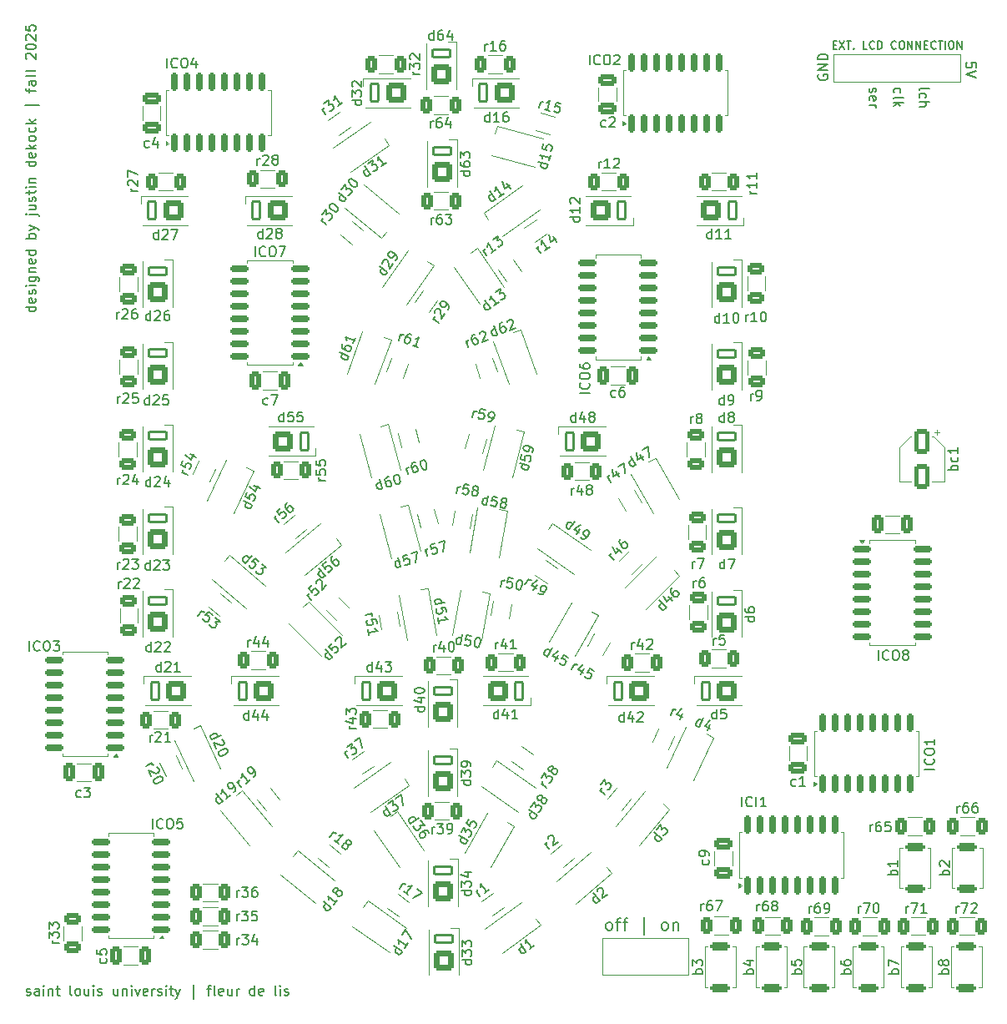
<source format=gto>
G04 #@! TF.GenerationSoftware,KiCad,Pcbnew,9.0.6*
G04 #@! TF.CreationDate,2025-11-26T10:40:33-06:00*
G04 #@! TF.ProjectId,slu,736c752e-6b69-4636-9164-5f7063625858,rev?*
G04 #@! TF.SameCoordinates,Original*
G04 #@! TF.FileFunction,Legend,Top*
G04 #@! TF.FilePolarity,Positive*
%FSLAX46Y46*%
G04 Gerber Fmt 4.6, Leading zero omitted, Abs format (unit mm)*
G04 Created by KiCad (PCBNEW 9.0.6) date 2025-11-26 10:40:33*
%MOMM*%
%LPD*%
G01*
G04 APERTURE LIST*
G04 Aperture macros list*
%AMRoundRect*
0 Rectangle with rounded corners*
0 $1 Rounding radius*
0 $2 $3 $4 $5 $6 $7 $8 $9 X,Y pos of 4 corners*
0 Add a 4 corners polygon primitive as box body*
4,1,4,$2,$3,$4,$5,$6,$7,$8,$9,$2,$3,0*
0 Add four circle primitives for the rounded corners*
1,1,$1+$1,$2,$3*
1,1,$1+$1,$4,$5*
1,1,$1+$1,$6,$7*
1,1,$1+$1,$8,$9*
0 Add four rect primitives between the rounded corners*
20,1,$1+$1,$2,$3,$4,$5,0*
20,1,$1+$1,$4,$5,$6,$7,0*
20,1,$1+$1,$6,$7,$8,$9,0*
20,1,$1+$1,$8,$9,$2,$3,0*%
G04 Aperture macros list end*
%ADD10C,0.150000*%
%ADD11C,0.200000*%
%ADD12C,0.187500*%
%ADD13C,0.120000*%
%ADD14C,3.000000*%
%ADD15RoundRect,0.250000X-0.550000X1.050000X-0.550000X-1.050000X0.550000X-1.050000X0.550000X1.050000X0*%
%ADD16RoundRect,0.165000X-0.385000X-0.885000X0.385000X-0.885000X0.385000X0.885000X-0.385000X0.885000X0*%
%ADD17RoundRect,0.315000X-0.735000X-0.735000X0.735000X-0.735000X0.735000X0.735000X-0.735000X0.735000X0*%
%ADD18RoundRect,0.250000X0.641131X0.277907X0.162353X0.679649X-0.641131X-0.277907X-0.162353X-0.679649X0*%
%ADD19RoundRect,0.165000X-0.885000X0.385000X-0.885000X-0.385000X0.885000X-0.385000X0.885000X0.385000X0*%
%ADD20RoundRect,0.315000X-0.735000X0.735000X-0.735000X-0.735000X0.735000X-0.735000X0.735000X0.735000X0*%
%ADD21RoundRect,0.250000X0.126561X-0.687214X0.625708X-0.311080X-0.126561X0.687214X-0.625708X0.311080X0*%
%ADD22RoundRect,0.250000X-0.312500X-0.625000X0.312500X-0.625000X0.312500X0.625000X-0.312500X0.625000X0*%
%ADD23RoundRect,0.250000X-0.463614X-0.522823X0.140090X-0.684585X0.463614X0.522823X-0.140090X0.684585X0*%
%ADD24RoundRect,0.250000X0.669770X-0.199222X0.561240X0.416283X-0.669770X0.199222X-0.561240X-0.416283X0*%
%ADD25RoundRect,0.165000X-0.898026X-0.353553X-0.353553X-0.898026X0.898026X0.353553X0.353553X0.898026X0*%
%ADD26RoundRect,0.315000X-1.039447X0.000000X0.000000X-1.039447X1.039447X0.000000X0.000000X1.039447X0*%
%ADD27RoundRect,0.250000X0.312500X0.625000X-0.312500X0.625000X-0.312500X-0.625000X0.312500X-0.625000X0*%
%ADD28RoundRect,0.162500X0.750000X0.162500X-0.750000X0.162500X-0.750000X-0.162500X0.750000X-0.162500X0*%
%ADD29RoundRect,0.250000X-0.650000X0.325000X-0.650000X-0.325000X0.650000X-0.325000X0.650000X0.325000X0*%
%ADD30RoundRect,0.165000X-0.863794X-0.430476X-0.273940X-0.925423X0.863794X0.430476X0.273940X0.925423X0*%
%ADD31RoundRect,0.315000X-1.035492X-0.090594X0.090594X-1.035492X1.035492X0.090594X-0.090594X1.035492X0*%
%ADD32RoundRect,0.200000X0.800000X-0.200000X0.800000X0.200000X-0.800000X0.200000X-0.800000X-0.200000X0*%
%ADD33RoundRect,0.250000X-0.625000X0.312500X-0.625000X-0.312500X0.625000X-0.312500X0.625000X0.312500X0*%
%ADD34RoundRect,0.165000X-0.755199X0.600936X-0.954490X-0.142827X0.755199X-0.600936X0.954490X0.142827X0*%
%ADD35RoundRect,0.315000X-0.519723X0.900187X-0.900187X-0.519723X0.519723X-0.900187X0.900187X0.519723X0*%
%ADD36RoundRect,0.165000X0.385000X0.885000X-0.385000X0.885000X-0.385000X-0.885000X0.385000X-0.885000X0*%
%ADD37RoundRect,0.315000X0.735000X0.735000X-0.735000X0.735000X-0.735000X-0.735000X0.735000X-0.735000X0*%
%ADD38RoundRect,0.165000X-0.958932X-0.109080X-0.573932X-0.775920X0.958932X0.109080X0.573932X0.775920X0*%
%ADD39RoundRect,0.315000X-1.004029X0.269029X-0.269029X-1.004029X1.004029X-0.269029X0.269029X1.004029X0*%
%ADD40RoundRect,0.250000X0.162353X-0.679649X0.641131X-0.277907X-0.162353X0.679649X-0.641131X0.277907X0*%
%ADD41RoundRect,0.250000X0.174190X-0.676712X0.645884X-0.266675X-0.174190X0.676712X-0.645884X0.266675X0*%
%ADD42RoundRect,0.162500X-0.750000X-0.162500X0.750000X-0.162500X0.750000X0.162500X-0.750000X0.162500X0*%
%ADD43RoundRect,0.250000X0.434374X-0.547358X0.698511X0.019085X-0.434374X0.547358X-0.698511X-0.019085X0*%
%ADD44RoundRect,0.250000X-0.325000X-0.650000X0.325000X-0.650000X0.325000X0.650000X-0.325000X0.650000X0*%
%ADD45RoundRect,0.250000X-0.522823X0.463614X-0.684585X-0.140090X0.522823X-0.463614X0.684585X0.140090X0*%
%ADD46RoundRect,0.165000X-0.964790X-0.025089X-0.639374X-0.722946X0.964790X0.025089X0.639374X0.722946X0*%
%ADD47RoundRect,0.315000X-0.976761X0.355512X-0.355512X-0.976761X0.976761X-0.355512X0.355512X0.976761X0*%
%ADD48RoundRect,0.162500X0.162500X-0.750000X0.162500X0.750000X-0.162500X0.750000X-0.162500X-0.750000X0*%
%ADD49RoundRect,0.250000X-0.561240X0.416283X-0.669770X-0.199222X0.561240X-0.416283X0.669770X0.199222X0*%
%ADD50RoundRect,0.165000X-0.938409X0.225472X-0.804700X-0.532830X0.938409X-0.225472X0.804700X0.532830X0*%
%ADD51RoundRect,0.315000X-0.851465X0.596202X-0.596202X-0.851465X0.851465X-0.596202X0.596202X0.851465X0*%
%ADD52RoundRect,0.165000X-0.822989X-0.504123X-0.192242X-0.945776X0.822989X0.504123X0.192242X0.945776X0*%
%ADD53RoundRect,0.315000X-1.023655X-0.180498X0.180498X-1.023655X1.023655X0.180498X-0.180498X1.023655X0*%
%ADD54RoundRect,0.165000X-0.639374X0.722946X-0.964790X0.025089X0.639374X-0.722946X0.964790X-0.025089X0*%
%ADD55RoundRect,0.315000X-0.355512X0.976761X-0.976761X-0.355512X0.355512X-0.976761X0.976761X0.355512X0*%
%ADD56RoundRect,0.250000X-0.332727X0.614470X-0.691213X0.102500X0.332727X-0.614470X0.691213X-0.102500X0*%
%ADD57RoundRect,0.165000X-0.192242X0.945776X-0.822989X0.504123X0.192242X-0.945776X0.822989X-0.504123X0*%
%ADD58RoundRect,0.315000X0.180498X1.023655X-1.023655X0.180498X-0.180498X-1.023655X1.023655X-0.180498X0*%
%ADD59RoundRect,0.250000X0.625000X-0.312500X0.625000X0.312500X-0.625000X0.312500X-0.625000X-0.312500X0*%
%ADD60RoundRect,0.165000X-0.954490X0.142827X-0.755199X-0.600936X0.954490X-0.142827X0.755199X0.600936X0*%
%ADD61RoundRect,0.315000X-0.900187X0.519723X-0.519723X-0.900187X0.900187X-0.519723X0.519723X0.900187X0*%
%ADD62RoundRect,0.165000X-0.945776X-0.192242X-0.504123X-0.822989X0.945776X0.192242X0.504123X0.822989X0*%
%ADD63RoundRect,0.315000X-1.023655X0.180498X-0.180498X-1.023655X1.023655X-0.180498X0.180498X1.023655X0*%
%ADD64RoundRect,0.165000X-0.290049X0.920501X-0.871175X0.415335X0.290049X-0.920501X0.871175X-0.415335X0*%
%ADD65RoundRect,0.315000X0.072508X1.036915X-1.036915X0.072508X-0.072508X-1.036915X1.036915X-0.072508X0*%
%ADD66RoundRect,0.250000X-0.684585X0.140090X-0.522823X-0.463614X0.684585X-0.140090X0.522823X0.463614X0*%
%ADD67RoundRect,0.250000X0.220971X-0.662913X0.662913X-0.220971X-0.220971X0.662913X-0.662913X0.220971X0*%
%ADD68RoundRect,0.250000X0.697516X0.041867X0.385016X0.583133X-0.697516X-0.041867X-0.385016X-0.583133X0*%
%ADD69RoundRect,0.165000X-0.804700X0.532830X-0.938409X-0.225472X0.804700X-0.532830X0.938409X0.225472X0*%
%ADD70RoundRect,0.315000X-0.596202X0.851465X-0.851465X-0.596202X0.596202X-0.851465X0.851465X0.596202X0*%
%ADD71RoundRect,0.250000X0.679649X0.162353X0.277907X0.641131X-0.679649X-0.162353X-0.277907X-0.641131X0*%
%ADD72RoundRect,0.250000X0.102500X-0.691213X0.614470X-0.332727X-0.102500X0.691213X-0.614470X0.332727X0*%
%ADD73RoundRect,0.165000X0.192242X-0.945776X0.822989X-0.504123X-0.192242X0.945776X-0.822989X0.504123X0*%
%ADD74RoundRect,0.315000X-0.180498X-1.023655X1.023655X-0.180498X0.180498X1.023655X-1.023655X0.180498X0*%
%ADD75RoundRect,0.250000X0.561240X-0.416283X0.669770X0.199222X-0.561240X0.416283X-0.669770X-0.199222X0*%
%ADD76RoundRect,0.250000X-0.694189X0.079891X-0.480427X-0.507417X0.694189X-0.079891X0.480427X0.507417X0*%
%ADD77RoundRect,0.250000X-0.102500X0.691213X-0.614470X0.332727X0.102500X-0.691213X0.614470X-0.332727X0*%
%ADD78RoundRect,0.250000X0.614470X0.332727X0.102500X0.691213X-0.614470X-0.332727X-0.102500X-0.691213X0*%
%ADD79RoundRect,0.165000X-0.699950X0.664469X-0.963306X-0.059094X0.699950X-0.664469X0.963306X0.059094X0*%
%ADD80RoundRect,0.315000X-0.439289X0.942059X-0.942059X-0.439289X0.439289X-0.942059X0.942059X0.439289X0*%
%ADD81RoundRect,0.250000X0.698511X-0.019085X0.434374X0.547358X-0.698511X0.019085X-0.434374X-0.547358X0*%
%ADD82RoundRect,0.165000X-0.600936X-0.755199X0.142827X-0.954490X0.600936X0.755199X-0.142827X0.954490X0*%
%ADD83RoundRect,0.315000X-0.900187X-0.519723X0.519723X-0.900187X0.900187X0.519723X-0.519723X0.900187X0*%
%ADD84RoundRect,0.165000X-0.963306X0.059094X-0.699950X-0.664469X0.963306X-0.059094X0.699950X0.664469X0*%
%ADD85RoundRect,0.315000X-0.942059X0.439289X-0.439289X-0.942059X0.942059X-0.439289X0.439289X0.942059X0*%
%ADD86RoundRect,0.250000X0.650000X-0.325000X0.650000X0.325000X-0.650000X0.325000X-0.650000X-0.325000X0*%
%ADD87RoundRect,0.250000X0.662913X0.220971X0.220971X0.662913X-0.662913X-0.220971X-0.220971X-0.662913X0*%
%ADD88C,1.600000*%
%ADD89O,1.500000X1.500000*%
%ADD90R,1.600000X1.600000*%
%ADD91RoundRect,0.250000X0.325000X0.650000X-0.325000X0.650000X-0.325000X-0.650000X0.325000X-0.650000X0*%
%ADD92RoundRect,0.165000X-0.925423X-0.273940X-0.430476X-0.863794X0.925423X0.273940X0.430476X0.863794X0*%
%ADD93RoundRect,0.315000X-1.035492X0.090594X-0.090594X-1.035492X1.035492X-0.090594X0.090594X1.035492X0*%
%ADD94RoundRect,0.165000X0.863794X0.430476X0.273940X0.925423X-0.863794X-0.430476X-0.273940X-0.925423X0*%
%ADD95RoundRect,0.315000X1.035492X0.090594X-0.090594X1.035492X-1.035492X-0.090594X0.090594X-1.035492X0*%
%ADD96RoundRect,0.165000X-0.353553X0.898026X-0.898026X0.353553X0.353553X-0.898026X0.898026X-0.353553X0*%
%ADD97RoundRect,0.315000X0.000000X1.039447X-1.039447X0.000000X0.000000X-1.039447X1.039447X0.000000X0*%
%ADD98RoundRect,0.165000X-0.273940X0.925423X-0.863794X0.430476X0.273940X-0.925423X0.863794X-0.430476X0*%
%ADD99RoundRect,0.315000X0.090594X1.035492X-1.035492X0.090594X-0.090594X-1.035492X1.035492X-0.090594X0*%
%ADD100RoundRect,0.165000X-0.573932X0.775920X-0.958932X0.109080X0.573932X-0.775920X0.958932X-0.109080X0*%
%ADD101RoundRect,0.315000X-0.269029X1.004029X-1.004029X-0.269029X0.269029X-1.004029X1.004029X0.269029X0*%
%ADD102RoundRect,0.250000X0.385016X-0.583133X0.697516X-0.041867X-0.385016X0.583133X-0.697516X0.041867X0*%
%ADD103RoundRect,0.165000X-0.208718X0.942277X-0.831661X0.489683X0.208718X-0.942277X0.831661X-0.489683X0*%
%ADD104RoundRect,0.315000X0.162605X1.026650X-1.026650X0.162605X-0.162605X-1.026650X1.026650X-0.162605X0*%
%ADD105RoundRect,0.250000X-0.691213X-0.102500X-0.332727X-0.614470X0.691213X0.102500X0.332727X0.614470X0*%
%ADD106RoundRect,0.250000X0.289054X-0.636183X0.682379X-0.150467X-0.289054X0.636183X-0.682379X0.150467X0*%
%ADD107RoundRect,0.250000X0.620184X0.321953X0.114548X0.689319X-0.620184X-0.321953X-0.114548X-0.689319X0*%
%ADD108RoundRect,0.250000X0.480427X-0.507417X0.694189X0.079891X-0.480427X0.507417X-0.694189X-0.079891X0*%
%ADD109RoundRect,0.165000X-0.430476X0.863794X-0.925423X0.273940X0.430476X-0.863794X0.925423X-0.273940X0*%
%ADD110RoundRect,0.315000X-0.090594X1.035492X-1.035492X-0.090594X0.090594X-1.035492X1.035492X0.090594X0*%
%ADD111RoundRect,0.165000X-0.504123X0.822989X-0.945776X0.192242X0.504123X-0.822989X0.945776X-0.192242X0*%
%ADD112RoundRect,0.315000X-0.180498X1.023655X-1.023655X-0.180498X0.180498X-1.023655X1.023655X0.180498X0*%
%ADD113O,1.600000X1.600000*%
G04 APERTURE END LIST*
D10*
X58929819Y-77824649D02*
X57929819Y-77824649D01*
X58882200Y-77824649D02*
X58929819Y-77919887D01*
X58929819Y-77919887D02*
X58929819Y-78110363D01*
X58929819Y-78110363D02*
X58882200Y-78205601D01*
X58882200Y-78205601D02*
X58834580Y-78253220D01*
X58834580Y-78253220D02*
X58739342Y-78300839D01*
X58739342Y-78300839D02*
X58453628Y-78300839D01*
X58453628Y-78300839D02*
X58358390Y-78253220D01*
X58358390Y-78253220D02*
X58310771Y-78205601D01*
X58310771Y-78205601D02*
X58263152Y-78110363D01*
X58263152Y-78110363D02*
X58263152Y-77919887D01*
X58263152Y-77919887D02*
X58310771Y-77824649D01*
X58882200Y-76967506D02*
X58929819Y-77062744D01*
X58929819Y-77062744D02*
X58929819Y-77253220D01*
X58929819Y-77253220D02*
X58882200Y-77348458D01*
X58882200Y-77348458D02*
X58786961Y-77396077D01*
X58786961Y-77396077D02*
X58406009Y-77396077D01*
X58406009Y-77396077D02*
X58310771Y-77348458D01*
X58310771Y-77348458D02*
X58263152Y-77253220D01*
X58263152Y-77253220D02*
X58263152Y-77062744D01*
X58263152Y-77062744D02*
X58310771Y-76967506D01*
X58310771Y-76967506D02*
X58406009Y-76919887D01*
X58406009Y-76919887D02*
X58501247Y-76919887D01*
X58501247Y-76919887D02*
X58596485Y-77396077D01*
X58882200Y-76538934D02*
X58929819Y-76443696D01*
X58929819Y-76443696D02*
X58929819Y-76253220D01*
X58929819Y-76253220D02*
X58882200Y-76157982D01*
X58882200Y-76157982D02*
X58786961Y-76110363D01*
X58786961Y-76110363D02*
X58739342Y-76110363D01*
X58739342Y-76110363D02*
X58644104Y-76157982D01*
X58644104Y-76157982D02*
X58596485Y-76253220D01*
X58596485Y-76253220D02*
X58596485Y-76396077D01*
X58596485Y-76396077D02*
X58548866Y-76491315D01*
X58548866Y-76491315D02*
X58453628Y-76538934D01*
X58453628Y-76538934D02*
X58406009Y-76538934D01*
X58406009Y-76538934D02*
X58310771Y-76491315D01*
X58310771Y-76491315D02*
X58263152Y-76396077D01*
X58263152Y-76396077D02*
X58263152Y-76253220D01*
X58263152Y-76253220D02*
X58310771Y-76157982D01*
X58929819Y-75681791D02*
X58263152Y-75681791D01*
X57929819Y-75681791D02*
X57977438Y-75729410D01*
X57977438Y-75729410D02*
X58025057Y-75681791D01*
X58025057Y-75681791D02*
X57977438Y-75634172D01*
X57977438Y-75634172D02*
X57929819Y-75681791D01*
X57929819Y-75681791D02*
X58025057Y-75681791D01*
X58263152Y-74777030D02*
X59072676Y-74777030D01*
X59072676Y-74777030D02*
X59167914Y-74824649D01*
X59167914Y-74824649D02*
X59215533Y-74872268D01*
X59215533Y-74872268D02*
X59263152Y-74967506D01*
X59263152Y-74967506D02*
X59263152Y-75110363D01*
X59263152Y-75110363D02*
X59215533Y-75205601D01*
X58882200Y-74777030D02*
X58929819Y-74872268D01*
X58929819Y-74872268D02*
X58929819Y-75062744D01*
X58929819Y-75062744D02*
X58882200Y-75157982D01*
X58882200Y-75157982D02*
X58834580Y-75205601D01*
X58834580Y-75205601D02*
X58739342Y-75253220D01*
X58739342Y-75253220D02*
X58453628Y-75253220D01*
X58453628Y-75253220D02*
X58358390Y-75205601D01*
X58358390Y-75205601D02*
X58310771Y-75157982D01*
X58310771Y-75157982D02*
X58263152Y-75062744D01*
X58263152Y-75062744D02*
X58263152Y-74872268D01*
X58263152Y-74872268D02*
X58310771Y-74777030D01*
X58263152Y-74300839D02*
X58929819Y-74300839D01*
X58358390Y-74300839D02*
X58310771Y-74253220D01*
X58310771Y-74253220D02*
X58263152Y-74157982D01*
X58263152Y-74157982D02*
X58263152Y-74015125D01*
X58263152Y-74015125D02*
X58310771Y-73919887D01*
X58310771Y-73919887D02*
X58406009Y-73872268D01*
X58406009Y-73872268D02*
X58929819Y-73872268D01*
X58882200Y-73015125D02*
X58929819Y-73110363D01*
X58929819Y-73110363D02*
X58929819Y-73300839D01*
X58929819Y-73300839D02*
X58882200Y-73396077D01*
X58882200Y-73396077D02*
X58786961Y-73443696D01*
X58786961Y-73443696D02*
X58406009Y-73443696D01*
X58406009Y-73443696D02*
X58310771Y-73396077D01*
X58310771Y-73396077D02*
X58263152Y-73300839D01*
X58263152Y-73300839D02*
X58263152Y-73110363D01*
X58263152Y-73110363D02*
X58310771Y-73015125D01*
X58310771Y-73015125D02*
X58406009Y-72967506D01*
X58406009Y-72967506D02*
X58501247Y-72967506D01*
X58501247Y-72967506D02*
X58596485Y-73443696D01*
X58929819Y-72110363D02*
X57929819Y-72110363D01*
X58882200Y-72110363D02*
X58929819Y-72205601D01*
X58929819Y-72205601D02*
X58929819Y-72396077D01*
X58929819Y-72396077D02*
X58882200Y-72491315D01*
X58882200Y-72491315D02*
X58834580Y-72538934D01*
X58834580Y-72538934D02*
X58739342Y-72586553D01*
X58739342Y-72586553D02*
X58453628Y-72586553D01*
X58453628Y-72586553D02*
X58358390Y-72538934D01*
X58358390Y-72538934D02*
X58310771Y-72491315D01*
X58310771Y-72491315D02*
X58263152Y-72396077D01*
X58263152Y-72396077D02*
X58263152Y-72205601D01*
X58263152Y-72205601D02*
X58310771Y-72110363D01*
X58929819Y-70872267D02*
X57929819Y-70872267D01*
X58310771Y-70872267D02*
X58263152Y-70777029D01*
X58263152Y-70777029D02*
X58263152Y-70586553D01*
X58263152Y-70586553D02*
X58310771Y-70491315D01*
X58310771Y-70491315D02*
X58358390Y-70443696D01*
X58358390Y-70443696D02*
X58453628Y-70396077D01*
X58453628Y-70396077D02*
X58739342Y-70396077D01*
X58739342Y-70396077D02*
X58834580Y-70443696D01*
X58834580Y-70443696D02*
X58882200Y-70491315D01*
X58882200Y-70491315D02*
X58929819Y-70586553D01*
X58929819Y-70586553D02*
X58929819Y-70777029D01*
X58929819Y-70777029D02*
X58882200Y-70872267D01*
X58263152Y-70062743D02*
X58929819Y-69824648D01*
X58263152Y-69586553D02*
X58929819Y-69824648D01*
X58929819Y-69824648D02*
X59167914Y-69919886D01*
X59167914Y-69919886D02*
X59215533Y-69967505D01*
X59215533Y-69967505D02*
X59263152Y-70062743D01*
X58263152Y-68443695D02*
X59120295Y-68443695D01*
X59120295Y-68443695D02*
X59215533Y-68491314D01*
X59215533Y-68491314D02*
X59263152Y-68586552D01*
X59263152Y-68586552D02*
X59263152Y-68634171D01*
X57929819Y-68443695D02*
X57977438Y-68491314D01*
X57977438Y-68491314D02*
X58025057Y-68443695D01*
X58025057Y-68443695D02*
X57977438Y-68396076D01*
X57977438Y-68396076D02*
X57929819Y-68443695D01*
X57929819Y-68443695D02*
X58025057Y-68443695D01*
X58263152Y-67538934D02*
X58929819Y-67538934D01*
X58263152Y-67967505D02*
X58786961Y-67967505D01*
X58786961Y-67967505D02*
X58882200Y-67919886D01*
X58882200Y-67919886D02*
X58929819Y-67824648D01*
X58929819Y-67824648D02*
X58929819Y-67681791D01*
X58929819Y-67681791D02*
X58882200Y-67586553D01*
X58882200Y-67586553D02*
X58834580Y-67538934D01*
X58882200Y-67110362D02*
X58929819Y-67015124D01*
X58929819Y-67015124D02*
X58929819Y-66824648D01*
X58929819Y-66824648D02*
X58882200Y-66729410D01*
X58882200Y-66729410D02*
X58786961Y-66681791D01*
X58786961Y-66681791D02*
X58739342Y-66681791D01*
X58739342Y-66681791D02*
X58644104Y-66729410D01*
X58644104Y-66729410D02*
X58596485Y-66824648D01*
X58596485Y-66824648D02*
X58596485Y-66967505D01*
X58596485Y-66967505D02*
X58548866Y-67062743D01*
X58548866Y-67062743D02*
X58453628Y-67110362D01*
X58453628Y-67110362D02*
X58406009Y-67110362D01*
X58406009Y-67110362D02*
X58310771Y-67062743D01*
X58310771Y-67062743D02*
X58263152Y-66967505D01*
X58263152Y-66967505D02*
X58263152Y-66824648D01*
X58263152Y-66824648D02*
X58310771Y-66729410D01*
X58263152Y-66396076D02*
X58263152Y-66015124D01*
X57929819Y-66253219D02*
X58786961Y-66253219D01*
X58786961Y-66253219D02*
X58882200Y-66205600D01*
X58882200Y-66205600D02*
X58929819Y-66110362D01*
X58929819Y-66110362D02*
X58929819Y-66015124D01*
X58929819Y-65681790D02*
X58263152Y-65681790D01*
X57929819Y-65681790D02*
X57977438Y-65729409D01*
X57977438Y-65729409D02*
X58025057Y-65681790D01*
X58025057Y-65681790D02*
X57977438Y-65634171D01*
X57977438Y-65634171D02*
X57929819Y-65681790D01*
X57929819Y-65681790D02*
X58025057Y-65681790D01*
X58263152Y-65205600D02*
X58929819Y-65205600D01*
X58358390Y-65205600D02*
X58310771Y-65157981D01*
X58310771Y-65157981D02*
X58263152Y-65062743D01*
X58263152Y-65062743D02*
X58263152Y-64919886D01*
X58263152Y-64919886D02*
X58310771Y-64824648D01*
X58310771Y-64824648D02*
X58406009Y-64777029D01*
X58406009Y-64777029D02*
X58929819Y-64777029D01*
X58929819Y-63110362D02*
X57929819Y-63110362D01*
X58882200Y-63110362D02*
X58929819Y-63205600D01*
X58929819Y-63205600D02*
X58929819Y-63396076D01*
X58929819Y-63396076D02*
X58882200Y-63491314D01*
X58882200Y-63491314D02*
X58834580Y-63538933D01*
X58834580Y-63538933D02*
X58739342Y-63586552D01*
X58739342Y-63586552D02*
X58453628Y-63586552D01*
X58453628Y-63586552D02*
X58358390Y-63538933D01*
X58358390Y-63538933D02*
X58310771Y-63491314D01*
X58310771Y-63491314D02*
X58263152Y-63396076D01*
X58263152Y-63396076D02*
X58263152Y-63205600D01*
X58263152Y-63205600D02*
X58310771Y-63110362D01*
X58882200Y-62253219D02*
X58929819Y-62348457D01*
X58929819Y-62348457D02*
X58929819Y-62538933D01*
X58929819Y-62538933D02*
X58882200Y-62634171D01*
X58882200Y-62634171D02*
X58786961Y-62681790D01*
X58786961Y-62681790D02*
X58406009Y-62681790D01*
X58406009Y-62681790D02*
X58310771Y-62634171D01*
X58310771Y-62634171D02*
X58263152Y-62538933D01*
X58263152Y-62538933D02*
X58263152Y-62348457D01*
X58263152Y-62348457D02*
X58310771Y-62253219D01*
X58310771Y-62253219D02*
X58406009Y-62205600D01*
X58406009Y-62205600D02*
X58501247Y-62205600D01*
X58501247Y-62205600D02*
X58596485Y-62681790D01*
X58929819Y-61777028D02*
X57929819Y-61777028D01*
X58548866Y-61681790D02*
X58929819Y-61396076D01*
X58263152Y-61396076D02*
X58644104Y-61777028D01*
X58929819Y-60824647D02*
X58882200Y-60919885D01*
X58882200Y-60919885D02*
X58834580Y-60967504D01*
X58834580Y-60967504D02*
X58739342Y-61015123D01*
X58739342Y-61015123D02*
X58453628Y-61015123D01*
X58453628Y-61015123D02*
X58358390Y-60967504D01*
X58358390Y-60967504D02*
X58310771Y-60919885D01*
X58310771Y-60919885D02*
X58263152Y-60824647D01*
X58263152Y-60824647D02*
X58263152Y-60681790D01*
X58263152Y-60681790D02*
X58310771Y-60586552D01*
X58310771Y-60586552D02*
X58358390Y-60538933D01*
X58358390Y-60538933D02*
X58453628Y-60491314D01*
X58453628Y-60491314D02*
X58739342Y-60491314D01*
X58739342Y-60491314D02*
X58834580Y-60538933D01*
X58834580Y-60538933D02*
X58882200Y-60586552D01*
X58882200Y-60586552D02*
X58929819Y-60681790D01*
X58929819Y-60681790D02*
X58929819Y-60824647D01*
X58882200Y-59634171D02*
X58929819Y-59729409D01*
X58929819Y-59729409D02*
X58929819Y-59919885D01*
X58929819Y-59919885D02*
X58882200Y-60015123D01*
X58882200Y-60015123D02*
X58834580Y-60062742D01*
X58834580Y-60062742D02*
X58739342Y-60110361D01*
X58739342Y-60110361D02*
X58453628Y-60110361D01*
X58453628Y-60110361D02*
X58358390Y-60062742D01*
X58358390Y-60062742D02*
X58310771Y-60015123D01*
X58310771Y-60015123D02*
X58263152Y-59919885D01*
X58263152Y-59919885D02*
X58263152Y-59729409D01*
X58263152Y-59729409D02*
X58310771Y-59634171D01*
X58929819Y-59205599D02*
X57929819Y-59205599D01*
X58548866Y-59110361D02*
X58929819Y-58824647D01*
X58263152Y-58824647D02*
X58644104Y-59205599D01*
X59263152Y-57396075D02*
X57834580Y-57396075D01*
X58263152Y-56062741D02*
X58263152Y-55681789D01*
X58929819Y-55919884D02*
X58072676Y-55919884D01*
X58072676Y-55919884D02*
X57977438Y-55872265D01*
X57977438Y-55872265D02*
X57929819Y-55777027D01*
X57929819Y-55777027D02*
X57929819Y-55681789D01*
X58929819Y-54919884D02*
X58406009Y-54919884D01*
X58406009Y-54919884D02*
X58310771Y-54967503D01*
X58310771Y-54967503D02*
X58263152Y-55062741D01*
X58263152Y-55062741D02*
X58263152Y-55253217D01*
X58263152Y-55253217D02*
X58310771Y-55348455D01*
X58882200Y-54919884D02*
X58929819Y-55015122D01*
X58929819Y-55015122D02*
X58929819Y-55253217D01*
X58929819Y-55253217D02*
X58882200Y-55348455D01*
X58882200Y-55348455D02*
X58786961Y-55396074D01*
X58786961Y-55396074D02*
X58691723Y-55396074D01*
X58691723Y-55396074D02*
X58596485Y-55348455D01*
X58596485Y-55348455D02*
X58548866Y-55253217D01*
X58548866Y-55253217D02*
X58548866Y-55015122D01*
X58548866Y-55015122D02*
X58501247Y-54919884D01*
X58929819Y-54300836D02*
X58882200Y-54396074D01*
X58882200Y-54396074D02*
X58786961Y-54443693D01*
X58786961Y-54443693D02*
X57929819Y-54443693D01*
X58929819Y-53777026D02*
X58882200Y-53872264D01*
X58882200Y-53872264D02*
X58786961Y-53919883D01*
X58786961Y-53919883D02*
X57929819Y-53919883D01*
X58025057Y-52681787D02*
X57977438Y-52634168D01*
X57977438Y-52634168D02*
X57929819Y-52538930D01*
X57929819Y-52538930D02*
X57929819Y-52300835D01*
X57929819Y-52300835D02*
X57977438Y-52205597D01*
X57977438Y-52205597D02*
X58025057Y-52157978D01*
X58025057Y-52157978D02*
X58120295Y-52110359D01*
X58120295Y-52110359D02*
X58215533Y-52110359D01*
X58215533Y-52110359D02*
X58358390Y-52157978D01*
X58358390Y-52157978D02*
X58929819Y-52729406D01*
X58929819Y-52729406D02*
X58929819Y-52110359D01*
X57929819Y-51491311D02*
X57929819Y-51396073D01*
X57929819Y-51396073D02*
X57977438Y-51300835D01*
X57977438Y-51300835D02*
X58025057Y-51253216D01*
X58025057Y-51253216D02*
X58120295Y-51205597D01*
X58120295Y-51205597D02*
X58310771Y-51157978D01*
X58310771Y-51157978D02*
X58548866Y-51157978D01*
X58548866Y-51157978D02*
X58739342Y-51205597D01*
X58739342Y-51205597D02*
X58834580Y-51253216D01*
X58834580Y-51253216D02*
X58882200Y-51300835D01*
X58882200Y-51300835D02*
X58929819Y-51396073D01*
X58929819Y-51396073D02*
X58929819Y-51491311D01*
X58929819Y-51491311D02*
X58882200Y-51586549D01*
X58882200Y-51586549D02*
X58834580Y-51634168D01*
X58834580Y-51634168D02*
X58739342Y-51681787D01*
X58739342Y-51681787D02*
X58548866Y-51729406D01*
X58548866Y-51729406D02*
X58310771Y-51729406D01*
X58310771Y-51729406D02*
X58120295Y-51681787D01*
X58120295Y-51681787D02*
X58025057Y-51634168D01*
X58025057Y-51634168D02*
X57977438Y-51586549D01*
X57977438Y-51586549D02*
X57929819Y-51491311D01*
X58025057Y-50777025D02*
X57977438Y-50729406D01*
X57977438Y-50729406D02*
X57929819Y-50634168D01*
X57929819Y-50634168D02*
X57929819Y-50396073D01*
X57929819Y-50396073D02*
X57977438Y-50300835D01*
X57977438Y-50300835D02*
X58025057Y-50253216D01*
X58025057Y-50253216D02*
X58120295Y-50205597D01*
X58120295Y-50205597D02*
X58215533Y-50205597D01*
X58215533Y-50205597D02*
X58358390Y-50253216D01*
X58358390Y-50253216D02*
X58929819Y-50824644D01*
X58929819Y-50824644D02*
X58929819Y-50205597D01*
X57929819Y-49300835D02*
X57929819Y-49777025D01*
X57929819Y-49777025D02*
X58406009Y-49824644D01*
X58406009Y-49824644D02*
X58358390Y-49777025D01*
X58358390Y-49777025D02*
X58310771Y-49681787D01*
X58310771Y-49681787D02*
X58310771Y-49443692D01*
X58310771Y-49443692D02*
X58358390Y-49348454D01*
X58358390Y-49348454D02*
X58406009Y-49300835D01*
X58406009Y-49300835D02*
X58501247Y-49253216D01*
X58501247Y-49253216D02*
X58739342Y-49253216D01*
X58739342Y-49253216D02*
X58834580Y-49300835D01*
X58834580Y-49300835D02*
X58882200Y-49348454D01*
X58882200Y-49348454D02*
X58929819Y-49443692D01*
X58929819Y-49443692D02*
X58929819Y-49681787D01*
X58929819Y-49681787D02*
X58882200Y-49777025D01*
X58882200Y-49777025D02*
X58834580Y-49824644D01*
X139869160Y-51235247D02*
X140135826Y-51235247D01*
X140250112Y-51654295D02*
X139869160Y-51654295D01*
X139869160Y-51654295D02*
X139869160Y-50854295D01*
X139869160Y-50854295D02*
X140250112Y-50854295D01*
X140516779Y-50854295D02*
X141050113Y-51654295D01*
X141050113Y-50854295D02*
X140516779Y-51654295D01*
X141240589Y-50854295D02*
X141697732Y-50854295D01*
X141469160Y-51654295D02*
X141469160Y-50854295D01*
X141964399Y-51578104D02*
X142002494Y-51616200D01*
X142002494Y-51616200D02*
X141964399Y-51654295D01*
X141964399Y-51654295D02*
X141926303Y-51616200D01*
X141926303Y-51616200D02*
X141964399Y-51578104D01*
X141964399Y-51578104D02*
X141964399Y-51654295D01*
X143335827Y-51654295D02*
X142954875Y-51654295D01*
X142954875Y-51654295D02*
X142954875Y-50854295D01*
X144059637Y-51578104D02*
X144021541Y-51616200D01*
X144021541Y-51616200D02*
X143907256Y-51654295D01*
X143907256Y-51654295D02*
X143831065Y-51654295D01*
X143831065Y-51654295D02*
X143716779Y-51616200D01*
X143716779Y-51616200D02*
X143640589Y-51540009D01*
X143640589Y-51540009D02*
X143602494Y-51463819D01*
X143602494Y-51463819D02*
X143564398Y-51311438D01*
X143564398Y-51311438D02*
X143564398Y-51197152D01*
X143564398Y-51197152D02*
X143602494Y-51044771D01*
X143602494Y-51044771D02*
X143640589Y-50968580D01*
X143640589Y-50968580D02*
X143716779Y-50892390D01*
X143716779Y-50892390D02*
X143831065Y-50854295D01*
X143831065Y-50854295D02*
X143907256Y-50854295D01*
X143907256Y-50854295D02*
X144021541Y-50892390D01*
X144021541Y-50892390D02*
X144059637Y-50930485D01*
X144402494Y-51654295D02*
X144402494Y-50854295D01*
X144402494Y-50854295D02*
X144592970Y-50854295D01*
X144592970Y-50854295D02*
X144707256Y-50892390D01*
X144707256Y-50892390D02*
X144783446Y-50968580D01*
X144783446Y-50968580D02*
X144821541Y-51044771D01*
X144821541Y-51044771D02*
X144859637Y-51197152D01*
X144859637Y-51197152D02*
X144859637Y-51311438D01*
X144859637Y-51311438D02*
X144821541Y-51463819D01*
X144821541Y-51463819D02*
X144783446Y-51540009D01*
X144783446Y-51540009D02*
X144707256Y-51616200D01*
X144707256Y-51616200D02*
X144592970Y-51654295D01*
X144592970Y-51654295D02*
X144402494Y-51654295D01*
X146269161Y-51578104D02*
X146231065Y-51616200D01*
X146231065Y-51616200D02*
X146116780Y-51654295D01*
X146116780Y-51654295D02*
X146040589Y-51654295D01*
X146040589Y-51654295D02*
X145926303Y-51616200D01*
X145926303Y-51616200D02*
X145850113Y-51540009D01*
X145850113Y-51540009D02*
X145812018Y-51463819D01*
X145812018Y-51463819D02*
X145773922Y-51311438D01*
X145773922Y-51311438D02*
X145773922Y-51197152D01*
X145773922Y-51197152D02*
X145812018Y-51044771D01*
X145812018Y-51044771D02*
X145850113Y-50968580D01*
X145850113Y-50968580D02*
X145926303Y-50892390D01*
X145926303Y-50892390D02*
X146040589Y-50854295D01*
X146040589Y-50854295D02*
X146116780Y-50854295D01*
X146116780Y-50854295D02*
X146231065Y-50892390D01*
X146231065Y-50892390D02*
X146269161Y-50930485D01*
X146764399Y-50854295D02*
X146916780Y-50854295D01*
X146916780Y-50854295D02*
X146992970Y-50892390D01*
X146992970Y-50892390D02*
X147069161Y-50968580D01*
X147069161Y-50968580D02*
X147107256Y-51120961D01*
X147107256Y-51120961D02*
X147107256Y-51387628D01*
X147107256Y-51387628D02*
X147069161Y-51540009D01*
X147069161Y-51540009D02*
X146992970Y-51616200D01*
X146992970Y-51616200D02*
X146916780Y-51654295D01*
X146916780Y-51654295D02*
X146764399Y-51654295D01*
X146764399Y-51654295D02*
X146688208Y-51616200D01*
X146688208Y-51616200D02*
X146612018Y-51540009D01*
X146612018Y-51540009D02*
X146573922Y-51387628D01*
X146573922Y-51387628D02*
X146573922Y-51120961D01*
X146573922Y-51120961D02*
X146612018Y-50968580D01*
X146612018Y-50968580D02*
X146688208Y-50892390D01*
X146688208Y-50892390D02*
X146764399Y-50854295D01*
X147450113Y-51654295D02*
X147450113Y-50854295D01*
X147450113Y-50854295D02*
X147907256Y-51654295D01*
X147907256Y-51654295D02*
X147907256Y-50854295D01*
X148288208Y-51654295D02*
X148288208Y-50854295D01*
X148288208Y-50854295D02*
X148745351Y-51654295D01*
X148745351Y-51654295D02*
X148745351Y-50854295D01*
X149126303Y-51235247D02*
X149392969Y-51235247D01*
X149507255Y-51654295D02*
X149126303Y-51654295D01*
X149126303Y-51654295D02*
X149126303Y-50854295D01*
X149126303Y-50854295D02*
X149507255Y-50854295D01*
X150307256Y-51578104D02*
X150269160Y-51616200D01*
X150269160Y-51616200D02*
X150154875Y-51654295D01*
X150154875Y-51654295D02*
X150078684Y-51654295D01*
X150078684Y-51654295D02*
X149964398Y-51616200D01*
X149964398Y-51616200D02*
X149888208Y-51540009D01*
X149888208Y-51540009D02*
X149850113Y-51463819D01*
X149850113Y-51463819D02*
X149812017Y-51311438D01*
X149812017Y-51311438D02*
X149812017Y-51197152D01*
X149812017Y-51197152D02*
X149850113Y-51044771D01*
X149850113Y-51044771D02*
X149888208Y-50968580D01*
X149888208Y-50968580D02*
X149964398Y-50892390D01*
X149964398Y-50892390D02*
X150078684Y-50854295D01*
X150078684Y-50854295D02*
X150154875Y-50854295D01*
X150154875Y-50854295D02*
X150269160Y-50892390D01*
X150269160Y-50892390D02*
X150307256Y-50930485D01*
X150535827Y-50854295D02*
X150992970Y-50854295D01*
X150764398Y-51654295D02*
X150764398Y-50854295D01*
X151259637Y-51654295D02*
X151259637Y-50854295D01*
X151792970Y-50854295D02*
X151945351Y-50854295D01*
X151945351Y-50854295D02*
X152021541Y-50892390D01*
X152021541Y-50892390D02*
X152097732Y-50968580D01*
X152097732Y-50968580D02*
X152135827Y-51120961D01*
X152135827Y-51120961D02*
X152135827Y-51387628D01*
X152135827Y-51387628D02*
X152097732Y-51540009D01*
X152097732Y-51540009D02*
X152021541Y-51616200D01*
X152021541Y-51616200D02*
X151945351Y-51654295D01*
X151945351Y-51654295D02*
X151792970Y-51654295D01*
X151792970Y-51654295D02*
X151716779Y-51616200D01*
X151716779Y-51616200D02*
X151640589Y-51540009D01*
X151640589Y-51540009D02*
X151602493Y-51387628D01*
X151602493Y-51387628D02*
X151602493Y-51120961D01*
X151602493Y-51120961D02*
X151640589Y-50968580D01*
X151640589Y-50968580D02*
X151716779Y-50892390D01*
X151716779Y-50892390D02*
X151792970Y-50854295D01*
X152478684Y-51654295D02*
X152478684Y-50854295D01*
X152478684Y-50854295D02*
X152935827Y-51654295D01*
X152935827Y-51654295D02*
X152935827Y-50854295D01*
X143587800Y-55639160D02*
X143540180Y-55734398D01*
X143540180Y-55734398D02*
X143540180Y-55924874D01*
X143540180Y-55924874D02*
X143587800Y-56020112D01*
X143587800Y-56020112D02*
X143683038Y-56067731D01*
X143683038Y-56067731D02*
X143730657Y-56067731D01*
X143730657Y-56067731D02*
X143825895Y-56020112D01*
X143825895Y-56020112D02*
X143873514Y-55924874D01*
X143873514Y-55924874D02*
X143873514Y-55782017D01*
X143873514Y-55782017D02*
X143921133Y-55686779D01*
X143921133Y-55686779D02*
X144016371Y-55639160D01*
X144016371Y-55639160D02*
X144063990Y-55639160D01*
X144063990Y-55639160D02*
X144159228Y-55686779D01*
X144159228Y-55686779D02*
X144206847Y-55782017D01*
X144206847Y-55782017D02*
X144206847Y-55924874D01*
X144206847Y-55924874D02*
X144159228Y-56020112D01*
X143587800Y-56877255D02*
X143540180Y-56782017D01*
X143540180Y-56782017D02*
X143540180Y-56591541D01*
X143540180Y-56591541D02*
X143587800Y-56496303D01*
X143587800Y-56496303D02*
X143683038Y-56448684D01*
X143683038Y-56448684D02*
X144063990Y-56448684D01*
X144063990Y-56448684D02*
X144159228Y-56496303D01*
X144159228Y-56496303D02*
X144206847Y-56591541D01*
X144206847Y-56591541D02*
X144206847Y-56782017D01*
X144206847Y-56782017D02*
X144159228Y-56877255D01*
X144159228Y-56877255D02*
X144063990Y-56924874D01*
X144063990Y-56924874D02*
X143968752Y-56924874D01*
X143968752Y-56924874D02*
X143873514Y-56448684D01*
X143540180Y-57353446D02*
X144206847Y-57353446D01*
X144016371Y-57353446D02*
X144111609Y-57401065D01*
X144111609Y-57401065D02*
X144159228Y-57448684D01*
X144159228Y-57448684D02*
X144206847Y-57543922D01*
X144206847Y-57543922D02*
X144206847Y-57639160D01*
X146067800Y-56135350D02*
X146020180Y-56040112D01*
X146020180Y-56040112D02*
X146020180Y-55849636D01*
X146020180Y-55849636D02*
X146067800Y-55754398D01*
X146067800Y-55754398D02*
X146115419Y-55706779D01*
X146115419Y-55706779D02*
X146210657Y-55659160D01*
X146210657Y-55659160D02*
X146496371Y-55659160D01*
X146496371Y-55659160D02*
X146591609Y-55706779D01*
X146591609Y-55706779D02*
X146639228Y-55754398D01*
X146639228Y-55754398D02*
X146686847Y-55849636D01*
X146686847Y-55849636D02*
X146686847Y-56040112D01*
X146686847Y-56040112D02*
X146639228Y-56135350D01*
X146020180Y-56706779D02*
X146067800Y-56611541D01*
X146067800Y-56611541D02*
X146163038Y-56563922D01*
X146163038Y-56563922D02*
X147020180Y-56563922D01*
X146020180Y-57087732D02*
X147020180Y-57087732D01*
X146401133Y-57182970D02*
X146020180Y-57468684D01*
X146686847Y-57468684D02*
X146305895Y-57087732D01*
X148610180Y-55829636D02*
X148657800Y-55734398D01*
X148657800Y-55734398D02*
X148753038Y-55686779D01*
X148753038Y-55686779D02*
X149610180Y-55686779D01*
X148657800Y-56639160D02*
X148610180Y-56543922D01*
X148610180Y-56543922D02*
X148610180Y-56353446D01*
X148610180Y-56353446D02*
X148657800Y-56258208D01*
X148657800Y-56258208D02*
X148705419Y-56210589D01*
X148705419Y-56210589D02*
X148800657Y-56162970D01*
X148800657Y-56162970D02*
X149086371Y-56162970D01*
X149086371Y-56162970D02*
X149181609Y-56210589D01*
X149181609Y-56210589D02*
X149229228Y-56258208D01*
X149229228Y-56258208D02*
X149276847Y-56353446D01*
X149276847Y-56353446D02*
X149276847Y-56543922D01*
X149276847Y-56543922D02*
X149229228Y-56639160D01*
X148610180Y-57067732D02*
X149610180Y-57067732D01*
X148610180Y-57496303D02*
X149133990Y-57496303D01*
X149133990Y-57496303D02*
X149229228Y-57448684D01*
X149229228Y-57448684D02*
X149276847Y-57353446D01*
X149276847Y-57353446D02*
X149276847Y-57210589D01*
X149276847Y-57210589D02*
X149229228Y-57115351D01*
X149229228Y-57115351D02*
X149181609Y-57067732D01*
D11*
X58002054Y-147629600D02*
X58097292Y-147677219D01*
X58097292Y-147677219D02*
X58287768Y-147677219D01*
X58287768Y-147677219D02*
X58383006Y-147629600D01*
X58383006Y-147629600D02*
X58430625Y-147534361D01*
X58430625Y-147534361D02*
X58430625Y-147486742D01*
X58430625Y-147486742D02*
X58383006Y-147391504D01*
X58383006Y-147391504D02*
X58287768Y-147343885D01*
X58287768Y-147343885D02*
X58144911Y-147343885D01*
X58144911Y-147343885D02*
X58049673Y-147296266D01*
X58049673Y-147296266D02*
X58002054Y-147201028D01*
X58002054Y-147201028D02*
X58002054Y-147153409D01*
X58002054Y-147153409D02*
X58049673Y-147058171D01*
X58049673Y-147058171D02*
X58144911Y-147010552D01*
X58144911Y-147010552D02*
X58287768Y-147010552D01*
X58287768Y-147010552D02*
X58383006Y-147058171D01*
X59287768Y-147677219D02*
X59287768Y-147153409D01*
X59287768Y-147153409D02*
X59240149Y-147058171D01*
X59240149Y-147058171D02*
X59144911Y-147010552D01*
X59144911Y-147010552D02*
X58954435Y-147010552D01*
X58954435Y-147010552D02*
X58859197Y-147058171D01*
X59287768Y-147629600D02*
X59192530Y-147677219D01*
X59192530Y-147677219D02*
X58954435Y-147677219D01*
X58954435Y-147677219D02*
X58859197Y-147629600D01*
X58859197Y-147629600D02*
X58811578Y-147534361D01*
X58811578Y-147534361D02*
X58811578Y-147439123D01*
X58811578Y-147439123D02*
X58859197Y-147343885D01*
X58859197Y-147343885D02*
X58954435Y-147296266D01*
X58954435Y-147296266D02*
X59192530Y-147296266D01*
X59192530Y-147296266D02*
X59287768Y-147248647D01*
X59763959Y-147677219D02*
X59763959Y-147010552D01*
X59763959Y-146677219D02*
X59716340Y-146724838D01*
X59716340Y-146724838D02*
X59763959Y-146772457D01*
X59763959Y-146772457D02*
X59811578Y-146724838D01*
X59811578Y-146724838D02*
X59763959Y-146677219D01*
X59763959Y-146677219D02*
X59763959Y-146772457D01*
X60240149Y-147010552D02*
X60240149Y-147677219D01*
X60240149Y-147105790D02*
X60287768Y-147058171D01*
X60287768Y-147058171D02*
X60383006Y-147010552D01*
X60383006Y-147010552D02*
X60525863Y-147010552D01*
X60525863Y-147010552D02*
X60621101Y-147058171D01*
X60621101Y-147058171D02*
X60668720Y-147153409D01*
X60668720Y-147153409D02*
X60668720Y-147677219D01*
X61002054Y-147010552D02*
X61383006Y-147010552D01*
X61144911Y-146677219D02*
X61144911Y-147534361D01*
X61144911Y-147534361D02*
X61192530Y-147629600D01*
X61192530Y-147629600D02*
X61287768Y-147677219D01*
X61287768Y-147677219D02*
X61383006Y-147677219D01*
X62621102Y-147677219D02*
X62525864Y-147629600D01*
X62525864Y-147629600D02*
X62478245Y-147534361D01*
X62478245Y-147534361D02*
X62478245Y-146677219D01*
X63144912Y-147677219D02*
X63049674Y-147629600D01*
X63049674Y-147629600D02*
X63002055Y-147581980D01*
X63002055Y-147581980D02*
X62954436Y-147486742D01*
X62954436Y-147486742D02*
X62954436Y-147201028D01*
X62954436Y-147201028D02*
X63002055Y-147105790D01*
X63002055Y-147105790D02*
X63049674Y-147058171D01*
X63049674Y-147058171D02*
X63144912Y-147010552D01*
X63144912Y-147010552D02*
X63287769Y-147010552D01*
X63287769Y-147010552D02*
X63383007Y-147058171D01*
X63383007Y-147058171D02*
X63430626Y-147105790D01*
X63430626Y-147105790D02*
X63478245Y-147201028D01*
X63478245Y-147201028D02*
X63478245Y-147486742D01*
X63478245Y-147486742D02*
X63430626Y-147581980D01*
X63430626Y-147581980D02*
X63383007Y-147629600D01*
X63383007Y-147629600D02*
X63287769Y-147677219D01*
X63287769Y-147677219D02*
X63144912Y-147677219D01*
X64335388Y-147010552D02*
X64335388Y-147677219D01*
X63906817Y-147010552D02*
X63906817Y-147534361D01*
X63906817Y-147534361D02*
X63954436Y-147629600D01*
X63954436Y-147629600D02*
X64049674Y-147677219D01*
X64049674Y-147677219D02*
X64192531Y-147677219D01*
X64192531Y-147677219D02*
X64287769Y-147629600D01*
X64287769Y-147629600D02*
X64335388Y-147581980D01*
X64811579Y-147677219D02*
X64811579Y-147010552D01*
X64811579Y-146677219D02*
X64763960Y-146724838D01*
X64763960Y-146724838D02*
X64811579Y-146772457D01*
X64811579Y-146772457D02*
X64859198Y-146724838D01*
X64859198Y-146724838D02*
X64811579Y-146677219D01*
X64811579Y-146677219D02*
X64811579Y-146772457D01*
X65240150Y-147629600D02*
X65335388Y-147677219D01*
X65335388Y-147677219D02*
X65525864Y-147677219D01*
X65525864Y-147677219D02*
X65621102Y-147629600D01*
X65621102Y-147629600D02*
X65668721Y-147534361D01*
X65668721Y-147534361D02*
X65668721Y-147486742D01*
X65668721Y-147486742D02*
X65621102Y-147391504D01*
X65621102Y-147391504D02*
X65525864Y-147343885D01*
X65525864Y-147343885D02*
X65383007Y-147343885D01*
X65383007Y-147343885D02*
X65287769Y-147296266D01*
X65287769Y-147296266D02*
X65240150Y-147201028D01*
X65240150Y-147201028D02*
X65240150Y-147153409D01*
X65240150Y-147153409D02*
X65287769Y-147058171D01*
X65287769Y-147058171D02*
X65383007Y-147010552D01*
X65383007Y-147010552D02*
X65525864Y-147010552D01*
X65525864Y-147010552D02*
X65621102Y-147058171D01*
X67287769Y-147010552D02*
X67287769Y-147677219D01*
X66859198Y-147010552D02*
X66859198Y-147534361D01*
X66859198Y-147534361D02*
X66906817Y-147629600D01*
X66906817Y-147629600D02*
X67002055Y-147677219D01*
X67002055Y-147677219D02*
X67144912Y-147677219D01*
X67144912Y-147677219D02*
X67240150Y-147629600D01*
X67240150Y-147629600D02*
X67287769Y-147581980D01*
X67763960Y-147010552D02*
X67763960Y-147677219D01*
X67763960Y-147105790D02*
X67811579Y-147058171D01*
X67811579Y-147058171D02*
X67906817Y-147010552D01*
X67906817Y-147010552D02*
X68049674Y-147010552D01*
X68049674Y-147010552D02*
X68144912Y-147058171D01*
X68144912Y-147058171D02*
X68192531Y-147153409D01*
X68192531Y-147153409D02*
X68192531Y-147677219D01*
X68668722Y-147677219D02*
X68668722Y-147010552D01*
X68668722Y-146677219D02*
X68621103Y-146724838D01*
X68621103Y-146724838D02*
X68668722Y-146772457D01*
X68668722Y-146772457D02*
X68716341Y-146724838D01*
X68716341Y-146724838D02*
X68668722Y-146677219D01*
X68668722Y-146677219D02*
X68668722Y-146772457D01*
X69049674Y-147010552D02*
X69287769Y-147677219D01*
X69287769Y-147677219D02*
X69525864Y-147010552D01*
X70287769Y-147629600D02*
X70192531Y-147677219D01*
X70192531Y-147677219D02*
X70002055Y-147677219D01*
X70002055Y-147677219D02*
X69906817Y-147629600D01*
X69906817Y-147629600D02*
X69859198Y-147534361D01*
X69859198Y-147534361D02*
X69859198Y-147153409D01*
X69859198Y-147153409D02*
X69906817Y-147058171D01*
X69906817Y-147058171D02*
X70002055Y-147010552D01*
X70002055Y-147010552D02*
X70192531Y-147010552D01*
X70192531Y-147010552D02*
X70287769Y-147058171D01*
X70287769Y-147058171D02*
X70335388Y-147153409D01*
X70335388Y-147153409D02*
X70335388Y-147248647D01*
X70335388Y-147248647D02*
X69859198Y-147343885D01*
X70763960Y-147677219D02*
X70763960Y-147010552D01*
X70763960Y-147201028D02*
X70811579Y-147105790D01*
X70811579Y-147105790D02*
X70859198Y-147058171D01*
X70859198Y-147058171D02*
X70954436Y-147010552D01*
X70954436Y-147010552D02*
X71049674Y-147010552D01*
X71335389Y-147629600D02*
X71430627Y-147677219D01*
X71430627Y-147677219D02*
X71621103Y-147677219D01*
X71621103Y-147677219D02*
X71716341Y-147629600D01*
X71716341Y-147629600D02*
X71763960Y-147534361D01*
X71763960Y-147534361D02*
X71763960Y-147486742D01*
X71763960Y-147486742D02*
X71716341Y-147391504D01*
X71716341Y-147391504D02*
X71621103Y-147343885D01*
X71621103Y-147343885D02*
X71478246Y-147343885D01*
X71478246Y-147343885D02*
X71383008Y-147296266D01*
X71383008Y-147296266D02*
X71335389Y-147201028D01*
X71335389Y-147201028D02*
X71335389Y-147153409D01*
X71335389Y-147153409D02*
X71383008Y-147058171D01*
X71383008Y-147058171D02*
X71478246Y-147010552D01*
X71478246Y-147010552D02*
X71621103Y-147010552D01*
X71621103Y-147010552D02*
X71716341Y-147058171D01*
X72192532Y-147677219D02*
X72192532Y-147010552D01*
X72192532Y-146677219D02*
X72144913Y-146724838D01*
X72144913Y-146724838D02*
X72192532Y-146772457D01*
X72192532Y-146772457D02*
X72240151Y-146724838D01*
X72240151Y-146724838D02*
X72192532Y-146677219D01*
X72192532Y-146677219D02*
X72192532Y-146772457D01*
X72525865Y-147010552D02*
X72906817Y-147010552D01*
X72668722Y-146677219D02*
X72668722Y-147534361D01*
X72668722Y-147534361D02*
X72716341Y-147629600D01*
X72716341Y-147629600D02*
X72811579Y-147677219D01*
X72811579Y-147677219D02*
X72906817Y-147677219D01*
X73144913Y-147010552D02*
X73383008Y-147677219D01*
X73621103Y-147010552D02*
X73383008Y-147677219D01*
X73383008Y-147677219D02*
X73287770Y-147915314D01*
X73287770Y-147915314D02*
X73240151Y-147962933D01*
X73240151Y-147962933D02*
X73144913Y-148010552D01*
X75002056Y-148010552D02*
X75002056Y-146581980D01*
X76335390Y-147010552D02*
X76716342Y-147010552D01*
X76478247Y-147677219D02*
X76478247Y-146820076D01*
X76478247Y-146820076D02*
X76525866Y-146724838D01*
X76525866Y-146724838D02*
X76621104Y-146677219D01*
X76621104Y-146677219D02*
X76716342Y-146677219D01*
X77192533Y-147677219D02*
X77097295Y-147629600D01*
X77097295Y-147629600D02*
X77049676Y-147534361D01*
X77049676Y-147534361D02*
X77049676Y-146677219D01*
X77954438Y-147629600D02*
X77859200Y-147677219D01*
X77859200Y-147677219D02*
X77668724Y-147677219D01*
X77668724Y-147677219D02*
X77573486Y-147629600D01*
X77573486Y-147629600D02*
X77525867Y-147534361D01*
X77525867Y-147534361D02*
X77525867Y-147153409D01*
X77525867Y-147153409D02*
X77573486Y-147058171D01*
X77573486Y-147058171D02*
X77668724Y-147010552D01*
X77668724Y-147010552D02*
X77859200Y-147010552D01*
X77859200Y-147010552D02*
X77954438Y-147058171D01*
X77954438Y-147058171D02*
X78002057Y-147153409D01*
X78002057Y-147153409D02*
X78002057Y-147248647D01*
X78002057Y-147248647D02*
X77525867Y-147343885D01*
X78859200Y-147010552D02*
X78859200Y-147677219D01*
X78430629Y-147010552D02*
X78430629Y-147534361D01*
X78430629Y-147534361D02*
X78478248Y-147629600D01*
X78478248Y-147629600D02*
X78573486Y-147677219D01*
X78573486Y-147677219D02*
X78716343Y-147677219D01*
X78716343Y-147677219D02*
X78811581Y-147629600D01*
X78811581Y-147629600D02*
X78859200Y-147581980D01*
X79335391Y-147677219D02*
X79335391Y-147010552D01*
X79335391Y-147201028D02*
X79383010Y-147105790D01*
X79383010Y-147105790D02*
X79430629Y-147058171D01*
X79430629Y-147058171D02*
X79525867Y-147010552D01*
X79525867Y-147010552D02*
X79621105Y-147010552D01*
X81144915Y-147677219D02*
X81144915Y-146677219D01*
X81144915Y-147629600D02*
X81049677Y-147677219D01*
X81049677Y-147677219D02*
X80859201Y-147677219D01*
X80859201Y-147677219D02*
X80763963Y-147629600D01*
X80763963Y-147629600D02*
X80716344Y-147581980D01*
X80716344Y-147581980D02*
X80668725Y-147486742D01*
X80668725Y-147486742D02*
X80668725Y-147201028D01*
X80668725Y-147201028D02*
X80716344Y-147105790D01*
X80716344Y-147105790D02*
X80763963Y-147058171D01*
X80763963Y-147058171D02*
X80859201Y-147010552D01*
X80859201Y-147010552D02*
X81049677Y-147010552D01*
X81049677Y-147010552D02*
X81144915Y-147058171D01*
X82002058Y-147629600D02*
X81906820Y-147677219D01*
X81906820Y-147677219D02*
X81716344Y-147677219D01*
X81716344Y-147677219D02*
X81621106Y-147629600D01*
X81621106Y-147629600D02*
X81573487Y-147534361D01*
X81573487Y-147534361D02*
X81573487Y-147153409D01*
X81573487Y-147153409D02*
X81621106Y-147058171D01*
X81621106Y-147058171D02*
X81716344Y-147010552D01*
X81716344Y-147010552D02*
X81906820Y-147010552D01*
X81906820Y-147010552D02*
X82002058Y-147058171D01*
X82002058Y-147058171D02*
X82049677Y-147153409D01*
X82049677Y-147153409D02*
X82049677Y-147248647D01*
X82049677Y-147248647D02*
X81573487Y-147343885D01*
X83383011Y-147677219D02*
X83287773Y-147629600D01*
X83287773Y-147629600D02*
X83240154Y-147534361D01*
X83240154Y-147534361D02*
X83240154Y-146677219D01*
X83763964Y-147677219D02*
X83763964Y-147010552D01*
X83763964Y-146677219D02*
X83716345Y-146724838D01*
X83716345Y-146724838D02*
X83763964Y-146772457D01*
X83763964Y-146772457D02*
X83811583Y-146724838D01*
X83811583Y-146724838D02*
X83763964Y-146677219D01*
X83763964Y-146677219D02*
X83763964Y-146772457D01*
X84192535Y-147629600D02*
X84287773Y-147677219D01*
X84287773Y-147677219D02*
X84478249Y-147677219D01*
X84478249Y-147677219D02*
X84573487Y-147629600D01*
X84573487Y-147629600D02*
X84621106Y-147534361D01*
X84621106Y-147534361D02*
X84621106Y-147486742D01*
X84621106Y-147486742D02*
X84573487Y-147391504D01*
X84573487Y-147391504D02*
X84478249Y-147343885D01*
X84478249Y-147343885D02*
X84335392Y-147343885D01*
X84335392Y-147343885D02*
X84240154Y-147296266D01*
X84240154Y-147296266D02*
X84192535Y-147201028D01*
X84192535Y-147201028D02*
X84192535Y-147153409D01*
X84192535Y-147153409D02*
X84240154Y-147058171D01*
X84240154Y-147058171D02*
X84335392Y-147010552D01*
X84335392Y-147010552D02*
X84478249Y-147010552D01*
X84478249Y-147010552D02*
X84573487Y-147058171D01*
D10*
X115154819Y-86599999D02*
X114154819Y-86599999D01*
X115059580Y-85552381D02*
X115107200Y-85600000D01*
X115107200Y-85600000D02*
X115154819Y-85742857D01*
X115154819Y-85742857D02*
X115154819Y-85838095D01*
X115154819Y-85838095D02*
X115107200Y-85980952D01*
X115107200Y-85980952D02*
X115011961Y-86076190D01*
X115011961Y-86076190D02*
X114916723Y-86123809D01*
X114916723Y-86123809D02*
X114726247Y-86171428D01*
X114726247Y-86171428D02*
X114583390Y-86171428D01*
X114583390Y-86171428D02*
X114392914Y-86123809D01*
X114392914Y-86123809D02*
X114297676Y-86076190D01*
X114297676Y-86076190D02*
X114202438Y-85980952D01*
X114202438Y-85980952D02*
X114154819Y-85838095D01*
X114154819Y-85838095D02*
X114154819Y-85742857D01*
X114154819Y-85742857D02*
X114202438Y-85600000D01*
X114202438Y-85600000D02*
X114250057Y-85552381D01*
X114154819Y-84933333D02*
X114154819Y-84742857D01*
X114154819Y-84742857D02*
X114202438Y-84647619D01*
X114202438Y-84647619D02*
X114297676Y-84552381D01*
X114297676Y-84552381D02*
X114488152Y-84504762D01*
X114488152Y-84504762D02*
X114821485Y-84504762D01*
X114821485Y-84504762D02*
X115011961Y-84552381D01*
X115011961Y-84552381D02*
X115107200Y-84647619D01*
X115107200Y-84647619D02*
X115154819Y-84742857D01*
X115154819Y-84742857D02*
X115154819Y-84933333D01*
X115154819Y-84933333D02*
X115107200Y-85028571D01*
X115107200Y-85028571D02*
X115011961Y-85123809D01*
X115011961Y-85123809D02*
X114821485Y-85171428D01*
X114821485Y-85171428D02*
X114488152Y-85171428D01*
X114488152Y-85171428D02*
X114297676Y-85123809D01*
X114297676Y-85123809D02*
X114202438Y-85028571D01*
X114202438Y-85028571D02*
X114154819Y-84933333D01*
X114154819Y-83647619D02*
X114154819Y-83838095D01*
X114154819Y-83838095D02*
X114202438Y-83933333D01*
X114202438Y-83933333D02*
X114250057Y-83980952D01*
X114250057Y-83980952D02*
X114392914Y-84076190D01*
X114392914Y-84076190D02*
X114583390Y-84123809D01*
X114583390Y-84123809D02*
X114964342Y-84123809D01*
X114964342Y-84123809D02*
X115059580Y-84076190D01*
X115059580Y-84076190D02*
X115107200Y-84028571D01*
X115107200Y-84028571D02*
X115154819Y-83933333D01*
X115154819Y-83933333D02*
X115154819Y-83742857D01*
X115154819Y-83742857D02*
X115107200Y-83647619D01*
X115107200Y-83647619D02*
X115059580Y-83600000D01*
X115059580Y-83600000D02*
X114964342Y-83552381D01*
X114964342Y-83552381D02*
X114726247Y-83552381D01*
X114726247Y-83552381D02*
X114631009Y-83600000D01*
X114631009Y-83600000D02*
X114583390Y-83647619D01*
X114583390Y-83647619D02*
X114535771Y-83742857D01*
X114535771Y-83742857D02*
X114535771Y-83933333D01*
X114535771Y-83933333D02*
X114583390Y-84028571D01*
X114583390Y-84028571D02*
X114631009Y-84076190D01*
X114631009Y-84076190D02*
X114726247Y-84123809D01*
D12*
X117051945Y-141086673D02*
X116932897Y-141027150D01*
X116932897Y-141027150D02*
X116873374Y-140967626D01*
X116873374Y-140967626D02*
X116813850Y-140848578D01*
X116813850Y-140848578D02*
X116813850Y-140491435D01*
X116813850Y-140491435D02*
X116873374Y-140372388D01*
X116873374Y-140372388D02*
X116932897Y-140312864D01*
X116932897Y-140312864D02*
X117051945Y-140253340D01*
X117051945Y-140253340D02*
X117230516Y-140253340D01*
X117230516Y-140253340D02*
X117349564Y-140312864D01*
X117349564Y-140312864D02*
X117409088Y-140372388D01*
X117409088Y-140372388D02*
X117468612Y-140491435D01*
X117468612Y-140491435D02*
X117468612Y-140848578D01*
X117468612Y-140848578D02*
X117409088Y-140967626D01*
X117409088Y-140967626D02*
X117349564Y-141027150D01*
X117349564Y-141027150D02*
X117230516Y-141086673D01*
X117230516Y-141086673D02*
X117051945Y-141086673D01*
X117825754Y-140253340D02*
X118301945Y-140253340D01*
X118004326Y-141086673D02*
X118004326Y-140015245D01*
X118004326Y-140015245D02*
X118063849Y-139896197D01*
X118063849Y-139896197D02*
X118182897Y-139836673D01*
X118182897Y-139836673D02*
X118301945Y-139836673D01*
X118540040Y-140253340D02*
X119016231Y-140253340D01*
X118718612Y-141086673D02*
X118718612Y-140015245D01*
X118718612Y-140015245D02*
X118778135Y-139896197D01*
X118778135Y-139896197D02*
X118897183Y-139836673D01*
X118897183Y-139836673D02*
X119016231Y-139836673D01*
X120682898Y-141503340D02*
X120682898Y-139717626D01*
X122706707Y-141086673D02*
X122587659Y-141027150D01*
X122587659Y-141027150D02*
X122528136Y-140967626D01*
X122528136Y-140967626D02*
X122468612Y-140848578D01*
X122468612Y-140848578D02*
X122468612Y-140491435D01*
X122468612Y-140491435D02*
X122528136Y-140372388D01*
X122528136Y-140372388D02*
X122587659Y-140312864D01*
X122587659Y-140312864D02*
X122706707Y-140253340D01*
X122706707Y-140253340D02*
X122885278Y-140253340D01*
X122885278Y-140253340D02*
X123004326Y-140312864D01*
X123004326Y-140312864D02*
X123063850Y-140372388D01*
X123063850Y-140372388D02*
X123123374Y-140491435D01*
X123123374Y-140491435D02*
X123123374Y-140848578D01*
X123123374Y-140848578D02*
X123063850Y-140967626D01*
X123063850Y-140967626D02*
X123004326Y-141027150D01*
X123004326Y-141027150D02*
X122885278Y-141086673D01*
X122885278Y-141086673D02*
X122706707Y-141086673D01*
X123659088Y-140253340D02*
X123659088Y-141086673D01*
X123659088Y-140372388D02*
X123718611Y-140312864D01*
X123718611Y-140312864D02*
X123837659Y-140253340D01*
X123837659Y-140253340D02*
X124016230Y-140253340D01*
X124016230Y-140253340D02*
X124135278Y-140312864D01*
X124135278Y-140312864D02*
X124194802Y-140431911D01*
X124194802Y-140431911D02*
X124194802Y-141086673D01*
D10*
X154360180Y-53532969D02*
X154360180Y-53056779D01*
X154360180Y-53056779D02*
X153883990Y-53009160D01*
X153883990Y-53009160D02*
X153931609Y-53056779D01*
X153931609Y-53056779D02*
X153979228Y-53152017D01*
X153979228Y-53152017D02*
X153979228Y-53390112D01*
X153979228Y-53390112D02*
X153931609Y-53485350D01*
X153931609Y-53485350D02*
X153883990Y-53532969D01*
X153883990Y-53532969D02*
X153788752Y-53580588D01*
X153788752Y-53580588D02*
X153550657Y-53580588D01*
X153550657Y-53580588D02*
X153455419Y-53532969D01*
X153455419Y-53532969D02*
X153407800Y-53485350D01*
X153407800Y-53485350D02*
X153360180Y-53390112D01*
X153360180Y-53390112D02*
X153360180Y-53152017D01*
X153360180Y-53152017D02*
X153407800Y-53056779D01*
X153407800Y-53056779D02*
X153455419Y-53009160D01*
X154360180Y-53866303D02*
X153360180Y-54199636D01*
X153360180Y-54199636D02*
X154360180Y-54532969D01*
X138387438Y-54269411D02*
X138339819Y-54364649D01*
X138339819Y-54364649D02*
X138339819Y-54507506D01*
X138339819Y-54507506D02*
X138387438Y-54650363D01*
X138387438Y-54650363D02*
X138482676Y-54745601D01*
X138482676Y-54745601D02*
X138577914Y-54793220D01*
X138577914Y-54793220D02*
X138768390Y-54840839D01*
X138768390Y-54840839D02*
X138911247Y-54840839D01*
X138911247Y-54840839D02*
X139101723Y-54793220D01*
X139101723Y-54793220D02*
X139196961Y-54745601D01*
X139196961Y-54745601D02*
X139292200Y-54650363D01*
X139292200Y-54650363D02*
X139339819Y-54507506D01*
X139339819Y-54507506D02*
X139339819Y-54412268D01*
X139339819Y-54412268D02*
X139292200Y-54269411D01*
X139292200Y-54269411D02*
X139244580Y-54221792D01*
X139244580Y-54221792D02*
X138911247Y-54221792D01*
X138911247Y-54221792D02*
X138911247Y-54412268D01*
X139339819Y-53793220D02*
X138339819Y-53793220D01*
X138339819Y-53793220D02*
X139339819Y-53221792D01*
X139339819Y-53221792D02*
X138339819Y-53221792D01*
X139339819Y-52745601D02*
X138339819Y-52745601D01*
X138339819Y-52745601D02*
X138339819Y-52507506D01*
X138339819Y-52507506D02*
X138387438Y-52364649D01*
X138387438Y-52364649D02*
X138482676Y-52269411D01*
X138482676Y-52269411D02*
X138577914Y-52221792D01*
X138577914Y-52221792D02*
X138768390Y-52174173D01*
X138768390Y-52174173D02*
X138911247Y-52174173D01*
X138911247Y-52174173D02*
X139101723Y-52221792D01*
X139101723Y-52221792D02*
X139196961Y-52269411D01*
X139196961Y-52269411D02*
X139292200Y-52364649D01*
X139292200Y-52364649D02*
X139339819Y-52507506D01*
X139339819Y-52507506D02*
X139339819Y-52745601D01*
X152534819Y-94389047D02*
X151534819Y-94389047D01*
X151915771Y-94389047D02*
X151868152Y-94293809D01*
X151868152Y-94293809D02*
X151868152Y-94103333D01*
X151868152Y-94103333D02*
X151915771Y-94008095D01*
X151915771Y-94008095D02*
X151963390Y-93960476D01*
X151963390Y-93960476D02*
X152058628Y-93912857D01*
X152058628Y-93912857D02*
X152344342Y-93912857D01*
X152344342Y-93912857D02*
X152439580Y-93960476D01*
X152439580Y-93960476D02*
X152487200Y-94008095D01*
X152487200Y-94008095D02*
X152534819Y-94103333D01*
X152534819Y-94103333D02*
X152534819Y-94293809D01*
X152534819Y-94293809D02*
X152487200Y-94389047D01*
X152487200Y-93055714D02*
X152534819Y-93150952D01*
X152534819Y-93150952D02*
X152534819Y-93341428D01*
X152534819Y-93341428D02*
X152487200Y-93436666D01*
X152487200Y-93436666D02*
X152439580Y-93484285D01*
X152439580Y-93484285D02*
X152344342Y-93531904D01*
X152344342Y-93531904D02*
X152058628Y-93531904D01*
X152058628Y-93531904D02*
X151963390Y-93484285D01*
X151963390Y-93484285D02*
X151915771Y-93436666D01*
X151915771Y-93436666D02*
X151868152Y-93341428D01*
X151868152Y-93341428D02*
X151868152Y-93150952D01*
X151868152Y-93150952D02*
X151915771Y-93055714D01*
X152534819Y-92103333D02*
X152534819Y-92674761D01*
X152534819Y-92389047D02*
X151534819Y-92389047D01*
X151534819Y-92389047D02*
X151677676Y-92484285D01*
X151677676Y-92484285D02*
X151772914Y-92579523D01*
X151772914Y-92579523D02*
X151820533Y-92674761D01*
X118631904Y-119914819D02*
X118631904Y-118914819D01*
X118631904Y-119867200D02*
X118536666Y-119914819D01*
X118536666Y-119914819D02*
X118346190Y-119914819D01*
X118346190Y-119914819D02*
X118250952Y-119867200D01*
X118250952Y-119867200D02*
X118203333Y-119819580D01*
X118203333Y-119819580D02*
X118155714Y-119724342D01*
X118155714Y-119724342D02*
X118155714Y-119438628D01*
X118155714Y-119438628D02*
X118203333Y-119343390D01*
X118203333Y-119343390D02*
X118250952Y-119295771D01*
X118250952Y-119295771D02*
X118346190Y-119248152D01*
X118346190Y-119248152D02*
X118536666Y-119248152D01*
X118536666Y-119248152D02*
X118631904Y-119295771D01*
X119536666Y-119248152D02*
X119536666Y-119914819D01*
X119298571Y-118867200D02*
X119060476Y-119581485D01*
X119060476Y-119581485D02*
X119679523Y-119581485D01*
X120012857Y-119010057D02*
X120060476Y-118962438D01*
X120060476Y-118962438D02*
X120155714Y-118914819D01*
X120155714Y-118914819D02*
X120393809Y-118914819D01*
X120393809Y-118914819D02*
X120489047Y-118962438D01*
X120489047Y-118962438D02*
X120536666Y-119010057D01*
X120536666Y-119010057D02*
X120584285Y-119105295D01*
X120584285Y-119105295D02*
X120584285Y-119200533D01*
X120584285Y-119200533D02*
X120536666Y-119343390D01*
X120536666Y-119343390D02*
X119965238Y-119914819D01*
X119965238Y-119914819D02*
X120584285Y-119914819D01*
X88803364Y-131600319D02*
X89231889Y-131089623D01*
X89109453Y-131235536D02*
X89207149Y-131193188D01*
X89207149Y-131193188D02*
X89274236Y-131187319D01*
X89274236Y-131187319D02*
X89377802Y-131212058D01*
X89377802Y-131212058D02*
X89450759Y-131273276D01*
X89678843Y-132334934D02*
X89241104Y-131967626D01*
X89459973Y-132151280D02*
X90102761Y-131385235D01*
X90102761Y-131385235D02*
X89937978Y-131433453D01*
X89937978Y-131433453D02*
X89803803Y-131445191D01*
X89803803Y-131445191D02*
X89700238Y-131420452D01*
X90483890Y-132264501D02*
X90441543Y-132166805D01*
X90441543Y-132166805D02*
X90435673Y-132099718D01*
X90435673Y-132099718D02*
X90460413Y-131996152D01*
X90460413Y-131996152D02*
X90491022Y-131959674D01*
X90491022Y-131959674D02*
X90588718Y-131917326D01*
X90588718Y-131917326D02*
X90655805Y-131911457D01*
X90655805Y-131911457D02*
X90759371Y-131936196D01*
X90759371Y-131936196D02*
X90905284Y-132058632D01*
X90905284Y-132058632D02*
X90947632Y-132156328D01*
X90947632Y-132156328D02*
X90953501Y-132223415D01*
X90953501Y-132223415D02*
X90928761Y-132326981D01*
X90928761Y-132326981D02*
X90898152Y-132363459D01*
X90898152Y-132363459D02*
X90800456Y-132405807D01*
X90800456Y-132405807D02*
X90733369Y-132411676D01*
X90733369Y-132411676D02*
X90629803Y-132386937D01*
X90629803Y-132386937D02*
X90483890Y-132264501D01*
X90483890Y-132264501D02*
X90380325Y-132239762D01*
X90380325Y-132239762D02*
X90313237Y-132245631D01*
X90313237Y-132245631D02*
X90215541Y-132287979D01*
X90215541Y-132287979D02*
X90093106Y-132433892D01*
X90093106Y-132433892D02*
X90068366Y-132537457D01*
X90068366Y-132537457D02*
X90074235Y-132604545D01*
X90074235Y-132604545D02*
X90116583Y-132702241D01*
X90116583Y-132702241D02*
X90262496Y-132824677D01*
X90262496Y-132824677D02*
X90366062Y-132849416D01*
X90366062Y-132849416D02*
X90433149Y-132843547D01*
X90433149Y-132843547D02*
X90530845Y-132801199D01*
X90530845Y-132801199D02*
X90653281Y-132655286D01*
X90653281Y-132655286D02*
X90678021Y-132551720D01*
X90678021Y-132551720D02*
X90672151Y-132484633D01*
X90672151Y-132484633D02*
X90629803Y-132386937D01*
X128778095Y-87754819D02*
X128778095Y-86754819D01*
X128778095Y-87707200D02*
X128682857Y-87754819D01*
X128682857Y-87754819D02*
X128492381Y-87754819D01*
X128492381Y-87754819D02*
X128397143Y-87707200D01*
X128397143Y-87707200D02*
X128349524Y-87659580D01*
X128349524Y-87659580D02*
X128301905Y-87564342D01*
X128301905Y-87564342D02*
X128301905Y-87278628D01*
X128301905Y-87278628D02*
X128349524Y-87183390D01*
X128349524Y-87183390D02*
X128397143Y-87135771D01*
X128397143Y-87135771D02*
X128492381Y-87088152D01*
X128492381Y-87088152D02*
X128682857Y-87088152D01*
X128682857Y-87088152D02*
X128778095Y-87135771D01*
X129301905Y-87754819D02*
X129492381Y-87754819D01*
X129492381Y-87754819D02*
X129587619Y-87707200D01*
X129587619Y-87707200D02*
X129635238Y-87659580D01*
X129635238Y-87659580D02*
X129730476Y-87516723D01*
X129730476Y-87516723D02*
X129778095Y-87326247D01*
X129778095Y-87326247D02*
X129778095Y-86945295D01*
X129778095Y-86945295D02*
X129730476Y-86850057D01*
X129730476Y-86850057D02*
X129682857Y-86802438D01*
X129682857Y-86802438D02*
X129587619Y-86754819D01*
X129587619Y-86754819D02*
X129397143Y-86754819D01*
X129397143Y-86754819D02*
X129301905Y-86802438D01*
X129301905Y-86802438D02*
X129254286Y-86850057D01*
X129254286Y-86850057D02*
X129206667Y-86945295D01*
X129206667Y-86945295D02*
X129206667Y-87183390D01*
X129206667Y-87183390D02*
X129254286Y-87278628D01*
X129254286Y-87278628D02*
X129301905Y-87326247D01*
X129301905Y-87326247D02*
X129397143Y-87373866D01*
X129397143Y-87373866D02*
X129587619Y-87373866D01*
X129587619Y-87373866D02*
X129682857Y-87326247D01*
X129682857Y-87326247D02*
X129730476Y-87278628D01*
X129730476Y-87278628D02*
X129778095Y-87183390D01*
X104033052Y-137651142D02*
X103631842Y-137118719D01*
X103746473Y-137270840D02*
X103727188Y-137166121D01*
X103727188Y-137166121D02*
X103736560Y-137099433D01*
X103736560Y-137099433D02*
X103783963Y-137004087D01*
X103783963Y-137004087D02*
X103860023Y-136946772D01*
X104945778Y-136963354D02*
X104489415Y-137307248D01*
X104717597Y-137135301D02*
X104115782Y-136336665D01*
X104115782Y-136336665D02*
X104125695Y-136508072D01*
X104125695Y-136508072D02*
X104106950Y-136641448D01*
X104106950Y-136641448D02*
X104059547Y-136736794D01*
X116086190Y-63754819D02*
X116086190Y-63088152D01*
X116086190Y-63278628D02*
X116133809Y-63183390D01*
X116133809Y-63183390D02*
X116181428Y-63135771D01*
X116181428Y-63135771D02*
X116276666Y-63088152D01*
X116276666Y-63088152D02*
X116371904Y-63088152D01*
X117229047Y-63754819D02*
X116657619Y-63754819D01*
X116943333Y-63754819D02*
X116943333Y-62754819D01*
X116943333Y-62754819D02*
X116848095Y-62897676D01*
X116848095Y-62897676D02*
X116752857Y-62992914D01*
X116752857Y-62992914D02*
X116657619Y-63040533D01*
X117610000Y-62850057D02*
X117657619Y-62802438D01*
X117657619Y-62802438D02*
X117752857Y-62754819D01*
X117752857Y-62754819D02*
X117990952Y-62754819D01*
X117990952Y-62754819D02*
X118086190Y-62802438D01*
X118086190Y-62802438D02*
X118133809Y-62850057D01*
X118133809Y-62850057D02*
X118181428Y-62945295D01*
X118181428Y-62945295D02*
X118181428Y-63040533D01*
X118181428Y-63040533D02*
X118133809Y-63183390D01*
X118133809Y-63183390D02*
X117562381Y-63754819D01*
X117562381Y-63754819D02*
X118181428Y-63754819D01*
X70471904Y-87774819D02*
X70471904Y-86774819D01*
X70471904Y-87727200D02*
X70376666Y-87774819D01*
X70376666Y-87774819D02*
X70186190Y-87774819D01*
X70186190Y-87774819D02*
X70090952Y-87727200D01*
X70090952Y-87727200D02*
X70043333Y-87679580D01*
X70043333Y-87679580D02*
X69995714Y-87584342D01*
X69995714Y-87584342D02*
X69995714Y-87298628D01*
X69995714Y-87298628D02*
X70043333Y-87203390D01*
X70043333Y-87203390D02*
X70090952Y-87155771D01*
X70090952Y-87155771D02*
X70186190Y-87108152D01*
X70186190Y-87108152D02*
X70376666Y-87108152D01*
X70376666Y-87108152D02*
X70471904Y-87155771D01*
X70900476Y-86870057D02*
X70948095Y-86822438D01*
X70948095Y-86822438D02*
X71043333Y-86774819D01*
X71043333Y-86774819D02*
X71281428Y-86774819D01*
X71281428Y-86774819D02*
X71376666Y-86822438D01*
X71376666Y-86822438D02*
X71424285Y-86870057D01*
X71424285Y-86870057D02*
X71471904Y-86965295D01*
X71471904Y-86965295D02*
X71471904Y-87060533D01*
X71471904Y-87060533D02*
X71424285Y-87203390D01*
X71424285Y-87203390D02*
X70852857Y-87774819D01*
X70852857Y-87774819D02*
X71471904Y-87774819D01*
X72376666Y-86774819D02*
X71900476Y-86774819D01*
X71900476Y-86774819D02*
X71852857Y-87251009D01*
X71852857Y-87251009D02*
X71900476Y-87203390D01*
X71900476Y-87203390D02*
X71995714Y-87155771D01*
X71995714Y-87155771D02*
X72233809Y-87155771D01*
X72233809Y-87155771D02*
X72329047Y-87203390D01*
X72329047Y-87203390D02*
X72376666Y-87251009D01*
X72376666Y-87251009D02*
X72424285Y-87346247D01*
X72424285Y-87346247D02*
X72424285Y-87584342D01*
X72424285Y-87584342D02*
X72376666Y-87679580D01*
X72376666Y-87679580D02*
X72329047Y-87727200D01*
X72329047Y-87727200D02*
X72233809Y-87774819D01*
X72233809Y-87774819D02*
X71995714Y-87774819D01*
X71995714Y-87774819D02*
X71900476Y-87727200D01*
X71900476Y-87727200D02*
X71852857Y-87679580D01*
X110026998Y-57636695D02*
X110199544Y-56992745D01*
X110150246Y-57176731D02*
X110220891Y-57097063D01*
X110220891Y-57097063D02*
X110279213Y-57063391D01*
X110279213Y-57063391D02*
X110383530Y-57042044D01*
X110383530Y-57042044D02*
X110475523Y-57066693D01*
X111130914Y-57932489D02*
X110578956Y-57784592D01*
X110854935Y-57858540D02*
X111113754Y-56892615D01*
X111113754Y-56892615D02*
X110984787Y-57005955D01*
X110984787Y-57005955D02*
X110868145Y-57073298D01*
X110868145Y-57073298D02*
X110763827Y-57094645D01*
X112263666Y-57200733D02*
X111803701Y-57077485D01*
X111803701Y-57077485D02*
X111634458Y-57525125D01*
X111634458Y-57525125D02*
X111692779Y-57491454D01*
X111692779Y-57491454D02*
X111797096Y-57470107D01*
X111797096Y-57470107D02*
X112027079Y-57531730D01*
X112027079Y-57531730D02*
X112106747Y-57602376D01*
X112106747Y-57602376D02*
X112140419Y-57660697D01*
X112140419Y-57660697D02*
X112161766Y-57765015D01*
X112161766Y-57765015D02*
X112100142Y-57994997D01*
X112100142Y-57994997D02*
X112029496Y-58074665D01*
X112029496Y-58074665D02*
X111971175Y-58108337D01*
X111971175Y-58108337D02*
X111866858Y-58129684D01*
X111866858Y-58129684D02*
X111636875Y-58068061D01*
X111636875Y-58068061D02*
X111557207Y-57997415D01*
X111557207Y-57997415D02*
X111523535Y-57939094D01*
X92392109Y-109058498D02*
X93048648Y-108942733D01*
X92861066Y-108975809D02*
X92963126Y-109006166D01*
X92963126Y-109006166D02*
X93018290Y-109044793D01*
X93018290Y-109044793D02*
X93081724Y-109130315D01*
X93081724Y-109130315D02*
X93098262Y-109224106D01*
X93567103Y-109963449D02*
X93484414Y-109494493D01*
X93484414Y-109494493D02*
X93007189Y-109530287D01*
X93007189Y-109530287D02*
X93062353Y-109568914D01*
X93062353Y-109568914D02*
X93125787Y-109654436D01*
X93125787Y-109654436D02*
X93167132Y-109888914D01*
X93167132Y-109888914D02*
X93136774Y-109990974D01*
X93136774Y-109990974D02*
X93098147Y-110046139D01*
X93098147Y-110046139D02*
X93012625Y-110109573D01*
X93012625Y-110109573D02*
X92778147Y-110150917D01*
X92778147Y-110150917D02*
X92676087Y-110120560D01*
X92676087Y-110120560D02*
X92620922Y-110081933D01*
X92620922Y-110081933D02*
X92557489Y-109996411D01*
X92557489Y-109996411D02*
X92516144Y-109761933D01*
X92516144Y-109761933D02*
X92546502Y-109659873D01*
X92546502Y-109659873D02*
X92585128Y-109604708D01*
X92755944Y-111121905D02*
X92656716Y-110559158D01*
X92706330Y-110840532D02*
X93691138Y-110666884D01*
X93691138Y-110666884D02*
X93533913Y-110597899D01*
X93533913Y-110597899D02*
X93423584Y-110520646D01*
X93423584Y-110520646D02*
X93360150Y-110435124D01*
X89049693Y-113318518D02*
X88342586Y-112611412D01*
X89016021Y-113284847D02*
X88982349Y-113385862D01*
X88982349Y-113385862D02*
X88847662Y-113520549D01*
X88847662Y-113520549D02*
X88746647Y-113554221D01*
X88746647Y-113554221D02*
X88679304Y-113554221D01*
X88679304Y-113554221D02*
X88578288Y-113520549D01*
X88578288Y-113520549D02*
X88376258Y-113318518D01*
X88376258Y-113318518D02*
X88342586Y-113217503D01*
X88342586Y-113217503D02*
X88342586Y-113150160D01*
X88342586Y-113150160D02*
X88376258Y-113049144D01*
X88376258Y-113049144D02*
X88510945Y-112914457D01*
X88510945Y-112914457D02*
X88611960Y-112880786D01*
X89016021Y-111937976D02*
X88679304Y-112274694D01*
X88679304Y-112274694D02*
X88982349Y-112645083D01*
X88982349Y-112645083D02*
X88982349Y-112577740D01*
X88982349Y-112577740D02*
X89016021Y-112476724D01*
X89016021Y-112476724D02*
X89184380Y-112308366D01*
X89184380Y-112308366D02*
X89285395Y-112274694D01*
X89285395Y-112274694D02*
X89352739Y-112274694D01*
X89352739Y-112274694D02*
X89453754Y-112308366D01*
X89453754Y-112308366D02*
X89622113Y-112476724D01*
X89622113Y-112476724D02*
X89655785Y-112577740D01*
X89655785Y-112577740D02*
X89655785Y-112645083D01*
X89655785Y-112645083D02*
X89622113Y-112746099D01*
X89622113Y-112746099D02*
X89453754Y-112914457D01*
X89453754Y-112914457D02*
X89352739Y-112948129D01*
X89352739Y-112948129D02*
X89285395Y-112948129D01*
X89386411Y-111702274D02*
X89386411Y-111634931D01*
X89386411Y-111634931D02*
X89420082Y-111533915D01*
X89420082Y-111533915D02*
X89588441Y-111365557D01*
X89588441Y-111365557D02*
X89689456Y-111331885D01*
X89689456Y-111331885D02*
X89756800Y-111331885D01*
X89756800Y-111331885D02*
X89857815Y-111365557D01*
X89857815Y-111365557D02*
X89925159Y-111432900D01*
X89925159Y-111432900D02*
X89992502Y-111567587D01*
X89992502Y-111567587D02*
X89992502Y-112375709D01*
X89992502Y-112375709D02*
X90430235Y-111937976D01*
X80486190Y-112284819D02*
X80486190Y-111618152D01*
X80486190Y-111808628D02*
X80533809Y-111713390D01*
X80533809Y-111713390D02*
X80581428Y-111665771D01*
X80581428Y-111665771D02*
X80676666Y-111618152D01*
X80676666Y-111618152D02*
X80771904Y-111618152D01*
X81533809Y-111618152D02*
X81533809Y-112284819D01*
X81295714Y-111237200D02*
X81057619Y-111951485D01*
X81057619Y-111951485D02*
X81676666Y-111951485D01*
X82486190Y-111618152D02*
X82486190Y-112284819D01*
X82248095Y-111237200D02*
X82010000Y-111951485D01*
X82010000Y-111951485D02*
X82629047Y-111951485D01*
X79376590Y-142511619D02*
X79376590Y-141844952D01*
X79376590Y-142035428D02*
X79424209Y-141940190D01*
X79424209Y-141940190D02*
X79471828Y-141892571D01*
X79471828Y-141892571D02*
X79567066Y-141844952D01*
X79567066Y-141844952D02*
X79662304Y-141844952D01*
X79900400Y-141511619D02*
X80519447Y-141511619D01*
X80519447Y-141511619D02*
X80186114Y-141892571D01*
X80186114Y-141892571D02*
X80328971Y-141892571D01*
X80328971Y-141892571D02*
X80424209Y-141940190D01*
X80424209Y-141940190D02*
X80471828Y-141987809D01*
X80471828Y-141987809D02*
X80519447Y-142083047D01*
X80519447Y-142083047D02*
X80519447Y-142321142D01*
X80519447Y-142321142D02*
X80471828Y-142416380D01*
X80471828Y-142416380D02*
X80424209Y-142464000D01*
X80424209Y-142464000D02*
X80328971Y-142511619D01*
X80328971Y-142511619D02*
X80043257Y-142511619D01*
X80043257Y-142511619D02*
X79948019Y-142464000D01*
X79948019Y-142464000D02*
X79900400Y-142416380D01*
X81376590Y-141844952D02*
X81376590Y-142511619D01*
X81138495Y-141464000D02*
X80900400Y-142178285D01*
X80900400Y-142178285D02*
X81519447Y-142178285D01*
X97924819Y-54253809D02*
X97258152Y-54253809D01*
X97448628Y-54253809D02*
X97353390Y-54206190D01*
X97353390Y-54206190D02*
X97305771Y-54158571D01*
X97305771Y-54158571D02*
X97258152Y-54063333D01*
X97258152Y-54063333D02*
X97258152Y-53968095D01*
X96924819Y-53729999D02*
X96924819Y-53110952D01*
X96924819Y-53110952D02*
X97305771Y-53444285D01*
X97305771Y-53444285D02*
X97305771Y-53301428D01*
X97305771Y-53301428D02*
X97353390Y-53206190D01*
X97353390Y-53206190D02*
X97401009Y-53158571D01*
X97401009Y-53158571D02*
X97496247Y-53110952D01*
X97496247Y-53110952D02*
X97734342Y-53110952D01*
X97734342Y-53110952D02*
X97829580Y-53158571D01*
X97829580Y-53158571D02*
X97877200Y-53206190D01*
X97877200Y-53206190D02*
X97924819Y-53301428D01*
X97924819Y-53301428D02*
X97924819Y-53587142D01*
X97924819Y-53587142D02*
X97877200Y-53682380D01*
X97877200Y-53682380D02*
X97829580Y-53729999D01*
X97020057Y-52729999D02*
X96972438Y-52682380D01*
X96972438Y-52682380D02*
X96924819Y-52587142D01*
X96924819Y-52587142D02*
X96924819Y-52349047D01*
X96924819Y-52349047D02*
X96972438Y-52253809D01*
X96972438Y-52253809D02*
X97020057Y-52206190D01*
X97020057Y-52206190D02*
X97115295Y-52158571D01*
X97115295Y-52158571D02*
X97210533Y-52158571D01*
X97210533Y-52158571D02*
X97353390Y-52206190D01*
X97353390Y-52206190D02*
X97924819Y-52777618D01*
X97924819Y-52777618D02*
X97924819Y-52158571D01*
X116786904Y-59532200D02*
X116691666Y-59579819D01*
X116691666Y-59579819D02*
X116501190Y-59579819D01*
X116501190Y-59579819D02*
X116405952Y-59532200D01*
X116405952Y-59532200D02*
X116358333Y-59484580D01*
X116358333Y-59484580D02*
X116310714Y-59389342D01*
X116310714Y-59389342D02*
X116310714Y-59103628D01*
X116310714Y-59103628D02*
X116358333Y-59008390D01*
X116358333Y-59008390D02*
X116405952Y-58960771D01*
X116405952Y-58960771D02*
X116501190Y-58913152D01*
X116501190Y-58913152D02*
X116691666Y-58913152D01*
X116691666Y-58913152D02*
X116786904Y-58960771D01*
X117167857Y-58675057D02*
X117215476Y-58627438D01*
X117215476Y-58627438D02*
X117310714Y-58579819D01*
X117310714Y-58579819D02*
X117548809Y-58579819D01*
X117548809Y-58579819D02*
X117644047Y-58627438D01*
X117644047Y-58627438D02*
X117691666Y-58675057D01*
X117691666Y-58675057D02*
X117739285Y-58770295D01*
X117739285Y-58770295D02*
X117739285Y-58865533D01*
X117739285Y-58865533D02*
X117691666Y-59008390D01*
X117691666Y-59008390D02*
X117120238Y-59579819D01*
X117120238Y-59579819D02*
X117739285Y-59579819D01*
X80214924Y-103815466D02*
X80857711Y-103049421D01*
X80245533Y-103778987D02*
X80141967Y-103754248D01*
X80141967Y-103754248D02*
X79996054Y-103631812D01*
X79996054Y-103631812D02*
X79953706Y-103534116D01*
X79953706Y-103534116D02*
X79947837Y-103467029D01*
X79947837Y-103467029D02*
X79972576Y-103363463D01*
X79972576Y-103363463D02*
X80156230Y-103144593D01*
X80156230Y-103144593D02*
X80253926Y-103102245D01*
X80253926Y-103102245D02*
X80321013Y-103096376D01*
X80321013Y-103096376D02*
X80424579Y-103121116D01*
X80424579Y-103121116D02*
X80570492Y-103243551D01*
X80570492Y-103243551D02*
X80612840Y-103341248D01*
X81587277Y-103661600D02*
X81222494Y-103355511D01*
X81222494Y-103355511D02*
X80879927Y-103689685D01*
X80879927Y-103689685D02*
X80947014Y-103683815D01*
X80947014Y-103683815D02*
X81050580Y-103708555D01*
X81050580Y-103708555D02*
X81232971Y-103861600D01*
X81232971Y-103861600D02*
X81275319Y-103959296D01*
X81275319Y-103959296D02*
X81281188Y-104026383D01*
X81281188Y-104026383D02*
X81256449Y-104129948D01*
X81256449Y-104129948D02*
X81103404Y-104312340D01*
X81103404Y-104312340D02*
X81005708Y-104354688D01*
X81005708Y-104354688D02*
X80938620Y-104360557D01*
X80938620Y-104360557D02*
X80835055Y-104335818D01*
X80835055Y-104335818D02*
X80652663Y-104182773D01*
X80652663Y-104182773D02*
X80610316Y-104085077D01*
X80610316Y-104085077D02*
X80604446Y-104017989D01*
X81879104Y-103906471D02*
X82353322Y-104304388D01*
X82353322Y-104304388D02*
X81853102Y-104381951D01*
X81853102Y-104381951D02*
X81962537Y-104473778D01*
X81962537Y-104473778D02*
X82004885Y-104571474D01*
X82004885Y-104571474D02*
X82010754Y-104638562D01*
X82010754Y-104638562D02*
X81986015Y-104742127D01*
X81986015Y-104742127D02*
X81832970Y-104924519D01*
X81832970Y-104924519D02*
X81735274Y-104966866D01*
X81735274Y-104966866D02*
X81668187Y-104972736D01*
X81668187Y-104972736D02*
X81564621Y-104947996D01*
X81564621Y-104947996D02*
X81345751Y-104764343D01*
X81345751Y-104764343D02*
X81303404Y-104666646D01*
X81303404Y-104666646D02*
X81297534Y-104599559D01*
X99076190Y-69439819D02*
X99076190Y-68773152D01*
X99076190Y-68963628D02*
X99123809Y-68868390D01*
X99123809Y-68868390D02*
X99171428Y-68820771D01*
X99171428Y-68820771D02*
X99266666Y-68773152D01*
X99266666Y-68773152D02*
X99361904Y-68773152D01*
X100123809Y-68439819D02*
X99933333Y-68439819D01*
X99933333Y-68439819D02*
X99838095Y-68487438D01*
X99838095Y-68487438D02*
X99790476Y-68535057D01*
X99790476Y-68535057D02*
X99695238Y-68677914D01*
X99695238Y-68677914D02*
X99647619Y-68868390D01*
X99647619Y-68868390D02*
X99647619Y-69249342D01*
X99647619Y-69249342D02*
X99695238Y-69344580D01*
X99695238Y-69344580D02*
X99742857Y-69392200D01*
X99742857Y-69392200D02*
X99838095Y-69439819D01*
X99838095Y-69439819D02*
X100028571Y-69439819D01*
X100028571Y-69439819D02*
X100123809Y-69392200D01*
X100123809Y-69392200D02*
X100171428Y-69344580D01*
X100171428Y-69344580D02*
X100219047Y-69249342D01*
X100219047Y-69249342D02*
X100219047Y-69011247D01*
X100219047Y-69011247D02*
X100171428Y-68916009D01*
X100171428Y-68916009D02*
X100123809Y-68868390D01*
X100123809Y-68868390D02*
X100028571Y-68820771D01*
X100028571Y-68820771D02*
X99838095Y-68820771D01*
X99838095Y-68820771D02*
X99742857Y-68868390D01*
X99742857Y-68868390D02*
X99695238Y-68916009D01*
X99695238Y-68916009D02*
X99647619Y-69011247D01*
X100552381Y-68439819D02*
X101171428Y-68439819D01*
X101171428Y-68439819D02*
X100838095Y-68820771D01*
X100838095Y-68820771D02*
X100980952Y-68820771D01*
X100980952Y-68820771D02*
X101076190Y-68868390D01*
X101076190Y-68868390D02*
X101123809Y-68916009D01*
X101123809Y-68916009D02*
X101171428Y-69011247D01*
X101171428Y-69011247D02*
X101171428Y-69249342D01*
X101171428Y-69249342D02*
X101123809Y-69344580D01*
X101123809Y-69344580D02*
X101076190Y-69392200D01*
X101076190Y-69392200D02*
X100980952Y-69439819D01*
X100980952Y-69439819D02*
X100695238Y-69439819D01*
X100695238Y-69439819D02*
X100600000Y-69392200D01*
X100600000Y-69392200D02*
X100552381Y-69344580D01*
X146394819Y-135440475D02*
X145394819Y-135440475D01*
X145775771Y-135440475D02*
X145728152Y-135345237D01*
X145728152Y-135345237D02*
X145728152Y-135154761D01*
X145728152Y-135154761D02*
X145775771Y-135059523D01*
X145775771Y-135059523D02*
X145823390Y-135011904D01*
X145823390Y-135011904D02*
X145918628Y-134964285D01*
X145918628Y-134964285D02*
X146204342Y-134964285D01*
X146204342Y-134964285D02*
X146299580Y-135011904D01*
X146299580Y-135011904D02*
X146347200Y-135059523D01*
X146347200Y-135059523D02*
X146394819Y-135154761D01*
X146394819Y-135154761D02*
X146394819Y-135345237D01*
X146394819Y-135345237D02*
X146347200Y-135440475D01*
X146394819Y-134011904D02*
X146394819Y-134583332D01*
X146394819Y-134297618D02*
X145394819Y-134297618D01*
X145394819Y-134297618D02*
X145537676Y-134392856D01*
X145537676Y-134392856D02*
X145632914Y-134488094D01*
X145632914Y-134488094D02*
X145680533Y-134583332D01*
X67366190Y-106364819D02*
X67366190Y-105698152D01*
X67366190Y-105888628D02*
X67413809Y-105793390D01*
X67413809Y-105793390D02*
X67461428Y-105745771D01*
X67461428Y-105745771D02*
X67556666Y-105698152D01*
X67556666Y-105698152D02*
X67651904Y-105698152D01*
X67937619Y-105460057D02*
X67985238Y-105412438D01*
X67985238Y-105412438D02*
X68080476Y-105364819D01*
X68080476Y-105364819D02*
X68318571Y-105364819D01*
X68318571Y-105364819D02*
X68413809Y-105412438D01*
X68413809Y-105412438D02*
X68461428Y-105460057D01*
X68461428Y-105460057D02*
X68509047Y-105555295D01*
X68509047Y-105555295D02*
X68509047Y-105650533D01*
X68509047Y-105650533D02*
X68461428Y-105793390D01*
X68461428Y-105793390D02*
X67890000Y-106364819D01*
X67890000Y-106364819D02*
X68509047Y-106364819D01*
X68890000Y-105460057D02*
X68937619Y-105412438D01*
X68937619Y-105412438D02*
X69032857Y-105364819D01*
X69032857Y-105364819D02*
X69270952Y-105364819D01*
X69270952Y-105364819D02*
X69366190Y-105412438D01*
X69366190Y-105412438D02*
X69413809Y-105460057D01*
X69413809Y-105460057D02*
X69461428Y-105555295D01*
X69461428Y-105555295D02*
X69461428Y-105650533D01*
X69461428Y-105650533D02*
X69413809Y-105793390D01*
X69413809Y-105793390D02*
X68842381Y-106364819D01*
X68842381Y-106364819D02*
X69461428Y-106364819D01*
X108996510Y-93971827D02*
X108030584Y-93713008D01*
X108950513Y-93959502D02*
X108971860Y-94063820D01*
X108971860Y-94063820D02*
X108922562Y-94247805D01*
X108922562Y-94247805D02*
X108851916Y-94327474D01*
X108851916Y-94327474D02*
X108793594Y-94361145D01*
X108793594Y-94361145D02*
X108689277Y-94382492D01*
X108689277Y-94382492D02*
X108413298Y-94308544D01*
X108413298Y-94308544D02*
X108333630Y-94237898D01*
X108333630Y-94237898D02*
X108299958Y-94179577D01*
X108299958Y-94179577D02*
X108278611Y-94075259D01*
X108278611Y-94075259D02*
X108327910Y-93891274D01*
X108327910Y-93891274D02*
X108398556Y-93811605D01*
X108277078Y-92793078D02*
X108153831Y-93253043D01*
X108153831Y-93253043D02*
X108601471Y-93422286D01*
X108601471Y-93422286D02*
X108567799Y-93363965D01*
X108567799Y-93363965D02*
X108546452Y-93259648D01*
X108546452Y-93259648D02*
X108608076Y-93029665D01*
X108608076Y-93029665D02*
X108678722Y-92949997D01*
X108678722Y-92949997D02*
X108737043Y-92916325D01*
X108737043Y-92916325D02*
X108841361Y-92894978D01*
X108841361Y-92894978D02*
X109071343Y-92956602D01*
X109071343Y-92956602D02*
X109151011Y-93027248D01*
X109151011Y-93027248D02*
X109184683Y-93085569D01*
X109184683Y-93085569D02*
X109206030Y-93189887D01*
X109206030Y-93189887D02*
X109144406Y-93419869D01*
X109144406Y-93419869D02*
X109073761Y-93499537D01*
X109073761Y-93499537D02*
X109015439Y-93533209D01*
X109378576Y-92545936D02*
X109427875Y-92361950D01*
X109427875Y-92361950D02*
X109406528Y-92257633D01*
X109406528Y-92257633D02*
X109372856Y-92199311D01*
X109372856Y-92199311D02*
X109259516Y-92070344D01*
X109259516Y-92070344D02*
X109087855Y-91975049D01*
X109087855Y-91975049D02*
X108719883Y-91876451D01*
X108719883Y-91876451D02*
X108615566Y-91897798D01*
X108615566Y-91897798D02*
X108557244Y-91931470D01*
X108557244Y-91931470D02*
X108486599Y-92011138D01*
X108486599Y-92011138D02*
X108437300Y-92195124D01*
X108437300Y-92195124D02*
X108458647Y-92299442D01*
X108458647Y-92299442D02*
X108492318Y-92357763D01*
X108492318Y-92357763D02*
X108571987Y-92428409D01*
X108571987Y-92428409D02*
X108801969Y-92490032D01*
X108801969Y-92490032D02*
X108906287Y-92468685D01*
X108906287Y-92468685D02*
X108964608Y-92435014D01*
X108964608Y-92435014D02*
X109035254Y-92355345D01*
X109035254Y-92355345D02*
X109084553Y-92171359D01*
X109084553Y-92171359D02*
X109063206Y-92067042D01*
X109063206Y-92067042D02*
X109029534Y-92008721D01*
X109029534Y-92008721D02*
X108949866Y-91938075D01*
X80551904Y-119724819D02*
X80551904Y-118724819D01*
X80551904Y-119677200D02*
X80456666Y-119724819D01*
X80456666Y-119724819D02*
X80266190Y-119724819D01*
X80266190Y-119724819D02*
X80170952Y-119677200D01*
X80170952Y-119677200D02*
X80123333Y-119629580D01*
X80123333Y-119629580D02*
X80075714Y-119534342D01*
X80075714Y-119534342D02*
X80075714Y-119248628D01*
X80075714Y-119248628D02*
X80123333Y-119153390D01*
X80123333Y-119153390D02*
X80170952Y-119105771D01*
X80170952Y-119105771D02*
X80266190Y-119058152D01*
X80266190Y-119058152D02*
X80456666Y-119058152D01*
X80456666Y-119058152D02*
X80551904Y-119105771D01*
X81456666Y-119058152D02*
X81456666Y-119724819D01*
X81218571Y-118677200D02*
X80980476Y-119391485D01*
X80980476Y-119391485D02*
X81599523Y-119391485D01*
X82409047Y-119058152D02*
X82409047Y-119724819D01*
X82170952Y-118677200D02*
X81932857Y-119391485D01*
X81932857Y-119391485D02*
X82551904Y-119391485D01*
X84111904Y-89484819D02*
X84111904Y-88484819D01*
X84111904Y-89437200D02*
X84016666Y-89484819D01*
X84016666Y-89484819D02*
X83826190Y-89484819D01*
X83826190Y-89484819D02*
X83730952Y-89437200D01*
X83730952Y-89437200D02*
X83683333Y-89389580D01*
X83683333Y-89389580D02*
X83635714Y-89294342D01*
X83635714Y-89294342D02*
X83635714Y-89008628D01*
X83635714Y-89008628D02*
X83683333Y-88913390D01*
X83683333Y-88913390D02*
X83730952Y-88865771D01*
X83730952Y-88865771D02*
X83826190Y-88818152D01*
X83826190Y-88818152D02*
X84016666Y-88818152D01*
X84016666Y-88818152D02*
X84111904Y-88865771D01*
X85064285Y-88484819D02*
X84588095Y-88484819D01*
X84588095Y-88484819D02*
X84540476Y-88961009D01*
X84540476Y-88961009D02*
X84588095Y-88913390D01*
X84588095Y-88913390D02*
X84683333Y-88865771D01*
X84683333Y-88865771D02*
X84921428Y-88865771D01*
X84921428Y-88865771D02*
X85016666Y-88913390D01*
X85016666Y-88913390D02*
X85064285Y-88961009D01*
X85064285Y-88961009D02*
X85111904Y-89056247D01*
X85111904Y-89056247D02*
X85111904Y-89294342D01*
X85111904Y-89294342D02*
X85064285Y-89389580D01*
X85064285Y-89389580D02*
X85016666Y-89437200D01*
X85016666Y-89437200D02*
X84921428Y-89484819D01*
X84921428Y-89484819D02*
X84683333Y-89484819D01*
X84683333Y-89484819D02*
X84588095Y-89437200D01*
X84588095Y-89437200D02*
X84540476Y-89389580D01*
X86016666Y-88484819D02*
X85540476Y-88484819D01*
X85540476Y-88484819D02*
X85492857Y-88961009D01*
X85492857Y-88961009D02*
X85540476Y-88913390D01*
X85540476Y-88913390D02*
X85635714Y-88865771D01*
X85635714Y-88865771D02*
X85873809Y-88865771D01*
X85873809Y-88865771D02*
X85969047Y-88913390D01*
X85969047Y-88913390D02*
X86016666Y-88961009D01*
X86016666Y-88961009D02*
X86064285Y-89056247D01*
X86064285Y-89056247D02*
X86064285Y-89294342D01*
X86064285Y-89294342D02*
X86016666Y-89389580D01*
X86016666Y-89389580D02*
X85969047Y-89437200D01*
X85969047Y-89437200D02*
X85873809Y-89484819D01*
X85873809Y-89484819D02*
X85635714Y-89484819D01*
X85635714Y-89484819D02*
X85540476Y-89437200D01*
X85540476Y-89437200D02*
X85492857Y-89389580D01*
X119848200Y-93842932D02*
X119348200Y-92976907D01*
X119824390Y-93801693D02*
X119765721Y-93890551D01*
X119765721Y-93890551D02*
X119600764Y-93985789D01*
X119600764Y-93985789D02*
X119494476Y-93992169D01*
X119494476Y-93992169D02*
X119429427Y-93974739D01*
X119429427Y-93974739D02*
X119340569Y-93916070D01*
X119340569Y-93916070D02*
X119197711Y-93668634D01*
X119197711Y-93668634D02*
X119191332Y-93562346D01*
X119191332Y-93562346D02*
X119208761Y-93497297D01*
X119208761Y-93497297D02*
X119267431Y-93408439D01*
X119267431Y-93408439D02*
X119432388Y-93313201D01*
X119432388Y-93313201D02*
X119538676Y-93306821D01*
X120298413Y-92813201D02*
X120631747Y-93390551D01*
X119901741Y-92602334D02*
X120052687Y-93339971D01*
X120052687Y-93339971D02*
X120588798Y-93030447D01*
X120502900Y-92310240D02*
X121080251Y-91976907D01*
X121080251Y-91976907D02*
X121209097Y-93057218D01*
X70541904Y-104504819D02*
X70541904Y-103504819D01*
X70541904Y-104457200D02*
X70446666Y-104504819D01*
X70446666Y-104504819D02*
X70256190Y-104504819D01*
X70256190Y-104504819D02*
X70160952Y-104457200D01*
X70160952Y-104457200D02*
X70113333Y-104409580D01*
X70113333Y-104409580D02*
X70065714Y-104314342D01*
X70065714Y-104314342D02*
X70065714Y-104028628D01*
X70065714Y-104028628D02*
X70113333Y-103933390D01*
X70113333Y-103933390D02*
X70160952Y-103885771D01*
X70160952Y-103885771D02*
X70256190Y-103838152D01*
X70256190Y-103838152D02*
X70446666Y-103838152D01*
X70446666Y-103838152D02*
X70541904Y-103885771D01*
X70970476Y-103600057D02*
X71018095Y-103552438D01*
X71018095Y-103552438D02*
X71113333Y-103504819D01*
X71113333Y-103504819D02*
X71351428Y-103504819D01*
X71351428Y-103504819D02*
X71446666Y-103552438D01*
X71446666Y-103552438D02*
X71494285Y-103600057D01*
X71494285Y-103600057D02*
X71541904Y-103695295D01*
X71541904Y-103695295D02*
X71541904Y-103790533D01*
X71541904Y-103790533D02*
X71494285Y-103933390D01*
X71494285Y-103933390D02*
X70922857Y-104504819D01*
X70922857Y-104504819D02*
X71541904Y-104504819D01*
X71875238Y-103504819D02*
X72494285Y-103504819D01*
X72494285Y-103504819D02*
X72160952Y-103885771D01*
X72160952Y-103885771D02*
X72303809Y-103885771D01*
X72303809Y-103885771D02*
X72399047Y-103933390D01*
X72399047Y-103933390D02*
X72446666Y-103981009D01*
X72446666Y-103981009D02*
X72494285Y-104076247D01*
X72494285Y-104076247D02*
X72494285Y-104314342D01*
X72494285Y-104314342D02*
X72446666Y-104409580D01*
X72446666Y-104409580D02*
X72399047Y-104457200D01*
X72399047Y-104457200D02*
X72303809Y-104504819D01*
X72303809Y-104504819D02*
X72018095Y-104504819D01*
X72018095Y-104504819D02*
X71922857Y-104457200D01*
X71922857Y-104457200D02*
X71875238Y-104409580D01*
X142426190Y-139304819D02*
X142426190Y-138638152D01*
X142426190Y-138828628D02*
X142473809Y-138733390D01*
X142473809Y-138733390D02*
X142521428Y-138685771D01*
X142521428Y-138685771D02*
X142616666Y-138638152D01*
X142616666Y-138638152D02*
X142711904Y-138638152D01*
X142950000Y-138304819D02*
X143616666Y-138304819D01*
X143616666Y-138304819D02*
X143188095Y-139304819D01*
X144188095Y-138304819D02*
X144283333Y-138304819D01*
X144283333Y-138304819D02*
X144378571Y-138352438D01*
X144378571Y-138352438D02*
X144426190Y-138400057D01*
X144426190Y-138400057D02*
X144473809Y-138495295D01*
X144473809Y-138495295D02*
X144521428Y-138685771D01*
X144521428Y-138685771D02*
X144521428Y-138923866D01*
X144521428Y-138923866D02*
X144473809Y-139114342D01*
X144473809Y-139114342D02*
X144426190Y-139209580D01*
X144426190Y-139209580D02*
X144378571Y-139257200D01*
X144378571Y-139257200D02*
X144283333Y-139304819D01*
X144283333Y-139304819D02*
X144188095Y-139304819D01*
X144188095Y-139304819D02*
X144092857Y-139257200D01*
X144092857Y-139257200D02*
X144045238Y-139209580D01*
X144045238Y-139209580D02*
X143997619Y-139114342D01*
X143997619Y-139114342D02*
X143950000Y-138923866D01*
X143950000Y-138923866D02*
X143950000Y-138685771D01*
X143950000Y-138685771D02*
X143997619Y-138495295D01*
X143997619Y-138495295D02*
X144045238Y-138400057D01*
X144045238Y-138400057D02*
X144092857Y-138352438D01*
X144092857Y-138352438D02*
X144188095Y-138304819D01*
X70526190Y-121934819D02*
X70526190Y-121268152D01*
X70526190Y-121458628D02*
X70573809Y-121363390D01*
X70573809Y-121363390D02*
X70621428Y-121315771D01*
X70621428Y-121315771D02*
X70716666Y-121268152D01*
X70716666Y-121268152D02*
X70811904Y-121268152D01*
X71097619Y-121030057D02*
X71145238Y-120982438D01*
X71145238Y-120982438D02*
X71240476Y-120934819D01*
X71240476Y-120934819D02*
X71478571Y-120934819D01*
X71478571Y-120934819D02*
X71573809Y-120982438D01*
X71573809Y-120982438D02*
X71621428Y-121030057D01*
X71621428Y-121030057D02*
X71669047Y-121125295D01*
X71669047Y-121125295D02*
X71669047Y-121220533D01*
X71669047Y-121220533D02*
X71621428Y-121363390D01*
X71621428Y-121363390D02*
X71050000Y-121934819D01*
X71050000Y-121934819D02*
X71669047Y-121934819D01*
X72621428Y-121934819D02*
X72050000Y-121934819D01*
X72335714Y-121934819D02*
X72335714Y-120934819D01*
X72335714Y-120934819D02*
X72240476Y-121077676D01*
X72240476Y-121077676D02*
X72145238Y-121172914D01*
X72145238Y-121172914D02*
X72050000Y-121220533D01*
X83581767Y-99734642D02*
X83153242Y-99223946D01*
X83275677Y-99369859D02*
X83250938Y-99266294D01*
X83250938Y-99266294D02*
X83256807Y-99199206D01*
X83256807Y-99199206D02*
X83299155Y-99101510D01*
X83299155Y-99101510D02*
X83372112Y-99040292D01*
X83777981Y-98264592D02*
X83413197Y-98570682D01*
X83413197Y-98570682D02*
X83682808Y-98966074D01*
X83682808Y-98966074D02*
X83688678Y-98898986D01*
X83688678Y-98898986D02*
X83731026Y-98801290D01*
X83731026Y-98801290D02*
X83913417Y-98648245D01*
X83913417Y-98648245D02*
X84016983Y-98623506D01*
X84016983Y-98623506D02*
X84084070Y-98629375D01*
X84084070Y-98629375D02*
X84181766Y-98671723D01*
X84181766Y-98671723D02*
X84334811Y-98854114D01*
X84334811Y-98854114D02*
X84359550Y-98957680D01*
X84359550Y-98957680D02*
X84353681Y-99024767D01*
X84353681Y-99024767D02*
X84311333Y-99122463D01*
X84311333Y-99122463D02*
X84128942Y-99275508D01*
X84128942Y-99275508D02*
X84025376Y-99300248D01*
X84025376Y-99300248D02*
X83958289Y-99294378D01*
X84471068Y-97683022D02*
X84325155Y-97805458D01*
X84325155Y-97805458D02*
X84282807Y-97903154D01*
X84282807Y-97903154D02*
X84276938Y-97970242D01*
X84276938Y-97970242D02*
X84295808Y-98140894D01*
X84295808Y-98140894D02*
X84381766Y-98317416D01*
X84381766Y-98317416D02*
X84626637Y-98609243D01*
X84626637Y-98609243D02*
X84724333Y-98651591D01*
X84724333Y-98651591D02*
X84791421Y-98657460D01*
X84791421Y-98657460D02*
X84894986Y-98632720D01*
X84894986Y-98632720D02*
X85040899Y-98510285D01*
X85040899Y-98510285D02*
X85083247Y-98412589D01*
X85083247Y-98412589D02*
X85089116Y-98345501D01*
X85089116Y-98345501D02*
X85064377Y-98241936D01*
X85064377Y-98241936D02*
X84911332Y-98059544D01*
X84911332Y-98059544D02*
X84813636Y-98017197D01*
X84813636Y-98017197D02*
X84746549Y-98011327D01*
X84746549Y-98011327D02*
X84642983Y-98036067D01*
X84642983Y-98036067D02*
X84497070Y-98158502D01*
X84497070Y-98158502D02*
X84454722Y-98256199D01*
X84454722Y-98256199D02*
X84448853Y-98323286D01*
X84448853Y-98323286D02*
X84473593Y-98426851D01*
X111074507Y-132841407D02*
X110637134Y-132338267D01*
X110762097Y-132482022D02*
X110735554Y-132378904D01*
X110735554Y-132378904D02*
X110740252Y-132311724D01*
X110740252Y-132311724D02*
X110780888Y-132213304D01*
X110780888Y-132213304D02*
X110852765Y-132150822D01*
X110912192Y-131783683D02*
X110916890Y-131716504D01*
X110916890Y-131716504D02*
X110957526Y-131618084D01*
X110957526Y-131618084D02*
X111137219Y-131461879D01*
X111137219Y-131461879D02*
X111240337Y-131435336D01*
X111240337Y-131435336D02*
X111307516Y-131440033D01*
X111307516Y-131440033D02*
X111405937Y-131480670D01*
X111405937Y-131480670D02*
X111468418Y-131552547D01*
X111468418Y-131552547D02*
X111526203Y-131691603D01*
X111526203Y-131691603D02*
X111469831Y-132497757D01*
X111469831Y-132497757D02*
X111937032Y-132091625D01*
X144460000Y-113674819D02*
X144460000Y-112674819D01*
X145507618Y-113579580D02*
X145459999Y-113627200D01*
X145459999Y-113627200D02*
X145317142Y-113674819D01*
X145317142Y-113674819D02*
X145221904Y-113674819D01*
X145221904Y-113674819D02*
X145079047Y-113627200D01*
X145079047Y-113627200D02*
X144983809Y-113531961D01*
X144983809Y-113531961D02*
X144936190Y-113436723D01*
X144936190Y-113436723D02*
X144888571Y-113246247D01*
X144888571Y-113246247D02*
X144888571Y-113103390D01*
X144888571Y-113103390D02*
X144936190Y-112912914D01*
X144936190Y-112912914D02*
X144983809Y-112817676D01*
X144983809Y-112817676D02*
X145079047Y-112722438D01*
X145079047Y-112722438D02*
X145221904Y-112674819D01*
X145221904Y-112674819D02*
X145317142Y-112674819D01*
X145317142Y-112674819D02*
X145459999Y-112722438D01*
X145459999Y-112722438D02*
X145507618Y-112770057D01*
X146126666Y-112674819D02*
X146317142Y-112674819D01*
X146317142Y-112674819D02*
X146412380Y-112722438D01*
X146412380Y-112722438D02*
X146507618Y-112817676D01*
X146507618Y-112817676D02*
X146555237Y-113008152D01*
X146555237Y-113008152D02*
X146555237Y-113341485D01*
X146555237Y-113341485D02*
X146507618Y-113531961D01*
X146507618Y-113531961D02*
X146412380Y-113627200D01*
X146412380Y-113627200D02*
X146317142Y-113674819D01*
X146317142Y-113674819D02*
X146126666Y-113674819D01*
X146126666Y-113674819D02*
X146031428Y-113627200D01*
X146031428Y-113627200D02*
X145936190Y-113531961D01*
X145936190Y-113531961D02*
X145888571Y-113341485D01*
X145888571Y-113341485D02*
X145888571Y-113008152D01*
X145888571Y-113008152D02*
X145936190Y-112817676D01*
X145936190Y-112817676D02*
X146031428Y-112722438D01*
X146031428Y-112722438D02*
X146126666Y-112674819D01*
X147126666Y-113103390D02*
X147031428Y-113055771D01*
X147031428Y-113055771D02*
X146983809Y-113008152D01*
X146983809Y-113008152D02*
X146936190Y-112912914D01*
X146936190Y-112912914D02*
X146936190Y-112865295D01*
X146936190Y-112865295D02*
X146983809Y-112770057D01*
X146983809Y-112770057D02*
X147031428Y-112722438D01*
X147031428Y-112722438D02*
X147126666Y-112674819D01*
X147126666Y-112674819D02*
X147317142Y-112674819D01*
X147317142Y-112674819D02*
X147412380Y-112722438D01*
X147412380Y-112722438D02*
X147459999Y-112770057D01*
X147459999Y-112770057D02*
X147507618Y-112865295D01*
X147507618Y-112865295D02*
X147507618Y-112912914D01*
X147507618Y-112912914D02*
X147459999Y-113008152D01*
X147459999Y-113008152D02*
X147412380Y-113055771D01*
X147412380Y-113055771D02*
X147317142Y-113103390D01*
X147317142Y-113103390D02*
X147126666Y-113103390D01*
X147126666Y-113103390D02*
X147031428Y-113151009D01*
X147031428Y-113151009D02*
X146983809Y-113198628D01*
X146983809Y-113198628D02*
X146936190Y-113293866D01*
X146936190Y-113293866D02*
X146936190Y-113484342D01*
X146936190Y-113484342D02*
X146983809Y-113579580D01*
X146983809Y-113579580D02*
X147031428Y-113627200D01*
X147031428Y-113627200D02*
X147126666Y-113674819D01*
X147126666Y-113674819D02*
X147317142Y-113674819D01*
X147317142Y-113674819D02*
X147412380Y-113627200D01*
X147412380Y-113627200D02*
X147459999Y-113579580D01*
X147459999Y-113579580D02*
X147507618Y-113484342D01*
X147507618Y-113484342D02*
X147507618Y-113293866D01*
X147507618Y-113293866D02*
X147459999Y-113198628D01*
X147459999Y-113198628D02*
X147412380Y-113151009D01*
X147412380Y-113151009D02*
X147317142Y-113103390D01*
X136654819Y-145500475D02*
X135654819Y-145500475D01*
X136035771Y-145500475D02*
X135988152Y-145405237D01*
X135988152Y-145405237D02*
X135988152Y-145214761D01*
X135988152Y-145214761D02*
X136035771Y-145119523D01*
X136035771Y-145119523D02*
X136083390Y-145071904D01*
X136083390Y-145071904D02*
X136178628Y-145024285D01*
X136178628Y-145024285D02*
X136464342Y-145024285D01*
X136464342Y-145024285D02*
X136559580Y-145071904D01*
X136559580Y-145071904D02*
X136607200Y-145119523D01*
X136607200Y-145119523D02*
X136654819Y-145214761D01*
X136654819Y-145214761D02*
X136654819Y-145405237D01*
X136654819Y-145405237D02*
X136607200Y-145500475D01*
X135654819Y-144119523D02*
X135654819Y-144595713D01*
X135654819Y-144595713D02*
X136131009Y-144643332D01*
X136131009Y-144643332D02*
X136083390Y-144595713D01*
X136083390Y-144595713D02*
X136035771Y-144500475D01*
X136035771Y-144500475D02*
X136035771Y-144262380D01*
X136035771Y-144262380D02*
X136083390Y-144167142D01*
X136083390Y-144167142D02*
X136131009Y-144119523D01*
X136131009Y-144119523D02*
X136226247Y-144071904D01*
X136226247Y-144071904D02*
X136464342Y-144071904D01*
X136464342Y-144071904D02*
X136559580Y-144119523D01*
X136559580Y-144119523D02*
X136607200Y-144167142D01*
X136607200Y-144167142D02*
X136654819Y-144262380D01*
X136654819Y-144262380D02*
X136654819Y-144500475D01*
X136654819Y-144500475D02*
X136607200Y-144595713D01*
X136607200Y-144595713D02*
X136559580Y-144643332D01*
X123361474Y-119220772D02*
X123643219Y-118616567D01*
X123562720Y-118789197D02*
X123646127Y-118723006D01*
X123646127Y-118723006D02*
X123709409Y-118699974D01*
X123709409Y-118699974D02*
X123815849Y-118697065D01*
X123815849Y-118697065D02*
X123902164Y-118737315D01*
X124592685Y-119059310D02*
X124310939Y-119663515D01*
X124537895Y-118613426D02*
X124020237Y-119160166D01*
X124020237Y-119160166D02*
X124581284Y-119421786D01*
X70581904Y-96044819D02*
X70581904Y-95044819D01*
X70581904Y-95997200D02*
X70486666Y-96044819D01*
X70486666Y-96044819D02*
X70296190Y-96044819D01*
X70296190Y-96044819D02*
X70200952Y-95997200D01*
X70200952Y-95997200D02*
X70153333Y-95949580D01*
X70153333Y-95949580D02*
X70105714Y-95854342D01*
X70105714Y-95854342D02*
X70105714Y-95568628D01*
X70105714Y-95568628D02*
X70153333Y-95473390D01*
X70153333Y-95473390D02*
X70200952Y-95425771D01*
X70200952Y-95425771D02*
X70296190Y-95378152D01*
X70296190Y-95378152D02*
X70486666Y-95378152D01*
X70486666Y-95378152D02*
X70581904Y-95425771D01*
X71010476Y-95140057D02*
X71058095Y-95092438D01*
X71058095Y-95092438D02*
X71153333Y-95044819D01*
X71153333Y-95044819D02*
X71391428Y-95044819D01*
X71391428Y-95044819D02*
X71486666Y-95092438D01*
X71486666Y-95092438D02*
X71534285Y-95140057D01*
X71534285Y-95140057D02*
X71581904Y-95235295D01*
X71581904Y-95235295D02*
X71581904Y-95330533D01*
X71581904Y-95330533D02*
X71534285Y-95473390D01*
X71534285Y-95473390D02*
X70962857Y-96044819D01*
X70962857Y-96044819D02*
X71581904Y-96044819D01*
X72439047Y-95378152D02*
X72439047Y-96044819D01*
X72200952Y-94997200D02*
X71962857Y-95711485D01*
X71962857Y-95711485D02*
X72581904Y-95711485D01*
X82511904Y-87707200D02*
X82416666Y-87754819D01*
X82416666Y-87754819D02*
X82226190Y-87754819D01*
X82226190Y-87754819D02*
X82130952Y-87707200D01*
X82130952Y-87707200D02*
X82083333Y-87659580D01*
X82083333Y-87659580D02*
X82035714Y-87564342D01*
X82035714Y-87564342D02*
X82035714Y-87278628D01*
X82035714Y-87278628D02*
X82083333Y-87183390D01*
X82083333Y-87183390D02*
X82130952Y-87135771D01*
X82130952Y-87135771D02*
X82226190Y-87088152D01*
X82226190Y-87088152D02*
X82416666Y-87088152D01*
X82416666Y-87088152D02*
X82511904Y-87135771D01*
X82845238Y-86754819D02*
X83511904Y-86754819D01*
X83511904Y-86754819D02*
X83083333Y-87754819D01*
X104536190Y-51824819D02*
X104536190Y-51158152D01*
X104536190Y-51348628D02*
X104583809Y-51253390D01*
X104583809Y-51253390D02*
X104631428Y-51205771D01*
X104631428Y-51205771D02*
X104726666Y-51158152D01*
X104726666Y-51158152D02*
X104821904Y-51158152D01*
X105679047Y-51824819D02*
X105107619Y-51824819D01*
X105393333Y-51824819D02*
X105393333Y-50824819D01*
X105393333Y-50824819D02*
X105298095Y-50967676D01*
X105298095Y-50967676D02*
X105202857Y-51062914D01*
X105202857Y-51062914D02*
X105107619Y-51110533D01*
X106536190Y-50824819D02*
X106345714Y-50824819D01*
X106345714Y-50824819D02*
X106250476Y-50872438D01*
X106250476Y-50872438D02*
X106202857Y-50920057D01*
X106202857Y-50920057D02*
X106107619Y-51062914D01*
X106107619Y-51062914D02*
X106060000Y-51253390D01*
X106060000Y-51253390D02*
X106060000Y-51634342D01*
X106060000Y-51634342D02*
X106107619Y-51729580D01*
X106107619Y-51729580D02*
X106155238Y-51777200D01*
X106155238Y-51777200D02*
X106250476Y-51824819D01*
X106250476Y-51824819D02*
X106440952Y-51824819D01*
X106440952Y-51824819D02*
X106536190Y-51777200D01*
X106536190Y-51777200D02*
X106583809Y-51729580D01*
X106583809Y-51729580D02*
X106631428Y-51634342D01*
X106631428Y-51634342D02*
X106631428Y-51396247D01*
X106631428Y-51396247D02*
X106583809Y-51301009D01*
X106583809Y-51301009D02*
X106536190Y-51253390D01*
X106536190Y-51253390D02*
X106440952Y-51205771D01*
X106440952Y-51205771D02*
X106250476Y-51205771D01*
X106250476Y-51205771D02*
X106155238Y-51253390D01*
X106155238Y-51253390D02*
X106107619Y-51301009D01*
X106107619Y-51301009D02*
X106060000Y-51396247D01*
X127742381Y-112114819D02*
X127742381Y-111448152D01*
X127742381Y-111638628D02*
X127790000Y-111543390D01*
X127790000Y-111543390D02*
X127837619Y-111495771D01*
X127837619Y-111495771D02*
X127932857Y-111448152D01*
X127932857Y-111448152D02*
X128028095Y-111448152D01*
X128837619Y-111114819D02*
X128361429Y-111114819D01*
X128361429Y-111114819D02*
X128313810Y-111591009D01*
X128313810Y-111591009D02*
X128361429Y-111543390D01*
X128361429Y-111543390D02*
X128456667Y-111495771D01*
X128456667Y-111495771D02*
X128694762Y-111495771D01*
X128694762Y-111495771D02*
X128790000Y-111543390D01*
X128790000Y-111543390D02*
X128837619Y-111591009D01*
X128837619Y-111591009D02*
X128885238Y-111686247D01*
X128885238Y-111686247D02*
X128885238Y-111924342D01*
X128885238Y-111924342D02*
X128837619Y-112019580D01*
X128837619Y-112019580D02*
X128790000Y-112067200D01*
X128790000Y-112067200D02*
X128694762Y-112114819D01*
X128694762Y-112114819D02*
X128456667Y-112114819D01*
X128456667Y-112114819D02*
X128361429Y-112067200D01*
X128361429Y-112067200D02*
X128313810Y-112019580D01*
X103273359Y-88994340D02*
X103445905Y-88350390D01*
X103396607Y-88534376D02*
X103467252Y-88454708D01*
X103467252Y-88454708D02*
X103525574Y-88421036D01*
X103525574Y-88421036D02*
X103629891Y-88399689D01*
X103629891Y-88399689D02*
X103721884Y-88424338D01*
X104590098Y-88311883D02*
X104130133Y-88188636D01*
X104130133Y-88188636D02*
X103960889Y-88636276D01*
X103960889Y-88636276D02*
X104019210Y-88602604D01*
X104019210Y-88602604D02*
X104123528Y-88581257D01*
X104123528Y-88581257D02*
X104353510Y-88642881D01*
X104353510Y-88642881D02*
X104433179Y-88713527D01*
X104433179Y-88713527D02*
X104466850Y-88771848D01*
X104466850Y-88771848D02*
X104488197Y-88876166D01*
X104488197Y-88876166D02*
X104426574Y-89106148D01*
X104426574Y-89106148D02*
X104355928Y-89185816D01*
X104355928Y-89185816D02*
X104297607Y-89219488D01*
X104297607Y-89219488D02*
X104193289Y-89240835D01*
X104193289Y-89240835D02*
X103963307Y-89179211D01*
X103963307Y-89179211D02*
X103883639Y-89108565D01*
X103883639Y-89108565D02*
X103849967Y-89050244D01*
X104837240Y-89413381D02*
X105021226Y-89462680D01*
X105021226Y-89462680D02*
X105125543Y-89441333D01*
X105125543Y-89441333D02*
X105183864Y-89407661D01*
X105183864Y-89407661D02*
X105312831Y-89294321D01*
X105312831Y-89294321D02*
X105408127Y-89122660D01*
X105408127Y-89122660D02*
X105506725Y-88754688D01*
X105506725Y-88754688D02*
X105485378Y-88650371D01*
X105485378Y-88650371D02*
X105451706Y-88592049D01*
X105451706Y-88592049D02*
X105372038Y-88521403D01*
X105372038Y-88521403D02*
X105188052Y-88472105D01*
X105188052Y-88472105D02*
X105083734Y-88493452D01*
X105083734Y-88493452D02*
X105025413Y-88527123D01*
X105025413Y-88527123D02*
X104954767Y-88606792D01*
X104954767Y-88606792D02*
X104893143Y-88836774D01*
X104893143Y-88836774D02*
X104914490Y-88941092D01*
X104914490Y-88941092D02*
X104948162Y-88999413D01*
X104948162Y-88999413D02*
X105027830Y-89070059D01*
X105027830Y-89070059D02*
X105211816Y-89119358D01*
X105211816Y-89119358D02*
X105316134Y-89098010D01*
X105316134Y-89098010D02*
X105374455Y-89064339D01*
X105374455Y-89064339D02*
X105445101Y-88984671D01*
X76817308Y-121723441D02*
X77723616Y-121300823D01*
X76860465Y-121703316D02*
X76777059Y-121637126D01*
X76777059Y-121637126D02*
X76696560Y-121464496D01*
X76696560Y-121464496D02*
X76699468Y-121358056D01*
X76699468Y-121358056D02*
X76722501Y-121294774D01*
X76722501Y-121294774D02*
X76788691Y-121211367D01*
X76788691Y-121211367D02*
X77047636Y-121090619D01*
X77047636Y-121090619D02*
X77154076Y-121093527D01*
X77154076Y-121093527D02*
X77217358Y-121116560D01*
X77217358Y-121116560D02*
X77300765Y-121182750D01*
X77300765Y-121182750D02*
X77381264Y-121355380D01*
X77381264Y-121355380D02*
X77378356Y-121461820D01*
X77818423Y-121729490D02*
X77881705Y-121752522D01*
X77881705Y-121752522D02*
X77965112Y-121818713D01*
X77965112Y-121818713D02*
X78065735Y-122034500D01*
X78065735Y-122034500D02*
X78062827Y-122140940D01*
X78062827Y-122140940D02*
X78039794Y-122204222D01*
X78039794Y-122204222D02*
X77973604Y-122287629D01*
X77973604Y-122287629D02*
X77887289Y-122327878D01*
X77887289Y-122327878D02*
X77737692Y-122345095D01*
X77737692Y-122345095D02*
X76978305Y-122068701D01*
X76978305Y-122068701D02*
X77239926Y-122629749D01*
X78407855Y-122768178D02*
X78448104Y-122854493D01*
X78448104Y-122854493D02*
X78445196Y-122960933D01*
X78445196Y-122960933D02*
X78422163Y-123024215D01*
X78422163Y-123024215D02*
X78355973Y-123107622D01*
X78355973Y-123107622D02*
X78203467Y-123231278D01*
X78203467Y-123231278D02*
X77987680Y-123331902D01*
X77987680Y-123331902D02*
X77794925Y-123369243D01*
X77794925Y-123369243D02*
X77688485Y-123366335D01*
X77688485Y-123366335D02*
X77625203Y-123343302D01*
X77625203Y-123343302D02*
X77541796Y-123277111D01*
X77541796Y-123277111D02*
X77501547Y-123190796D01*
X77501547Y-123190796D02*
X77504455Y-123084357D01*
X77504455Y-123084357D02*
X77527488Y-123021074D01*
X77527488Y-123021074D02*
X77593678Y-122937668D01*
X77593678Y-122937668D02*
X77746184Y-122814011D01*
X77746184Y-122814011D02*
X77961971Y-122713388D01*
X77961971Y-122713388D02*
X78154726Y-122676047D01*
X78154726Y-122676047D02*
X78261166Y-122678955D01*
X78261166Y-122678955D02*
X78324448Y-122701988D01*
X78324448Y-122701988D02*
X78407855Y-122768178D01*
X137426190Y-139304819D02*
X137426190Y-138638152D01*
X137426190Y-138828628D02*
X137473809Y-138733390D01*
X137473809Y-138733390D02*
X137521428Y-138685771D01*
X137521428Y-138685771D02*
X137616666Y-138638152D01*
X137616666Y-138638152D02*
X137711904Y-138638152D01*
X138473809Y-138304819D02*
X138283333Y-138304819D01*
X138283333Y-138304819D02*
X138188095Y-138352438D01*
X138188095Y-138352438D02*
X138140476Y-138400057D01*
X138140476Y-138400057D02*
X138045238Y-138542914D01*
X138045238Y-138542914D02*
X137997619Y-138733390D01*
X137997619Y-138733390D02*
X137997619Y-139114342D01*
X137997619Y-139114342D02*
X138045238Y-139209580D01*
X138045238Y-139209580D02*
X138092857Y-139257200D01*
X138092857Y-139257200D02*
X138188095Y-139304819D01*
X138188095Y-139304819D02*
X138378571Y-139304819D01*
X138378571Y-139304819D02*
X138473809Y-139257200D01*
X138473809Y-139257200D02*
X138521428Y-139209580D01*
X138521428Y-139209580D02*
X138569047Y-139114342D01*
X138569047Y-139114342D02*
X138569047Y-138876247D01*
X138569047Y-138876247D02*
X138521428Y-138781009D01*
X138521428Y-138781009D02*
X138473809Y-138733390D01*
X138473809Y-138733390D02*
X138378571Y-138685771D01*
X138378571Y-138685771D02*
X138188095Y-138685771D01*
X138188095Y-138685771D02*
X138092857Y-138733390D01*
X138092857Y-138733390D02*
X138045238Y-138781009D01*
X138045238Y-138781009D02*
X137997619Y-138876247D01*
X139045238Y-139304819D02*
X139235714Y-139304819D01*
X139235714Y-139304819D02*
X139330952Y-139257200D01*
X139330952Y-139257200D02*
X139378571Y-139209580D01*
X139378571Y-139209580D02*
X139473809Y-139066723D01*
X139473809Y-139066723D02*
X139521428Y-138876247D01*
X139521428Y-138876247D02*
X139521428Y-138495295D01*
X139521428Y-138495295D02*
X139473809Y-138400057D01*
X139473809Y-138400057D02*
X139426190Y-138352438D01*
X139426190Y-138352438D02*
X139330952Y-138304819D01*
X139330952Y-138304819D02*
X139140476Y-138304819D01*
X139140476Y-138304819D02*
X139045238Y-138352438D01*
X139045238Y-138352438D02*
X138997619Y-138400057D01*
X138997619Y-138400057D02*
X138950000Y-138495295D01*
X138950000Y-138495295D02*
X138950000Y-138733390D01*
X138950000Y-138733390D02*
X138997619Y-138828628D01*
X138997619Y-138828628D02*
X139045238Y-138876247D01*
X139045238Y-138876247D02*
X139140476Y-138923866D01*
X139140476Y-138923866D02*
X139330952Y-138923866D01*
X139330952Y-138923866D02*
X139426190Y-138876247D01*
X139426190Y-138876247D02*
X139473809Y-138828628D01*
X139473809Y-138828628D02*
X139521428Y-138733390D01*
X69304819Y-66093809D02*
X68638152Y-66093809D01*
X68828628Y-66093809D02*
X68733390Y-66046190D01*
X68733390Y-66046190D02*
X68685771Y-65998571D01*
X68685771Y-65998571D02*
X68638152Y-65903333D01*
X68638152Y-65903333D02*
X68638152Y-65808095D01*
X68400057Y-65522380D02*
X68352438Y-65474761D01*
X68352438Y-65474761D02*
X68304819Y-65379523D01*
X68304819Y-65379523D02*
X68304819Y-65141428D01*
X68304819Y-65141428D02*
X68352438Y-65046190D01*
X68352438Y-65046190D02*
X68400057Y-64998571D01*
X68400057Y-64998571D02*
X68495295Y-64950952D01*
X68495295Y-64950952D02*
X68590533Y-64950952D01*
X68590533Y-64950952D02*
X68733390Y-64998571D01*
X68733390Y-64998571D02*
X69304819Y-65569999D01*
X69304819Y-65569999D02*
X69304819Y-64950952D01*
X68304819Y-64617618D02*
X68304819Y-63950952D01*
X68304819Y-63950952D02*
X69304819Y-64379523D01*
X132134819Y-66353809D02*
X131468152Y-66353809D01*
X131658628Y-66353809D02*
X131563390Y-66306190D01*
X131563390Y-66306190D02*
X131515771Y-66258571D01*
X131515771Y-66258571D02*
X131468152Y-66163333D01*
X131468152Y-66163333D02*
X131468152Y-66068095D01*
X132134819Y-65210952D02*
X132134819Y-65782380D01*
X132134819Y-65496666D02*
X131134819Y-65496666D01*
X131134819Y-65496666D02*
X131277676Y-65591904D01*
X131277676Y-65591904D02*
X131372914Y-65687142D01*
X131372914Y-65687142D02*
X131420533Y-65782380D01*
X132134819Y-64258571D02*
X132134819Y-64829999D01*
X132134819Y-64544285D02*
X131134819Y-64544285D01*
X131134819Y-64544285D02*
X131277676Y-64639523D01*
X131277676Y-64639523D02*
X131372914Y-64734761D01*
X131372914Y-64734761D02*
X131420533Y-64829999D01*
X115160000Y-53244819D02*
X115160000Y-52244819D01*
X116207618Y-53149580D02*
X116159999Y-53197200D01*
X116159999Y-53197200D02*
X116017142Y-53244819D01*
X116017142Y-53244819D02*
X115921904Y-53244819D01*
X115921904Y-53244819D02*
X115779047Y-53197200D01*
X115779047Y-53197200D02*
X115683809Y-53101961D01*
X115683809Y-53101961D02*
X115636190Y-53006723D01*
X115636190Y-53006723D02*
X115588571Y-52816247D01*
X115588571Y-52816247D02*
X115588571Y-52673390D01*
X115588571Y-52673390D02*
X115636190Y-52482914D01*
X115636190Y-52482914D02*
X115683809Y-52387676D01*
X115683809Y-52387676D02*
X115779047Y-52292438D01*
X115779047Y-52292438D02*
X115921904Y-52244819D01*
X115921904Y-52244819D02*
X116017142Y-52244819D01*
X116017142Y-52244819D02*
X116159999Y-52292438D01*
X116159999Y-52292438D02*
X116207618Y-52340057D01*
X116826666Y-52244819D02*
X117017142Y-52244819D01*
X117017142Y-52244819D02*
X117112380Y-52292438D01*
X117112380Y-52292438D02*
X117207618Y-52387676D01*
X117207618Y-52387676D02*
X117255237Y-52578152D01*
X117255237Y-52578152D02*
X117255237Y-52911485D01*
X117255237Y-52911485D02*
X117207618Y-53101961D01*
X117207618Y-53101961D02*
X117112380Y-53197200D01*
X117112380Y-53197200D02*
X117017142Y-53244819D01*
X117017142Y-53244819D02*
X116826666Y-53244819D01*
X116826666Y-53244819D02*
X116731428Y-53197200D01*
X116731428Y-53197200D02*
X116636190Y-53101961D01*
X116636190Y-53101961D02*
X116588571Y-52911485D01*
X116588571Y-52911485D02*
X116588571Y-52578152D01*
X116588571Y-52578152D02*
X116636190Y-52387676D01*
X116636190Y-52387676D02*
X116731428Y-52292438D01*
X116731428Y-52292438D02*
X116826666Y-52244819D01*
X117636190Y-52340057D02*
X117683809Y-52292438D01*
X117683809Y-52292438D02*
X117779047Y-52244819D01*
X117779047Y-52244819D02*
X118017142Y-52244819D01*
X118017142Y-52244819D02*
X118112380Y-52292438D01*
X118112380Y-52292438D02*
X118159999Y-52340057D01*
X118159999Y-52340057D02*
X118207618Y-52435295D01*
X118207618Y-52435295D02*
X118207618Y-52530533D01*
X118207618Y-52530533D02*
X118159999Y-52673390D01*
X118159999Y-52673390D02*
X117588571Y-53244819D01*
X117588571Y-53244819D02*
X118207618Y-53244819D01*
X101672765Y-96700126D02*
X101788531Y-96043588D01*
X101755455Y-96231170D02*
X101818888Y-96145648D01*
X101818888Y-96145648D02*
X101874053Y-96107021D01*
X101874053Y-96107021D02*
X101976113Y-96076663D01*
X101976113Y-96076663D02*
X102069904Y-96093201D01*
X102925013Y-95905505D02*
X102456057Y-95822815D01*
X102456057Y-95822815D02*
X102326471Y-96283502D01*
X102326471Y-96283502D02*
X102381636Y-96244875D01*
X102381636Y-96244875D02*
X102483696Y-96214518D01*
X102483696Y-96214518D02*
X102718174Y-96255863D01*
X102718174Y-96255863D02*
X102803696Y-96319296D01*
X102803696Y-96319296D02*
X102842323Y-96374461D01*
X102842323Y-96374461D02*
X102872681Y-96476521D01*
X102872681Y-96476521D02*
X102831336Y-96710999D01*
X102831336Y-96710999D02*
X102767902Y-96796521D01*
X102767902Y-96796521D02*
X102712738Y-96835148D01*
X102712738Y-96835148D02*
X102610678Y-96865505D01*
X102610678Y-96865505D02*
X102376200Y-96824161D01*
X102376200Y-96824161D02*
X102290677Y-96760727D01*
X102290677Y-96760727D02*
X102252051Y-96705563D01*
X103460235Y-96435062D02*
X103374713Y-96371628D01*
X103374713Y-96371628D02*
X103336086Y-96316463D01*
X103336086Y-96316463D02*
X103305728Y-96214403D01*
X103305728Y-96214403D02*
X103313997Y-96167508D01*
X103313997Y-96167508D02*
X103377431Y-96081985D01*
X103377431Y-96081985D02*
X103432595Y-96043359D01*
X103432595Y-96043359D02*
X103534656Y-96013001D01*
X103534656Y-96013001D02*
X103722238Y-96046077D01*
X103722238Y-96046077D02*
X103807760Y-96109510D01*
X103807760Y-96109510D02*
X103846387Y-96164675D01*
X103846387Y-96164675D02*
X103876745Y-96266735D01*
X103876745Y-96266735D02*
X103868476Y-96313631D01*
X103868476Y-96313631D02*
X103805042Y-96399153D01*
X103805042Y-96399153D02*
X103749878Y-96437780D01*
X103749878Y-96437780D02*
X103647817Y-96468137D01*
X103647817Y-96468137D02*
X103460235Y-96435062D01*
X103460235Y-96435062D02*
X103358175Y-96465419D01*
X103358175Y-96465419D02*
X103303010Y-96504046D01*
X103303010Y-96504046D02*
X103239577Y-96589568D01*
X103239577Y-96589568D02*
X103206501Y-96777151D01*
X103206501Y-96777151D02*
X103236859Y-96879211D01*
X103236859Y-96879211D02*
X103275485Y-96934375D01*
X103275485Y-96934375D02*
X103361007Y-96997809D01*
X103361007Y-96997809D02*
X103548590Y-97030885D01*
X103548590Y-97030885D02*
X103650650Y-97000527D01*
X103650650Y-97000527D02*
X103705815Y-96961900D01*
X103705815Y-96961900D02*
X103769248Y-96876378D01*
X103769248Y-96876378D02*
X103802324Y-96688796D01*
X103802324Y-96688796D02*
X103771966Y-96586735D01*
X103771966Y-96586735D02*
X103733340Y-96531571D01*
X103733340Y-96531571D02*
X103647817Y-96468137D01*
X98379819Y-118413095D02*
X97379819Y-118413095D01*
X98332200Y-118413095D02*
X98379819Y-118508333D01*
X98379819Y-118508333D02*
X98379819Y-118698809D01*
X98379819Y-118698809D02*
X98332200Y-118794047D01*
X98332200Y-118794047D02*
X98284580Y-118841666D01*
X98284580Y-118841666D02*
X98189342Y-118889285D01*
X98189342Y-118889285D02*
X97903628Y-118889285D01*
X97903628Y-118889285D02*
X97808390Y-118841666D01*
X97808390Y-118841666D02*
X97760771Y-118794047D01*
X97760771Y-118794047D02*
X97713152Y-118698809D01*
X97713152Y-118698809D02*
X97713152Y-118508333D01*
X97713152Y-118508333D02*
X97760771Y-118413095D01*
X97713152Y-117508333D02*
X98379819Y-117508333D01*
X97332200Y-117746428D02*
X98046485Y-117984523D01*
X98046485Y-117984523D02*
X98046485Y-117365476D01*
X97379819Y-116794047D02*
X97379819Y-116698809D01*
X97379819Y-116698809D02*
X97427438Y-116603571D01*
X97427438Y-116603571D02*
X97475057Y-116555952D01*
X97475057Y-116555952D02*
X97570295Y-116508333D01*
X97570295Y-116508333D02*
X97760771Y-116460714D01*
X97760771Y-116460714D02*
X97998866Y-116460714D01*
X97998866Y-116460714D02*
X98189342Y-116508333D01*
X98189342Y-116508333D02*
X98284580Y-116555952D01*
X98284580Y-116555952D02*
X98332200Y-116603571D01*
X98332200Y-116603571D02*
X98379819Y-116698809D01*
X98379819Y-116698809D02*
X98379819Y-116794047D01*
X98379819Y-116794047D02*
X98332200Y-116889285D01*
X98332200Y-116889285D02*
X98284580Y-116936904D01*
X98284580Y-116936904D02*
X98189342Y-116984523D01*
X98189342Y-116984523D02*
X97998866Y-117032142D01*
X97998866Y-117032142D02*
X97760771Y-117032142D01*
X97760771Y-117032142D02*
X97570295Y-116984523D01*
X97570295Y-116984523D02*
X97475057Y-116936904D01*
X97475057Y-116936904D02*
X97427438Y-116889285D01*
X97427438Y-116889285D02*
X97379819Y-116794047D01*
X71371904Y-70964819D02*
X71371904Y-69964819D01*
X71371904Y-70917200D02*
X71276666Y-70964819D01*
X71276666Y-70964819D02*
X71086190Y-70964819D01*
X71086190Y-70964819D02*
X70990952Y-70917200D01*
X70990952Y-70917200D02*
X70943333Y-70869580D01*
X70943333Y-70869580D02*
X70895714Y-70774342D01*
X70895714Y-70774342D02*
X70895714Y-70488628D01*
X70895714Y-70488628D02*
X70943333Y-70393390D01*
X70943333Y-70393390D02*
X70990952Y-70345771D01*
X70990952Y-70345771D02*
X71086190Y-70298152D01*
X71086190Y-70298152D02*
X71276666Y-70298152D01*
X71276666Y-70298152D02*
X71371904Y-70345771D01*
X71800476Y-70060057D02*
X71848095Y-70012438D01*
X71848095Y-70012438D02*
X71943333Y-69964819D01*
X71943333Y-69964819D02*
X72181428Y-69964819D01*
X72181428Y-69964819D02*
X72276666Y-70012438D01*
X72276666Y-70012438D02*
X72324285Y-70060057D01*
X72324285Y-70060057D02*
X72371904Y-70155295D01*
X72371904Y-70155295D02*
X72371904Y-70250533D01*
X72371904Y-70250533D02*
X72324285Y-70393390D01*
X72324285Y-70393390D02*
X71752857Y-70964819D01*
X71752857Y-70964819D02*
X72371904Y-70964819D01*
X72705238Y-69964819D02*
X73371904Y-69964819D01*
X73371904Y-69964819D02*
X72943333Y-70964819D01*
X99497460Y-108025340D02*
X100482268Y-107851692D01*
X99544356Y-108017071D02*
X99480922Y-107931549D01*
X99480922Y-107931549D02*
X99447847Y-107743966D01*
X99447847Y-107743966D02*
X99478204Y-107641906D01*
X99478204Y-107641906D02*
X99516831Y-107586742D01*
X99516831Y-107586742D02*
X99602353Y-107523308D01*
X99602353Y-107523308D02*
X99883727Y-107473694D01*
X99883727Y-107473694D02*
X99985787Y-107504052D01*
X99985787Y-107504052D02*
X100040951Y-107542679D01*
X100040951Y-107542679D02*
X100104385Y-107628201D01*
X100104385Y-107628201D02*
X100137461Y-107815783D01*
X100137461Y-107815783D02*
X100107103Y-107917844D01*
X100647647Y-108789604D02*
X100564958Y-108320648D01*
X100564958Y-108320648D02*
X100087733Y-108356442D01*
X100087733Y-108356442D02*
X100142897Y-108395069D01*
X100142897Y-108395069D02*
X100206331Y-108480591D01*
X100206331Y-108480591D02*
X100247676Y-108715069D01*
X100247676Y-108715069D02*
X100217318Y-108817129D01*
X100217318Y-108817129D02*
X100178691Y-108872294D01*
X100178691Y-108872294D02*
X100093169Y-108935727D01*
X100093169Y-108935727D02*
X99858691Y-108977072D01*
X99858691Y-108977072D02*
X99756631Y-108946714D01*
X99756631Y-108946714D02*
X99701466Y-108908088D01*
X99701466Y-108908088D02*
X99638033Y-108822565D01*
X99638033Y-108822565D02*
X99596688Y-108588087D01*
X99596688Y-108588087D02*
X99627045Y-108486027D01*
X99627045Y-108486027D02*
X99665672Y-108430863D01*
X99836488Y-109948060D02*
X99737260Y-109385313D01*
X99786874Y-109666686D02*
X100771682Y-109493038D01*
X100771682Y-109493038D02*
X100614457Y-109424054D01*
X100614457Y-109424054D02*
X100504128Y-109346801D01*
X100504128Y-109346801D02*
X100440694Y-109261278D01*
X113071097Y-100403246D02*
X113644673Y-99584094D01*
X113098410Y-100364239D02*
X112993082Y-100348620D01*
X112993082Y-100348620D02*
X112837053Y-100239367D01*
X112837053Y-100239367D02*
X112786352Y-100145734D01*
X112786352Y-100145734D02*
X112774658Y-100079413D01*
X112774658Y-100079413D02*
X112790277Y-99974086D01*
X112790277Y-99974086D02*
X112954156Y-99740042D01*
X112954156Y-99740042D02*
X113047790Y-99689341D01*
X113047790Y-99689341D02*
X113114110Y-99677647D01*
X113114110Y-99677647D02*
X113219438Y-99693266D01*
X113219438Y-99693266D02*
X113375467Y-99802519D01*
X113375467Y-99802519D02*
X113426168Y-99896152D01*
X114194619Y-100376095D02*
X113812234Y-100922197D01*
X114218088Y-99927471D02*
X113613354Y-100376014D01*
X113613354Y-100376014D02*
X114120448Y-100731085D01*
X114280321Y-101249955D02*
X114436350Y-101359207D01*
X114436350Y-101359207D02*
X114541678Y-101374826D01*
X114541678Y-101374826D02*
X114607998Y-101363132D01*
X114607998Y-101363132D02*
X114767952Y-101300737D01*
X114767952Y-101300737D02*
X114916212Y-101172021D01*
X114916212Y-101172021D02*
X115134717Y-100859963D01*
X115134717Y-100859963D02*
X115150337Y-100754635D01*
X115150337Y-100754635D02*
X115138642Y-100688315D01*
X115138642Y-100688315D02*
X115087941Y-100594681D01*
X115087941Y-100594681D02*
X114931912Y-100485429D01*
X114931912Y-100485429D02*
X114826585Y-100469810D01*
X114826585Y-100469810D02*
X114760264Y-100481504D01*
X114760264Y-100481504D02*
X114666631Y-100532205D01*
X114666631Y-100532205D02*
X114530065Y-100727241D01*
X114530065Y-100727241D02*
X114514446Y-100832569D01*
X114514446Y-100832569D02*
X114526140Y-100898889D01*
X114526140Y-100898889D02*
X114576841Y-100992523D01*
X114576841Y-100992523D02*
X114732870Y-101101776D01*
X114732870Y-101101776D02*
X114838198Y-101117395D01*
X114838198Y-101117395D02*
X114904518Y-101105701D01*
X114904518Y-101105701D02*
X114998152Y-101054999D01*
X152478690Y-129134819D02*
X152478690Y-128468152D01*
X152478690Y-128658628D02*
X152526309Y-128563390D01*
X152526309Y-128563390D02*
X152573928Y-128515771D01*
X152573928Y-128515771D02*
X152669166Y-128468152D01*
X152669166Y-128468152D02*
X152764404Y-128468152D01*
X153526309Y-128134819D02*
X153335833Y-128134819D01*
X153335833Y-128134819D02*
X153240595Y-128182438D01*
X153240595Y-128182438D02*
X153192976Y-128230057D01*
X153192976Y-128230057D02*
X153097738Y-128372914D01*
X153097738Y-128372914D02*
X153050119Y-128563390D01*
X153050119Y-128563390D02*
X153050119Y-128944342D01*
X153050119Y-128944342D02*
X153097738Y-129039580D01*
X153097738Y-129039580D02*
X153145357Y-129087200D01*
X153145357Y-129087200D02*
X153240595Y-129134819D01*
X153240595Y-129134819D02*
X153431071Y-129134819D01*
X153431071Y-129134819D02*
X153526309Y-129087200D01*
X153526309Y-129087200D02*
X153573928Y-129039580D01*
X153573928Y-129039580D02*
X153621547Y-128944342D01*
X153621547Y-128944342D02*
X153621547Y-128706247D01*
X153621547Y-128706247D02*
X153573928Y-128611009D01*
X153573928Y-128611009D02*
X153526309Y-128563390D01*
X153526309Y-128563390D02*
X153431071Y-128515771D01*
X153431071Y-128515771D02*
X153240595Y-128515771D01*
X153240595Y-128515771D02*
X153145357Y-128563390D01*
X153145357Y-128563390D02*
X153097738Y-128611009D01*
X153097738Y-128611009D02*
X153050119Y-128706247D01*
X154478690Y-128134819D02*
X154288214Y-128134819D01*
X154288214Y-128134819D02*
X154192976Y-128182438D01*
X154192976Y-128182438D02*
X154145357Y-128230057D01*
X154145357Y-128230057D02*
X154050119Y-128372914D01*
X154050119Y-128372914D02*
X154002500Y-128563390D01*
X154002500Y-128563390D02*
X154002500Y-128944342D01*
X154002500Y-128944342D02*
X154050119Y-129039580D01*
X154050119Y-129039580D02*
X154097738Y-129087200D01*
X154097738Y-129087200D02*
X154192976Y-129134819D01*
X154192976Y-129134819D02*
X154383452Y-129134819D01*
X154383452Y-129134819D02*
X154478690Y-129087200D01*
X154478690Y-129087200D02*
X154526309Y-129039580D01*
X154526309Y-129039580D02*
X154573928Y-128944342D01*
X154573928Y-128944342D02*
X154573928Y-128706247D01*
X154573928Y-128706247D02*
X154526309Y-128611009D01*
X154526309Y-128611009D02*
X154478690Y-128563390D01*
X154478690Y-128563390D02*
X154383452Y-128515771D01*
X154383452Y-128515771D02*
X154192976Y-128515771D01*
X154192976Y-128515771D02*
X154097738Y-128563390D01*
X154097738Y-128563390D02*
X154050119Y-128611009D01*
X154050119Y-128611009D02*
X154002500Y-128706247D01*
X80915412Y-97935440D02*
X80009104Y-97512822D01*
X80872254Y-97915315D02*
X80875163Y-98021755D01*
X80875163Y-98021755D02*
X80794664Y-98194385D01*
X80794664Y-98194385D02*
X80711257Y-98260575D01*
X80711257Y-98260575D02*
X80647975Y-98283608D01*
X80647975Y-98283608D02*
X80541535Y-98286516D01*
X80541535Y-98286516D02*
X80282590Y-98165768D01*
X80282590Y-98165768D02*
X80216400Y-98082361D01*
X80216400Y-98082361D02*
X80193367Y-98019079D01*
X80193367Y-98019079D02*
X80190459Y-97912639D01*
X80190459Y-97912639D02*
X80270957Y-97740009D01*
X80270957Y-97740009D02*
X80354364Y-97673819D01*
X80411598Y-96649671D02*
X80210351Y-97081246D01*
X80210351Y-97081246D02*
X80621801Y-97325651D01*
X80621801Y-97325651D02*
X80598769Y-97262369D01*
X80598769Y-97262369D02*
X80595860Y-97155929D01*
X80595860Y-97155929D02*
X80696484Y-96940141D01*
X80696484Y-96940141D02*
X80779891Y-96873951D01*
X80779891Y-96873951D02*
X80843173Y-96850918D01*
X80843173Y-96850918D02*
X80949613Y-96848010D01*
X80949613Y-96848010D02*
X81165400Y-96948633D01*
X81165400Y-96948633D02*
X81231591Y-97032040D01*
X81231591Y-97032040D02*
X81254623Y-97095322D01*
X81254623Y-97095322D02*
X81257532Y-97201762D01*
X81257532Y-97201762D02*
X81156908Y-97417550D01*
X81156908Y-97417550D02*
X81073501Y-97483740D01*
X81073501Y-97483740D02*
X81010219Y-97506773D01*
X81096069Y-95970551D02*
X81700275Y-96252297D01*
X80650186Y-96025341D02*
X81196925Y-96542999D01*
X81196925Y-96542999D02*
X81458546Y-95981951D01*
X99834380Y-79429174D02*
X99288279Y-79046790D01*
X99444308Y-79156042D02*
X99393607Y-79062409D01*
X99393607Y-79062409D02*
X99381913Y-78996088D01*
X99381913Y-78996088D02*
X99397532Y-78890761D01*
X99397532Y-78890761D02*
X99452158Y-78812746D01*
X99421001Y-78442137D02*
X99409307Y-78375816D01*
X99409307Y-78375816D02*
X99424926Y-78270488D01*
X99424926Y-78270488D02*
X99561492Y-78075452D01*
X99561492Y-78075452D02*
X99655125Y-78024751D01*
X99655125Y-78024751D02*
X99721446Y-78013057D01*
X99721446Y-78013057D02*
X99826773Y-78028676D01*
X99826773Y-78028676D02*
X99904788Y-78083302D01*
X99904788Y-78083302D02*
X99994496Y-78204249D01*
X99994496Y-78204249D02*
X100134825Y-79000094D01*
X100134825Y-79000094D02*
X100489896Y-78493000D01*
X100763028Y-78102927D02*
X100872281Y-77946898D01*
X100872281Y-77946898D02*
X100887900Y-77841571D01*
X100887900Y-77841571D02*
X100876206Y-77775250D01*
X100876206Y-77775250D02*
X100813810Y-77615296D01*
X100813810Y-77615296D02*
X100685095Y-77467036D01*
X100685095Y-77467036D02*
X100373037Y-77248531D01*
X100373037Y-77248531D02*
X100267709Y-77232912D01*
X100267709Y-77232912D02*
X100201389Y-77244606D01*
X100201389Y-77244606D02*
X100107755Y-77295307D01*
X100107755Y-77295307D02*
X99998502Y-77451336D01*
X99998502Y-77451336D02*
X99982883Y-77556664D01*
X99982883Y-77556664D02*
X99994577Y-77622984D01*
X99994577Y-77622984D02*
X100045279Y-77716618D01*
X100045279Y-77716618D02*
X100240315Y-77853184D01*
X100240315Y-77853184D02*
X100345643Y-77868803D01*
X100345643Y-77868803D02*
X100411963Y-77857109D01*
X100411963Y-77857109D02*
X100505597Y-77806408D01*
X100505597Y-77806408D02*
X100614849Y-77650379D01*
X100614849Y-77650379D02*
X100630468Y-77545051D01*
X100630468Y-77545051D02*
X100618774Y-77478731D01*
X100618774Y-77478731D02*
X100568073Y-77385097D01*
X130595715Y-128514819D02*
X130595715Y-127514819D01*
X131643333Y-128419580D02*
X131595714Y-128467200D01*
X131595714Y-128467200D02*
X131452857Y-128514819D01*
X131452857Y-128514819D02*
X131357619Y-128514819D01*
X131357619Y-128514819D02*
X131214762Y-128467200D01*
X131214762Y-128467200D02*
X131119524Y-128371961D01*
X131119524Y-128371961D02*
X131071905Y-128276723D01*
X131071905Y-128276723D02*
X131024286Y-128086247D01*
X131024286Y-128086247D02*
X131024286Y-127943390D01*
X131024286Y-127943390D02*
X131071905Y-127752914D01*
X131071905Y-127752914D02*
X131119524Y-127657676D01*
X131119524Y-127657676D02*
X131214762Y-127562438D01*
X131214762Y-127562438D02*
X131357619Y-127514819D01*
X131357619Y-127514819D02*
X131452857Y-127514819D01*
X131452857Y-127514819D02*
X131595714Y-127562438D01*
X131595714Y-127562438D02*
X131643333Y-127610057D01*
X132071905Y-128514819D02*
X132071905Y-127514819D01*
X133071904Y-128514819D02*
X132500476Y-128514819D01*
X132786190Y-128514819D02*
X132786190Y-127514819D01*
X132786190Y-127514819D02*
X132690952Y-127657676D01*
X132690952Y-127657676D02*
X132595714Y-127752914D01*
X132595714Y-127752914D02*
X132500476Y-127800533D01*
X103194819Y-144068095D02*
X102194819Y-144068095D01*
X103147200Y-144068095D02*
X103194819Y-144163333D01*
X103194819Y-144163333D02*
X103194819Y-144353809D01*
X103194819Y-144353809D02*
X103147200Y-144449047D01*
X103147200Y-144449047D02*
X103099580Y-144496666D01*
X103099580Y-144496666D02*
X103004342Y-144544285D01*
X103004342Y-144544285D02*
X102718628Y-144544285D01*
X102718628Y-144544285D02*
X102623390Y-144496666D01*
X102623390Y-144496666D02*
X102575771Y-144449047D01*
X102575771Y-144449047D02*
X102528152Y-144353809D01*
X102528152Y-144353809D02*
X102528152Y-144163333D01*
X102528152Y-144163333D02*
X102575771Y-144068095D01*
X102194819Y-143687142D02*
X102194819Y-143068095D01*
X102194819Y-143068095D02*
X102575771Y-143401428D01*
X102575771Y-143401428D02*
X102575771Y-143258571D01*
X102575771Y-143258571D02*
X102623390Y-143163333D01*
X102623390Y-143163333D02*
X102671009Y-143115714D01*
X102671009Y-143115714D02*
X102766247Y-143068095D01*
X102766247Y-143068095D02*
X103004342Y-143068095D01*
X103004342Y-143068095D02*
X103099580Y-143115714D01*
X103099580Y-143115714D02*
X103147200Y-143163333D01*
X103147200Y-143163333D02*
X103194819Y-143258571D01*
X103194819Y-143258571D02*
X103194819Y-143544285D01*
X103194819Y-143544285D02*
X103147200Y-143639523D01*
X103147200Y-143639523D02*
X103099580Y-143687142D01*
X102194819Y-142734761D02*
X102194819Y-142115714D01*
X102194819Y-142115714D02*
X102575771Y-142449047D01*
X102575771Y-142449047D02*
X102575771Y-142306190D01*
X102575771Y-142306190D02*
X102623390Y-142210952D01*
X102623390Y-142210952D02*
X102671009Y-142163333D01*
X102671009Y-142163333D02*
X102766247Y-142115714D01*
X102766247Y-142115714D02*
X103004342Y-142115714D01*
X103004342Y-142115714D02*
X103099580Y-142163333D01*
X103099580Y-142163333D02*
X103147200Y-142210952D01*
X103147200Y-142210952D02*
X103194819Y-142306190D01*
X103194819Y-142306190D02*
X103194819Y-142591904D01*
X103194819Y-142591904D02*
X103147200Y-142687142D01*
X103147200Y-142687142D02*
X103099580Y-142734761D01*
X114174819Y-68708095D02*
X113174819Y-68708095D01*
X114127200Y-68708095D02*
X114174819Y-68803333D01*
X114174819Y-68803333D02*
X114174819Y-68993809D01*
X114174819Y-68993809D02*
X114127200Y-69089047D01*
X114127200Y-69089047D02*
X114079580Y-69136666D01*
X114079580Y-69136666D02*
X113984342Y-69184285D01*
X113984342Y-69184285D02*
X113698628Y-69184285D01*
X113698628Y-69184285D02*
X113603390Y-69136666D01*
X113603390Y-69136666D02*
X113555771Y-69089047D01*
X113555771Y-69089047D02*
X113508152Y-68993809D01*
X113508152Y-68993809D02*
X113508152Y-68803333D01*
X113508152Y-68803333D02*
X113555771Y-68708095D01*
X114174819Y-67708095D02*
X114174819Y-68279523D01*
X114174819Y-67993809D02*
X113174819Y-67993809D01*
X113174819Y-67993809D02*
X113317676Y-68089047D01*
X113317676Y-68089047D02*
X113412914Y-68184285D01*
X113412914Y-68184285D02*
X113460533Y-68279523D01*
X113270057Y-67327142D02*
X113222438Y-67279523D01*
X113222438Y-67279523D02*
X113174819Y-67184285D01*
X113174819Y-67184285D02*
X113174819Y-66946190D01*
X113174819Y-66946190D02*
X113222438Y-66850952D01*
X113222438Y-66850952D02*
X113270057Y-66803333D01*
X113270057Y-66803333D02*
X113365295Y-66755714D01*
X113365295Y-66755714D02*
X113460533Y-66755714D01*
X113460533Y-66755714D02*
X113603390Y-66803333D01*
X113603390Y-66803333D02*
X114174819Y-67374761D01*
X114174819Y-67374761D02*
X114174819Y-66755714D01*
X150144819Y-124719999D02*
X149144819Y-124719999D01*
X150049580Y-123672381D02*
X150097200Y-123720000D01*
X150097200Y-123720000D02*
X150144819Y-123862857D01*
X150144819Y-123862857D02*
X150144819Y-123958095D01*
X150144819Y-123958095D02*
X150097200Y-124100952D01*
X150097200Y-124100952D02*
X150001961Y-124196190D01*
X150001961Y-124196190D02*
X149906723Y-124243809D01*
X149906723Y-124243809D02*
X149716247Y-124291428D01*
X149716247Y-124291428D02*
X149573390Y-124291428D01*
X149573390Y-124291428D02*
X149382914Y-124243809D01*
X149382914Y-124243809D02*
X149287676Y-124196190D01*
X149287676Y-124196190D02*
X149192438Y-124100952D01*
X149192438Y-124100952D02*
X149144819Y-123958095D01*
X149144819Y-123958095D02*
X149144819Y-123862857D01*
X149144819Y-123862857D02*
X149192438Y-123720000D01*
X149192438Y-123720000D02*
X149240057Y-123672381D01*
X149144819Y-123053333D02*
X149144819Y-122862857D01*
X149144819Y-122862857D02*
X149192438Y-122767619D01*
X149192438Y-122767619D02*
X149287676Y-122672381D01*
X149287676Y-122672381D02*
X149478152Y-122624762D01*
X149478152Y-122624762D02*
X149811485Y-122624762D01*
X149811485Y-122624762D02*
X150001961Y-122672381D01*
X150001961Y-122672381D02*
X150097200Y-122767619D01*
X150097200Y-122767619D02*
X150144819Y-122862857D01*
X150144819Y-122862857D02*
X150144819Y-123053333D01*
X150144819Y-123053333D02*
X150097200Y-123148571D01*
X150097200Y-123148571D02*
X150001961Y-123243809D01*
X150001961Y-123243809D02*
X149811485Y-123291428D01*
X149811485Y-123291428D02*
X149478152Y-123291428D01*
X149478152Y-123291428D02*
X149287676Y-123243809D01*
X149287676Y-123243809D02*
X149192438Y-123148571D01*
X149192438Y-123148571D02*
X149144819Y-123053333D01*
X150144819Y-121672381D02*
X150144819Y-122243809D01*
X150144819Y-121958095D02*
X149144819Y-121958095D01*
X149144819Y-121958095D02*
X149287676Y-122053333D01*
X149287676Y-122053333D02*
X149382914Y-122148571D01*
X149382914Y-122148571D02*
X149430533Y-122243809D01*
X127551904Y-70924819D02*
X127551904Y-69924819D01*
X127551904Y-70877200D02*
X127456666Y-70924819D01*
X127456666Y-70924819D02*
X127266190Y-70924819D01*
X127266190Y-70924819D02*
X127170952Y-70877200D01*
X127170952Y-70877200D02*
X127123333Y-70829580D01*
X127123333Y-70829580D02*
X127075714Y-70734342D01*
X127075714Y-70734342D02*
X127075714Y-70448628D01*
X127075714Y-70448628D02*
X127123333Y-70353390D01*
X127123333Y-70353390D02*
X127170952Y-70305771D01*
X127170952Y-70305771D02*
X127266190Y-70258152D01*
X127266190Y-70258152D02*
X127456666Y-70258152D01*
X127456666Y-70258152D02*
X127551904Y-70305771D01*
X128551904Y-70924819D02*
X127980476Y-70924819D01*
X128266190Y-70924819D02*
X128266190Y-69924819D01*
X128266190Y-69924819D02*
X128170952Y-70067676D01*
X128170952Y-70067676D02*
X128075714Y-70162914D01*
X128075714Y-70162914D02*
X127980476Y-70210533D01*
X129504285Y-70924819D02*
X128932857Y-70924819D01*
X129218571Y-70924819D02*
X129218571Y-69924819D01*
X129218571Y-69924819D02*
X129123333Y-70067676D01*
X129123333Y-70067676D02*
X129028095Y-70162914D01*
X129028095Y-70162914D02*
X128932857Y-70210533D01*
X92922844Y-64361885D02*
X92349267Y-63542732D01*
X92895531Y-64322877D02*
X92844829Y-64416511D01*
X92844829Y-64416511D02*
X92688800Y-64525764D01*
X92688800Y-64525764D02*
X92583473Y-64541383D01*
X92583473Y-64541383D02*
X92517152Y-64529689D01*
X92517152Y-64529689D02*
X92423519Y-64478987D01*
X92423519Y-64478987D02*
X92259640Y-64244944D01*
X92259640Y-64244944D02*
X92244021Y-64139616D01*
X92244021Y-64139616D02*
X92255715Y-64073296D01*
X92255715Y-64073296D02*
X92306416Y-63979662D01*
X92306416Y-63979662D02*
X92462445Y-63870410D01*
X92462445Y-63870410D02*
X92567773Y-63854790D01*
X92661325Y-63324227D02*
X93168419Y-62969156D01*
X93168419Y-62969156D02*
X93113874Y-63472406D01*
X93113874Y-63472406D02*
X93230896Y-63390467D01*
X93230896Y-63390467D02*
X93336223Y-63374847D01*
X93336223Y-63374847D02*
X93402544Y-63386542D01*
X93402544Y-63386542D02*
X93496177Y-63437243D01*
X93496177Y-63437243D02*
X93632743Y-63632279D01*
X93632743Y-63632279D02*
X93648362Y-63737607D01*
X93648362Y-63737607D02*
X93636668Y-63803927D01*
X93636668Y-63803927D02*
X93585967Y-63897561D01*
X93585967Y-63897561D02*
X93351923Y-64061440D01*
X93351923Y-64061440D02*
X93246596Y-64077059D01*
X93246596Y-64077059D02*
X93180275Y-64065365D01*
X94522141Y-63242045D02*
X94054054Y-63569803D01*
X94288097Y-63405924D02*
X93714521Y-62586772D01*
X93714521Y-62586772D02*
X93718446Y-62758420D01*
X93718446Y-62758420D02*
X93695058Y-62891061D01*
X93695058Y-62891061D02*
X93644356Y-62984694D01*
X61297319Y-142388809D02*
X60630652Y-142388809D01*
X60821128Y-142388809D02*
X60725890Y-142341190D01*
X60725890Y-142341190D02*
X60678271Y-142293571D01*
X60678271Y-142293571D02*
X60630652Y-142198333D01*
X60630652Y-142198333D02*
X60630652Y-142103095D01*
X60297319Y-141864999D02*
X60297319Y-141245952D01*
X60297319Y-141245952D02*
X60678271Y-141579285D01*
X60678271Y-141579285D02*
X60678271Y-141436428D01*
X60678271Y-141436428D02*
X60725890Y-141341190D01*
X60725890Y-141341190D02*
X60773509Y-141293571D01*
X60773509Y-141293571D02*
X60868747Y-141245952D01*
X60868747Y-141245952D02*
X61106842Y-141245952D01*
X61106842Y-141245952D02*
X61202080Y-141293571D01*
X61202080Y-141293571D02*
X61249700Y-141341190D01*
X61249700Y-141341190D02*
X61297319Y-141436428D01*
X61297319Y-141436428D02*
X61297319Y-141722142D01*
X61297319Y-141722142D02*
X61249700Y-141817380D01*
X61249700Y-141817380D02*
X61202080Y-141864999D01*
X60297319Y-140912618D02*
X60297319Y-140293571D01*
X60297319Y-140293571D02*
X60678271Y-140626904D01*
X60678271Y-140626904D02*
X60678271Y-140484047D01*
X60678271Y-140484047D02*
X60725890Y-140388809D01*
X60725890Y-140388809D02*
X60773509Y-140341190D01*
X60773509Y-140341190D02*
X60868747Y-140293571D01*
X60868747Y-140293571D02*
X61106842Y-140293571D01*
X61106842Y-140293571D02*
X61202080Y-140341190D01*
X61202080Y-140341190D02*
X61249700Y-140388809D01*
X61249700Y-140388809D02*
X61297319Y-140484047D01*
X61297319Y-140484047D02*
X61297319Y-140769761D01*
X61297319Y-140769761D02*
X61249700Y-140864999D01*
X61249700Y-140864999D02*
X61202080Y-140912618D01*
X94134770Y-96250354D02*
X93875951Y-95284428D01*
X94122445Y-96204358D02*
X94042777Y-96275004D01*
X94042777Y-96275004D02*
X93858791Y-96324302D01*
X93858791Y-96324302D02*
X93754474Y-96302955D01*
X93754474Y-96302955D02*
X93696152Y-96269284D01*
X93696152Y-96269284D02*
X93625506Y-96189615D01*
X93625506Y-96189615D02*
X93551558Y-95913637D01*
X93551558Y-95913637D02*
X93572905Y-95809319D01*
X93572905Y-95809319D02*
X93606577Y-95750998D01*
X93606577Y-95750998D02*
X93686245Y-95680352D01*
X93686245Y-95680352D02*
X93870231Y-95631053D01*
X93870231Y-95631053D02*
X93974549Y-95652400D01*
X94749884Y-95050259D02*
X94565898Y-95099557D01*
X94565898Y-95099557D02*
X94486230Y-95170203D01*
X94486230Y-95170203D02*
X94452558Y-95228525D01*
X94452558Y-95228525D02*
X94397539Y-95391163D01*
X94397539Y-95391163D02*
X94400842Y-95587474D01*
X94400842Y-95587474D02*
X94499439Y-95955446D01*
X94499439Y-95955446D02*
X94570085Y-96035114D01*
X94570085Y-96035114D02*
X94628407Y-96068786D01*
X94628407Y-96068786D02*
X94732724Y-96090133D01*
X94732724Y-96090133D02*
X94916710Y-96040834D01*
X94916710Y-96040834D02*
X94996378Y-95970188D01*
X94996378Y-95970188D02*
X95030050Y-95911867D01*
X95030050Y-95911867D02*
X95051397Y-95807549D01*
X95051397Y-95807549D02*
X94989773Y-95577567D01*
X94989773Y-95577567D02*
X94919128Y-95497899D01*
X94919128Y-95497899D02*
X94860806Y-95464227D01*
X94860806Y-95464227D02*
X94756489Y-95442880D01*
X94756489Y-95442880D02*
X94572503Y-95492179D01*
X94572503Y-95492179D02*
X94492835Y-95562825D01*
X94492835Y-95562825D02*
X94459163Y-95621146D01*
X94459163Y-95621146D02*
X94437816Y-95725463D01*
X95439831Y-94865388D02*
X95531824Y-94840738D01*
X95531824Y-94840738D02*
X95636142Y-94862085D01*
X95636142Y-94862085D02*
X95694463Y-94895757D01*
X95694463Y-94895757D02*
X95765109Y-94975425D01*
X95765109Y-94975425D02*
X95860404Y-95147087D01*
X95860404Y-95147087D02*
X95922028Y-95377069D01*
X95922028Y-95377069D02*
X95925330Y-95573380D01*
X95925330Y-95573380D02*
X95903983Y-95677697D01*
X95903983Y-95677697D02*
X95870311Y-95736018D01*
X95870311Y-95736018D02*
X95790643Y-95806664D01*
X95790643Y-95806664D02*
X95698650Y-95831314D01*
X95698650Y-95831314D02*
X95594332Y-95809967D01*
X95594332Y-95809967D02*
X95536011Y-95776295D01*
X95536011Y-95776295D02*
X95465365Y-95696627D01*
X95465365Y-95696627D02*
X95370070Y-95524966D01*
X95370070Y-95524966D02*
X95308446Y-95294983D01*
X95308446Y-95294983D02*
X95305144Y-95098673D01*
X95305144Y-95098673D02*
X95326491Y-94994355D01*
X95326491Y-94994355D02*
X95360163Y-94936034D01*
X95360163Y-94936034D02*
X95439831Y-94865388D01*
X96990044Y-130229678D02*
X97809197Y-129656101D01*
X97029052Y-130202365D02*
X96935418Y-130151663D01*
X96935418Y-130151663D02*
X96826165Y-129995634D01*
X96826165Y-129995634D02*
X96810546Y-129890307D01*
X96810546Y-129890307D02*
X96822240Y-129823986D01*
X96822240Y-129823986D02*
X96872942Y-129730353D01*
X96872942Y-129730353D02*
X97106985Y-129566474D01*
X97106985Y-129566474D02*
X97212313Y-129550855D01*
X97212313Y-129550855D02*
X97278633Y-129562549D01*
X97278633Y-129562549D02*
X97372267Y-129613250D01*
X97372267Y-129613250D02*
X97481519Y-129769279D01*
X97481519Y-129769279D02*
X97497139Y-129874607D01*
X98027702Y-129968159D02*
X98382773Y-130475253D01*
X98382773Y-130475253D02*
X97879523Y-130420708D01*
X97879523Y-130420708D02*
X97961462Y-130537730D01*
X97961462Y-130537730D02*
X97977082Y-130643057D01*
X97977082Y-130643057D02*
X97965387Y-130709378D01*
X97965387Y-130709378D02*
X97914686Y-130803011D01*
X97914686Y-130803011D02*
X97719650Y-130939577D01*
X97719650Y-130939577D02*
X97614322Y-130955196D01*
X97614322Y-130955196D02*
X97548002Y-130943502D01*
X97548002Y-130943502D02*
X97454368Y-130892801D01*
X97454368Y-130892801D02*
X97290489Y-130658757D01*
X97290489Y-130658757D02*
X97274870Y-130553430D01*
X97274870Y-130553430D02*
X97286564Y-130487109D01*
X98874410Y-131177384D02*
X98765157Y-131021355D01*
X98765157Y-131021355D02*
X98671524Y-130970653D01*
X98671524Y-130970653D02*
X98605203Y-130958959D01*
X98605203Y-130958959D02*
X98433555Y-130962884D01*
X98433555Y-130962884D02*
X98250213Y-131033130D01*
X98250213Y-131033130D02*
X97938155Y-131251635D01*
X97938155Y-131251635D02*
X97887454Y-131345269D01*
X97887454Y-131345269D02*
X97875760Y-131411589D01*
X97875760Y-131411589D02*
X97891379Y-131516917D01*
X97891379Y-131516917D02*
X98000632Y-131672946D01*
X98000632Y-131672946D02*
X98094265Y-131723647D01*
X98094265Y-131723647D02*
X98160586Y-131735341D01*
X98160586Y-131735341D02*
X98265913Y-131719722D01*
X98265913Y-131719722D02*
X98460949Y-131583156D01*
X98460949Y-131583156D02*
X98511651Y-131489523D01*
X98511651Y-131489523D02*
X98523345Y-131423202D01*
X98523345Y-131423202D02*
X98507726Y-131317875D01*
X98507726Y-131317875D02*
X98398473Y-131161846D01*
X98398473Y-131161846D02*
X98304839Y-131111144D01*
X98304839Y-131111144D02*
X98238519Y-131099450D01*
X98238519Y-131099450D02*
X98133191Y-131115069D01*
X81220000Y-72704819D02*
X81220000Y-71704819D01*
X82267618Y-72609580D02*
X82219999Y-72657200D01*
X82219999Y-72657200D02*
X82077142Y-72704819D01*
X82077142Y-72704819D02*
X81981904Y-72704819D01*
X81981904Y-72704819D02*
X81839047Y-72657200D01*
X81839047Y-72657200D02*
X81743809Y-72561961D01*
X81743809Y-72561961D02*
X81696190Y-72466723D01*
X81696190Y-72466723D02*
X81648571Y-72276247D01*
X81648571Y-72276247D02*
X81648571Y-72133390D01*
X81648571Y-72133390D02*
X81696190Y-71942914D01*
X81696190Y-71942914D02*
X81743809Y-71847676D01*
X81743809Y-71847676D02*
X81839047Y-71752438D01*
X81839047Y-71752438D02*
X81981904Y-71704819D01*
X81981904Y-71704819D02*
X82077142Y-71704819D01*
X82077142Y-71704819D02*
X82219999Y-71752438D01*
X82219999Y-71752438D02*
X82267618Y-71800057D01*
X82886666Y-71704819D02*
X83077142Y-71704819D01*
X83077142Y-71704819D02*
X83172380Y-71752438D01*
X83172380Y-71752438D02*
X83267618Y-71847676D01*
X83267618Y-71847676D02*
X83315237Y-72038152D01*
X83315237Y-72038152D02*
X83315237Y-72371485D01*
X83315237Y-72371485D02*
X83267618Y-72561961D01*
X83267618Y-72561961D02*
X83172380Y-72657200D01*
X83172380Y-72657200D02*
X83077142Y-72704819D01*
X83077142Y-72704819D02*
X82886666Y-72704819D01*
X82886666Y-72704819D02*
X82791428Y-72657200D01*
X82791428Y-72657200D02*
X82696190Y-72561961D01*
X82696190Y-72561961D02*
X82648571Y-72371485D01*
X82648571Y-72371485D02*
X82648571Y-72038152D01*
X82648571Y-72038152D02*
X82696190Y-71847676D01*
X82696190Y-71847676D02*
X82791428Y-71752438D01*
X82791428Y-71752438D02*
X82886666Y-71704819D01*
X83648571Y-71704819D02*
X84315237Y-71704819D01*
X84315237Y-71704819D02*
X83886666Y-72704819D01*
X105901904Y-119624819D02*
X105901904Y-118624819D01*
X105901904Y-119577200D02*
X105806666Y-119624819D01*
X105806666Y-119624819D02*
X105616190Y-119624819D01*
X105616190Y-119624819D02*
X105520952Y-119577200D01*
X105520952Y-119577200D02*
X105473333Y-119529580D01*
X105473333Y-119529580D02*
X105425714Y-119434342D01*
X105425714Y-119434342D02*
X105425714Y-119148628D01*
X105425714Y-119148628D02*
X105473333Y-119053390D01*
X105473333Y-119053390D02*
X105520952Y-119005771D01*
X105520952Y-119005771D02*
X105616190Y-118958152D01*
X105616190Y-118958152D02*
X105806666Y-118958152D01*
X105806666Y-118958152D02*
X105901904Y-119005771D01*
X106806666Y-118958152D02*
X106806666Y-119624819D01*
X106568571Y-118577200D02*
X106330476Y-119291485D01*
X106330476Y-119291485D02*
X106949523Y-119291485D01*
X107854285Y-119624819D02*
X107282857Y-119624819D01*
X107568571Y-119624819D02*
X107568571Y-118624819D01*
X107568571Y-118624819D02*
X107473333Y-118767676D01*
X107473333Y-118767676D02*
X107378095Y-118862914D01*
X107378095Y-118862914D02*
X107282857Y-118910533D01*
X116185268Y-138076383D02*
X115529209Y-137321674D01*
X116154027Y-138040445D02*
X116113391Y-138138865D01*
X116113391Y-138138865D02*
X115969637Y-138263829D01*
X115969637Y-138263829D02*
X115866519Y-138290372D01*
X115866519Y-138290372D02*
X115799339Y-138285675D01*
X115799339Y-138285675D02*
X115700919Y-138245038D01*
X115700919Y-138245038D02*
X115513473Y-138029407D01*
X115513473Y-138029407D02*
X115486930Y-137926289D01*
X115486930Y-137926289D02*
X115491628Y-137859110D01*
X115491628Y-137859110D02*
X115532264Y-137760689D01*
X115532264Y-137760689D02*
X115676018Y-137635726D01*
X115676018Y-137635726D02*
X115779136Y-137609182D01*
X115915138Y-137112383D02*
X115919835Y-137045203D01*
X115919835Y-137045203D02*
X115960472Y-136946783D01*
X115960472Y-136946783D02*
X116140164Y-136790578D01*
X116140164Y-136790578D02*
X116243282Y-136764035D01*
X116243282Y-136764035D02*
X116310462Y-136768733D01*
X116310462Y-136768733D02*
X116408882Y-136809369D01*
X116408882Y-136809369D02*
X116471364Y-136881246D01*
X116471364Y-136881246D02*
X116529148Y-137020303D01*
X116529148Y-137020303D02*
X116472776Y-137826456D01*
X116472776Y-137826456D02*
X116939978Y-137420324D01*
X96697314Y-94816970D02*
X96524768Y-94173020D01*
X96574067Y-94357006D02*
X96595414Y-94252688D01*
X96595414Y-94252688D02*
X96629086Y-94194367D01*
X96629086Y-94194367D02*
X96708754Y-94123721D01*
X96708754Y-94123721D02*
X96800747Y-94099072D01*
X97450418Y-93579901D02*
X97266432Y-93629200D01*
X97266432Y-93629200D02*
X97186764Y-93699846D01*
X97186764Y-93699846D02*
X97153092Y-93758167D01*
X97153092Y-93758167D02*
X97098073Y-93920806D01*
X97098073Y-93920806D02*
X97101375Y-94117116D01*
X97101375Y-94117116D02*
X97199973Y-94485088D01*
X97199973Y-94485088D02*
X97270619Y-94564756D01*
X97270619Y-94564756D02*
X97328940Y-94598428D01*
X97328940Y-94598428D02*
X97433258Y-94619775D01*
X97433258Y-94619775D02*
X97617244Y-94570476D01*
X97617244Y-94570476D02*
X97696912Y-94499830D01*
X97696912Y-94499830D02*
X97730584Y-94441509D01*
X97730584Y-94441509D02*
X97751931Y-94337191D01*
X97751931Y-94337191D02*
X97690307Y-94107209D01*
X97690307Y-94107209D02*
X97619661Y-94027541D01*
X97619661Y-94027541D02*
X97561340Y-93993869D01*
X97561340Y-93993869D02*
X97457022Y-93972522D01*
X97457022Y-93972522D02*
X97273037Y-94021821D01*
X97273037Y-94021821D02*
X97193368Y-94092467D01*
X97193368Y-94092467D02*
X97159697Y-94150788D01*
X97159697Y-94150788D02*
X97138350Y-94255106D01*
X98140365Y-93395030D02*
X98232358Y-93370381D01*
X98232358Y-93370381D02*
X98336675Y-93391728D01*
X98336675Y-93391728D02*
X98394996Y-93425399D01*
X98394996Y-93425399D02*
X98465642Y-93505068D01*
X98465642Y-93505068D02*
X98560938Y-93676729D01*
X98560938Y-93676729D02*
X98622561Y-93906711D01*
X98622561Y-93906711D02*
X98625864Y-94103022D01*
X98625864Y-94103022D02*
X98604517Y-94207339D01*
X98604517Y-94207339D02*
X98570845Y-94265660D01*
X98570845Y-94265660D02*
X98491177Y-94336306D01*
X98491177Y-94336306D02*
X98399184Y-94360956D01*
X98399184Y-94360956D02*
X98294866Y-94339609D01*
X98294866Y-94339609D02*
X98236545Y-94305937D01*
X98236545Y-94305937D02*
X98165899Y-94226269D01*
X98165899Y-94226269D02*
X98070604Y-94054608D01*
X98070604Y-94054608D02*
X98008980Y-93824625D01*
X98008980Y-93824625D02*
X98005678Y-93628315D01*
X98005678Y-93628315D02*
X98027025Y-93523997D01*
X98027025Y-93523997D02*
X98060697Y-93465676D01*
X98060697Y-93465676D02*
X98140365Y-93395030D01*
X131904819Y-109290237D02*
X130904819Y-109290237D01*
X131857200Y-109290237D02*
X131904819Y-109385475D01*
X131904819Y-109385475D02*
X131904819Y-109575951D01*
X131904819Y-109575951D02*
X131857200Y-109671189D01*
X131857200Y-109671189D02*
X131809580Y-109718808D01*
X131809580Y-109718808D02*
X131714342Y-109766427D01*
X131714342Y-109766427D02*
X131428628Y-109766427D01*
X131428628Y-109766427D02*
X131333390Y-109718808D01*
X131333390Y-109718808D02*
X131285771Y-109671189D01*
X131285771Y-109671189D02*
X131238152Y-109575951D01*
X131238152Y-109575951D02*
X131238152Y-109385475D01*
X131238152Y-109385475D02*
X131285771Y-109290237D01*
X130904819Y-108385475D02*
X130904819Y-108575951D01*
X130904819Y-108575951D02*
X130952438Y-108671189D01*
X130952438Y-108671189D02*
X131000057Y-108718808D01*
X131000057Y-108718808D02*
X131142914Y-108814046D01*
X131142914Y-108814046D02*
X131333390Y-108861665D01*
X131333390Y-108861665D02*
X131714342Y-108861665D01*
X131714342Y-108861665D02*
X131809580Y-108814046D01*
X131809580Y-108814046D02*
X131857200Y-108766427D01*
X131857200Y-108766427D02*
X131904819Y-108671189D01*
X131904819Y-108671189D02*
X131904819Y-108480713D01*
X131904819Y-108480713D02*
X131857200Y-108385475D01*
X131857200Y-108385475D02*
X131809580Y-108337856D01*
X131809580Y-108337856D02*
X131714342Y-108290237D01*
X131714342Y-108290237D02*
X131476247Y-108290237D01*
X131476247Y-108290237D02*
X131381009Y-108337856D01*
X131381009Y-108337856D02*
X131333390Y-108385475D01*
X131333390Y-108385475D02*
X131285771Y-108480713D01*
X131285771Y-108480713D02*
X131285771Y-108671189D01*
X131285771Y-108671189D02*
X131333390Y-108766427D01*
X131333390Y-108766427D02*
X131381009Y-108814046D01*
X131381009Y-108814046D02*
X131476247Y-108861665D01*
X151669819Y-135440475D02*
X150669819Y-135440475D01*
X151050771Y-135440475D02*
X151003152Y-135345237D01*
X151003152Y-135345237D02*
X151003152Y-135154761D01*
X151003152Y-135154761D02*
X151050771Y-135059523D01*
X151050771Y-135059523D02*
X151098390Y-135011904D01*
X151098390Y-135011904D02*
X151193628Y-134964285D01*
X151193628Y-134964285D02*
X151479342Y-134964285D01*
X151479342Y-134964285D02*
X151574580Y-135011904D01*
X151574580Y-135011904D02*
X151622200Y-135059523D01*
X151622200Y-135059523D02*
X151669819Y-135154761D01*
X151669819Y-135154761D02*
X151669819Y-135345237D01*
X151669819Y-135345237D02*
X151622200Y-135440475D01*
X150765057Y-134583332D02*
X150717438Y-134535713D01*
X150717438Y-134535713D02*
X150669819Y-134440475D01*
X150669819Y-134440475D02*
X150669819Y-134202380D01*
X150669819Y-134202380D02*
X150717438Y-134107142D01*
X150717438Y-134107142D02*
X150765057Y-134059523D01*
X150765057Y-134059523D02*
X150860295Y-134011904D01*
X150860295Y-134011904D02*
X150955533Y-134011904D01*
X150955533Y-134011904D02*
X151098390Y-134059523D01*
X151098390Y-134059523D02*
X151669819Y-134630951D01*
X151669819Y-134630951D02*
X151669819Y-134011904D01*
X126300418Y-120441520D02*
X126723036Y-119535212D01*
X126320542Y-120398362D02*
X126214103Y-120401271D01*
X126214103Y-120401271D02*
X126041473Y-120320772D01*
X126041473Y-120320772D02*
X125975282Y-120237365D01*
X125975282Y-120237365D02*
X125952249Y-120174083D01*
X125952249Y-120174083D02*
X125949341Y-120067643D01*
X125949341Y-120067643D02*
X126070089Y-119808698D01*
X126070089Y-119808698D02*
X126153496Y-119742508D01*
X126153496Y-119742508D02*
X126216778Y-119719475D01*
X126216778Y-119719475D02*
X126323218Y-119716567D01*
X126323218Y-119716567D02*
X126495848Y-119797065D01*
X126495848Y-119797065D02*
X126562039Y-119880472D01*
X127402156Y-120219684D02*
X127120411Y-120823889D01*
X127347366Y-119773800D02*
X126829708Y-120320540D01*
X126829708Y-120320540D02*
X127390756Y-120582160D01*
X117623657Y-103501543D02*
X117152253Y-103030138D01*
X117286940Y-103164825D02*
X117253268Y-103063810D01*
X117253268Y-103063810D02*
X117253268Y-102996467D01*
X117253268Y-102996467D02*
X117286940Y-102895451D01*
X117286940Y-102895451D02*
X117354283Y-102828108D01*
X117893032Y-102289360D02*
X118364436Y-102760764D01*
X117455299Y-102188344D02*
X117792016Y-102861779D01*
X117792016Y-102861779D02*
X118229749Y-102424047D01*
X118330764Y-101380222D02*
X118196077Y-101514909D01*
X118196077Y-101514909D02*
X118162406Y-101615925D01*
X118162406Y-101615925D02*
X118162406Y-101683268D01*
X118162406Y-101683268D02*
X118196077Y-101851627D01*
X118196077Y-101851627D02*
X118297093Y-102019986D01*
X118297093Y-102019986D02*
X118566467Y-102289360D01*
X118566467Y-102289360D02*
X118667482Y-102323031D01*
X118667482Y-102323031D02*
X118734825Y-102323031D01*
X118734825Y-102323031D02*
X118835841Y-102289360D01*
X118835841Y-102289360D02*
X118970528Y-102154673D01*
X118970528Y-102154673D02*
X119004199Y-102053657D01*
X119004199Y-102053657D02*
X119004199Y-101986314D01*
X119004199Y-101986314D02*
X118970528Y-101885299D01*
X118970528Y-101885299D02*
X118802169Y-101716940D01*
X118802169Y-101716940D02*
X118701154Y-101683268D01*
X118701154Y-101683268D02*
X118633810Y-101683268D01*
X118633810Y-101683268D02*
X118532795Y-101716940D01*
X118532795Y-101716940D02*
X118398108Y-101851627D01*
X118398108Y-101851627D02*
X118364436Y-101952642D01*
X118364436Y-101952642D02*
X118364436Y-102019986D01*
X118364436Y-102019986D02*
X118398108Y-102121001D01*
X99321904Y-50754819D02*
X99321904Y-49754819D01*
X99321904Y-50707200D02*
X99226666Y-50754819D01*
X99226666Y-50754819D02*
X99036190Y-50754819D01*
X99036190Y-50754819D02*
X98940952Y-50707200D01*
X98940952Y-50707200D02*
X98893333Y-50659580D01*
X98893333Y-50659580D02*
X98845714Y-50564342D01*
X98845714Y-50564342D02*
X98845714Y-50278628D01*
X98845714Y-50278628D02*
X98893333Y-50183390D01*
X98893333Y-50183390D02*
X98940952Y-50135771D01*
X98940952Y-50135771D02*
X99036190Y-50088152D01*
X99036190Y-50088152D02*
X99226666Y-50088152D01*
X99226666Y-50088152D02*
X99321904Y-50135771D01*
X100226666Y-49754819D02*
X100036190Y-49754819D01*
X100036190Y-49754819D02*
X99940952Y-49802438D01*
X99940952Y-49802438D02*
X99893333Y-49850057D01*
X99893333Y-49850057D02*
X99798095Y-49992914D01*
X99798095Y-49992914D02*
X99750476Y-50183390D01*
X99750476Y-50183390D02*
X99750476Y-50564342D01*
X99750476Y-50564342D02*
X99798095Y-50659580D01*
X99798095Y-50659580D02*
X99845714Y-50707200D01*
X99845714Y-50707200D02*
X99940952Y-50754819D01*
X99940952Y-50754819D02*
X100131428Y-50754819D01*
X100131428Y-50754819D02*
X100226666Y-50707200D01*
X100226666Y-50707200D02*
X100274285Y-50659580D01*
X100274285Y-50659580D02*
X100321904Y-50564342D01*
X100321904Y-50564342D02*
X100321904Y-50326247D01*
X100321904Y-50326247D02*
X100274285Y-50231009D01*
X100274285Y-50231009D02*
X100226666Y-50183390D01*
X100226666Y-50183390D02*
X100131428Y-50135771D01*
X100131428Y-50135771D02*
X99940952Y-50135771D01*
X99940952Y-50135771D02*
X99845714Y-50183390D01*
X99845714Y-50183390D02*
X99798095Y-50231009D01*
X99798095Y-50231009D02*
X99750476Y-50326247D01*
X101179047Y-50088152D02*
X101179047Y-50754819D01*
X100940952Y-49707200D02*
X100702857Y-50421485D01*
X100702857Y-50421485D02*
X101321904Y-50421485D01*
X117260764Y-95595789D02*
X116927430Y-95018439D01*
X117022669Y-95183396D02*
X117016289Y-95077108D01*
X117016289Y-95077108D02*
X117033719Y-95012059D01*
X117033719Y-95012059D02*
X117092388Y-94923201D01*
X117092388Y-94923201D02*
X117174866Y-94875582D01*
X117834695Y-94494629D02*
X118168029Y-95071980D01*
X117438023Y-94283762D02*
X117588969Y-95021400D01*
X117588969Y-95021400D02*
X118125080Y-94711876D01*
X118039183Y-93991668D02*
X118616533Y-93658335D01*
X118616533Y-93658335D02*
X118745379Y-94738646D01*
X102044139Y-112069740D02*
X102217787Y-111084932D01*
X102052408Y-112022844D02*
X101950348Y-112053202D01*
X101950348Y-112053202D02*
X101762765Y-112020126D01*
X101762765Y-112020126D02*
X101677243Y-111956693D01*
X101677243Y-111956693D02*
X101638616Y-111901528D01*
X101638616Y-111901528D02*
X101608259Y-111799468D01*
X101608259Y-111799468D02*
X101657873Y-111518094D01*
X101657873Y-111518094D02*
X101721306Y-111432572D01*
X101721306Y-111432572D02*
X101776471Y-111393945D01*
X101776471Y-111393945D02*
X101878531Y-111363588D01*
X101878531Y-111363588D02*
X102066113Y-111396663D01*
X102066113Y-111396663D02*
X102151635Y-111460097D01*
X103155699Y-111250311D02*
X102686743Y-111167622D01*
X102686743Y-111167622D02*
X102557158Y-111628309D01*
X102557158Y-111628309D02*
X102612323Y-111589682D01*
X102612323Y-111589682D02*
X102714383Y-111559325D01*
X102714383Y-111559325D02*
X102948861Y-111600669D01*
X102948861Y-111600669D02*
X103034383Y-111664103D01*
X103034383Y-111664103D02*
X103073010Y-111719267D01*
X103073010Y-111719267D02*
X103103367Y-111821328D01*
X103103367Y-111821328D02*
X103062023Y-112055806D01*
X103062023Y-112055806D02*
X102998589Y-112141328D01*
X102998589Y-112141328D02*
X102943425Y-112179955D01*
X102943425Y-112179955D02*
X102841364Y-112210312D01*
X102841364Y-112210312D02*
X102606886Y-112168967D01*
X102606886Y-112168967D02*
X102521364Y-112105534D01*
X102521364Y-112105534D02*
X102482737Y-112050369D01*
X103812238Y-111366077D02*
X103906029Y-111382615D01*
X103906029Y-111382615D02*
X103991551Y-111446048D01*
X103991551Y-111446048D02*
X104030178Y-111501213D01*
X104030178Y-111501213D02*
X104060536Y-111603273D01*
X104060536Y-111603273D02*
X104074356Y-111799124D01*
X104074356Y-111799124D02*
X104033011Y-112033602D01*
X104033011Y-112033602D02*
X103953039Y-112212916D01*
X103953039Y-112212916D02*
X103889606Y-112298438D01*
X103889606Y-112298438D02*
X103834441Y-112337065D01*
X103834441Y-112337065D02*
X103732381Y-112367423D01*
X103732381Y-112367423D02*
X103638590Y-112350885D01*
X103638590Y-112350885D02*
X103553068Y-112287451D01*
X103553068Y-112287451D02*
X103514441Y-112232287D01*
X103514441Y-112232287D02*
X103484083Y-112130226D01*
X103484083Y-112130226D02*
X103470263Y-111934375D01*
X103470263Y-111934375D02*
X103511608Y-111699897D01*
X103511608Y-111699897D02*
X103591580Y-111520583D01*
X103591580Y-111520583D02*
X103655013Y-111435061D01*
X103655013Y-111435061D02*
X103710178Y-111396435D01*
X103710178Y-111396435D02*
X103812238Y-111366077D01*
X132136190Y-139104819D02*
X132136190Y-138438152D01*
X132136190Y-138628628D02*
X132183809Y-138533390D01*
X132183809Y-138533390D02*
X132231428Y-138485771D01*
X132231428Y-138485771D02*
X132326666Y-138438152D01*
X132326666Y-138438152D02*
X132421904Y-138438152D01*
X133183809Y-138104819D02*
X132993333Y-138104819D01*
X132993333Y-138104819D02*
X132898095Y-138152438D01*
X132898095Y-138152438D02*
X132850476Y-138200057D01*
X132850476Y-138200057D02*
X132755238Y-138342914D01*
X132755238Y-138342914D02*
X132707619Y-138533390D01*
X132707619Y-138533390D02*
X132707619Y-138914342D01*
X132707619Y-138914342D02*
X132755238Y-139009580D01*
X132755238Y-139009580D02*
X132802857Y-139057200D01*
X132802857Y-139057200D02*
X132898095Y-139104819D01*
X132898095Y-139104819D02*
X133088571Y-139104819D01*
X133088571Y-139104819D02*
X133183809Y-139057200D01*
X133183809Y-139057200D02*
X133231428Y-139009580D01*
X133231428Y-139009580D02*
X133279047Y-138914342D01*
X133279047Y-138914342D02*
X133279047Y-138676247D01*
X133279047Y-138676247D02*
X133231428Y-138581009D01*
X133231428Y-138581009D02*
X133183809Y-138533390D01*
X133183809Y-138533390D02*
X133088571Y-138485771D01*
X133088571Y-138485771D02*
X132898095Y-138485771D01*
X132898095Y-138485771D02*
X132802857Y-138533390D01*
X132802857Y-138533390D02*
X132755238Y-138581009D01*
X132755238Y-138581009D02*
X132707619Y-138676247D01*
X133850476Y-138533390D02*
X133755238Y-138485771D01*
X133755238Y-138485771D02*
X133707619Y-138438152D01*
X133707619Y-138438152D02*
X133660000Y-138342914D01*
X133660000Y-138342914D02*
X133660000Y-138295295D01*
X133660000Y-138295295D02*
X133707619Y-138200057D01*
X133707619Y-138200057D02*
X133755238Y-138152438D01*
X133755238Y-138152438D02*
X133850476Y-138104819D01*
X133850476Y-138104819D02*
X134040952Y-138104819D01*
X134040952Y-138104819D02*
X134136190Y-138152438D01*
X134136190Y-138152438D02*
X134183809Y-138200057D01*
X134183809Y-138200057D02*
X134231428Y-138295295D01*
X134231428Y-138295295D02*
X134231428Y-138342914D01*
X134231428Y-138342914D02*
X134183809Y-138438152D01*
X134183809Y-138438152D02*
X134136190Y-138485771D01*
X134136190Y-138485771D02*
X134040952Y-138533390D01*
X134040952Y-138533390D02*
X133850476Y-138533390D01*
X133850476Y-138533390D02*
X133755238Y-138581009D01*
X133755238Y-138581009D02*
X133707619Y-138628628D01*
X133707619Y-138628628D02*
X133660000Y-138723866D01*
X133660000Y-138723866D02*
X133660000Y-138914342D01*
X133660000Y-138914342D02*
X133707619Y-139009580D01*
X133707619Y-139009580D02*
X133755238Y-139057200D01*
X133755238Y-139057200D02*
X133850476Y-139104819D01*
X133850476Y-139104819D02*
X134040952Y-139104819D01*
X134040952Y-139104819D02*
X134136190Y-139057200D01*
X134136190Y-139057200D02*
X134183809Y-139009580D01*
X134183809Y-139009580D02*
X134231428Y-138914342D01*
X134231428Y-138914342D02*
X134231428Y-138723866D01*
X134231428Y-138723866D02*
X134183809Y-138628628D01*
X134183809Y-138628628D02*
X134136190Y-138581009D01*
X134136190Y-138581009D02*
X134040952Y-138533390D01*
X67246190Y-87594819D02*
X67246190Y-86928152D01*
X67246190Y-87118628D02*
X67293809Y-87023390D01*
X67293809Y-87023390D02*
X67341428Y-86975771D01*
X67341428Y-86975771D02*
X67436666Y-86928152D01*
X67436666Y-86928152D02*
X67531904Y-86928152D01*
X67817619Y-86690057D02*
X67865238Y-86642438D01*
X67865238Y-86642438D02*
X67960476Y-86594819D01*
X67960476Y-86594819D02*
X68198571Y-86594819D01*
X68198571Y-86594819D02*
X68293809Y-86642438D01*
X68293809Y-86642438D02*
X68341428Y-86690057D01*
X68341428Y-86690057D02*
X68389047Y-86785295D01*
X68389047Y-86785295D02*
X68389047Y-86880533D01*
X68389047Y-86880533D02*
X68341428Y-87023390D01*
X68341428Y-87023390D02*
X67770000Y-87594819D01*
X67770000Y-87594819D02*
X68389047Y-87594819D01*
X69293809Y-86594819D02*
X68817619Y-86594819D01*
X68817619Y-86594819D02*
X68770000Y-87071009D01*
X68770000Y-87071009D02*
X68817619Y-87023390D01*
X68817619Y-87023390D02*
X68912857Y-86975771D01*
X68912857Y-86975771D02*
X69150952Y-86975771D01*
X69150952Y-86975771D02*
X69246190Y-87023390D01*
X69246190Y-87023390D02*
X69293809Y-87071009D01*
X69293809Y-87071009D02*
X69341428Y-87166247D01*
X69341428Y-87166247D02*
X69341428Y-87404342D01*
X69341428Y-87404342D02*
X69293809Y-87499580D01*
X69293809Y-87499580D02*
X69246190Y-87547200D01*
X69246190Y-87547200D02*
X69150952Y-87594819D01*
X69150952Y-87594819D02*
X68912857Y-87594819D01*
X68912857Y-87594819D02*
X68817619Y-87547200D01*
X68817619Y-87547200D02*
X68770000Y-87499580D01*
X67246190Y-95844819D02*
X67246190Y-95178152D01*
X67246190Y-95368628D02*
X67293809Y-95273390D01*
X67293809Y-95273390D02*
X67341428Y-95225771D01*
X67341428Y-95225771D02*
X67436666Y-95178152D01*
X67436666Y-95178152D02*
X67531904Y-95178152D01*
X67817619Y-94940057D02*
X67865238Y-94892438D01*
X67865238Y-94892438D02*
X67960476Y-94844819D01*
X67960476Y-94844819D02*
X68198571Y-94844819D01*
X68198571Y-94844819D02*
X68293809Y-94892438D01*
X68293809Y-94892438D02*
X68341428Y-94940057D01*
X68341428Y-94940057D02*
X68389047Y-95035295D01*
X68389047Y-95035295D02*
X68389047Y-95130533D01*
X68389047Y-95130533D02*
X68341428Y-95273390D01*
X68341428Y-95273390D02*
X67770000Y-95844819D01*
X67770000Y-95844819D02*
X68389047Y-95844819D01*
X69246190Y-95178152D02*
X69246190Y-95844819D01*
X69008095Y-94797200D02*
X68770000Y-95511485D01*
X68770000Y-95511485D02*
X69389047Y-95511485D01*
X67166190Y-79034819D02*
X67166190Y-78368152D01*
X67166190Y-78558628D02*
X67213809Y-78463390D01*
X67213809Y-78463390D02*
X67261428Y-78415771D01*
X67261428Y-78415771D02*
X67356666Y-78368152D01*
X67356666Y-78368152D02*
X67451904Y-78368152D01*
X67737619Y-78130057D02*
X67785238Y-78082438D01*
X67785238Y-78082438D02*
X67880476Y-78034819D01*
X67880476Y-78034819D02*
X68118571Y-78034819D01*
X68118571Y-78034819D02*
X68213809Y-78082438D01*
X68213809Y-78082438D02*
X68261428Y-78130057D01*
X68261428Y-78130057D02*
X68309047Y-78225295D01*
X68309047Y-78225295D02*
X68309047Y-78320533D01*
X68309047Y-78320533D02*
X68261428Y-78463390D01*
X68261428Y-78463390D02*
X67690000Y-79034819D01*
X67690000Y-79034819D02*
X68309047Y-79034819D01*
X69166190Y-78034819D02*
X68975714Y-78034819D01*
X68975714Y-78034819D02*
X68880476Y-78082438D01*
X68880476Y-78082438D02*
X68832857Y-78130057D01*
X68832857Y-78130057D02*
X68737619Y-78272914D01*
X68737619Y-78272914D02*
X68690000Y-78463390D01*
X68690000Y-78463390D02*
X68690000Y-78844342D01*
X68690000Y-78844342D02*
X68737619Y-78939580D01*
X68737619Y-78939580D02*
X68785238Y-78987200D01*
X68785238Y-78987200D02*
X68880476Y-79034819D01*
X68880476Y-79034819D02*
X69070952Y-79034819D01*
X69070952Y-79034819D02*
X69166190Y-78987200D01*
X69166190Y-78987200D02*
X69213809Y-78939580D01*
X69213809Y-78939580D02*
X69261428Y-78844342D01*
X69261428Y-78844342D02*
X69261428Y-78606247D01*
X69261428Y-78606247D02*
X69213809Y-78511009D01*
X69213809Y-78511009D02*
X69166190Y-78463390D01*
X69166190Y-78463390D02*
X69070952Y-78415771D01*
X69070952Y-78415771D02*
X68880476Y-78415771D01*
X68880476Y-78415771D02*
X68785238Y-78463390D01*
X68785238Y-78463390D02*
X68737619Y-78511009D01*
X68737619Y-78511009D02*
X68690000Y-78606247D01*
X79828068Y-126536503D02*
X79399543Y-126025807D01*
X79521978Y-126171720D02*
X79497239Y-126068155D01*
X79497239Y-126068155D02*
X79503108Y-126001067D01*
X79503108Y-126001067D02*
X79545456Y-125903371D01*
X79545456Y-125903371D02*
X79618413Y-125842153D01*
X80703547Y-125801889D02*
X80265808Y-126169196D01*
X80484678Y-125985542D02*
X79841890Y-125219498D01*
X79841890Y-125219498D02*
X79860760Y-125390151D01*
X79860760Y-125390151D02*
X79849021Y-125524325D01*
X79849021Y-125524325D02*
X79806674Y-125622021D01*
X81068331Y-125495799D02*
X81214244Y-125373364D01*
X81214244Y-125373364D02*
X81256591Y-125275667D01*
X81256591Y-125275667D02*
X81262461Y-125208580D01*
X81262461Y-125208580D02*
X81243591Y-125037927D01*
X81243591Y-125037927D02*
X81157633Y-124861405D01*
X81157633Y-124861405D02*
X80912762Y-124569579D01*
X80912762Y-124569579D02*
X80815066Y-124527231D01*
X80815066Y-124527231D02*
X80747978Y-124521362D01*
X80747978Y-124521362D02*
X80644413Y-124546101D01*
X80644413Y-124546101D02*
X80498500Y-124668537D01*
X80498500Y-124668537D02*
X80456152Y-124766233D01*
X80456152Y-124766233D02*
X80450282Y-124833320D01*
X80450282Y-124833320D02*
X80475022Y-124936886D01*
X80475022Y-124936886D02*
X80628067Y-125119277D01*
X80628067Y-125119277D02*
X80725763Y-125161625D01*
X80725763Y-125161625D02*
X80792850Y-125167495D01*
X80792850Y-125167495D02*
X80896416Y-125142755D01*
X80896416Y-125142755D02*
X81042329Y-125020319D01*
X81042329Y-125020319D02*
X81084677Y-124922623D01*
X81084677Y-124922623D02*
X81090546Y-124855536D01*
X81090546Y-124855536D02*
X81065806Y-124751970D01*
X109809211Y-129435485D02*
X108990059Y-128861909D01*
X109770204Y-129408172D02*
X109754585Y-129513500D01*
X109754585Y-129513500D02*
X109645332Y-129669529D01*
X109645332Y-129669529D02*
X109551699Y-129720230D01*
X109551699Y-129720230D02*
X109485378Y-129731924D01*
X109485378Y-129731924D02*
X109380051Y-129716305D01*
X109380051Y-129716305D02*
X109146007Y-129552426D01*
X109146007Y-129552426D02*
X109095306Y-129458792D01*
X109095306Y-129458792D02*
X109083612Y-129392472D01*
X109083612Y-129392472D02*
X109099231Y-129287144D01*
X109099231Y-129287144D02*
X109208484Y-129131115D01*
X109208484Y-129131115D02*
X109302117Y-129080414D01*
X109208565Y-128549851D02*
X109563636Y-128042757D01*
X109563636Y-128042757D02*
X109684502Y-128534313D01*
X109684502Y-128534313D02*
X109766441Y-128417291D01*
X109766441Y-128417291D02*
X109860075Y-128366590D01*
X109860075Y-128366590D02*
X109926395Y-128354896D01*
X109926395Y-128354896D02*
X110031723Y-128370515D01*
X110031723Y-128370515D02*
X110226759Y-128507081D01*
X110226759Y-128507081D02*
X110277460Y-128600714D01*
X110277460Y-128600714D02*
X110289154Y-128667034D01*
X110289154Y-128667034D02*
X110273535Y-128772362D01*
X110273535Y-128772362D02*
X110109656Y-129006406D01*
X110109656Y-129006406D02*
X110016023Y-129057107D01*
X110016023Y-129057107D02*
X109949702Y-129068801D01*
X110242459Y-127820488D02*
X110148825Y-127871190D01*
X110148825Y-127871190D02*
X110082505Y-127882884D01*
X110082505Y-127882884D02*
X109977177Y-127867265D01*
X109977177Y-127867265D02*
X109938170Y-127839951D01*
X109938170Y-127839951D02*
X109887469Y-127746318D01*
X109887469Y-127746318D02*
X109875775Y-127679997D01*
X109875775Y-127679997D02*
X109891394Y-127574670D01*
X109891394Y-127574670D02*
X110000646Y-127418641D01*
X110000646Y-127418641D02*
X110094280Y-127367940D01*
X110094280Y-127367940D02*
X110160600Y-127356245D01*
X110160600Y-127356245D02*
X110265928Y-127371865D01*
X110265928Y-127371865D02*
X110304935Y-127399178D01*
X110304935Y-127399178D02*
X110355637Y-127492811D01*
X110355637Y-127492811D02*
X110367331Y-127559132D01*
X110367331Y-127559132D02*
X110351712Y-127664459D01*
X110351712Y-127664459D02*
X110242459Y-127820488D01*
X110242459Y-127820488D02*
X110226840Y-127925816D01*
X110226840Y-127925816D02*
X110238534Y-127992136D01*
X110238534Y-127992136D02*
X110289235Y-128085770D01*
X110289235Y-128085770D02*
X110445264Y-128195023D01*
X110445264Y-128195023D02*
X110550592Y-128210642D01*
X110550592Y-128210642D02*
X110616912Y-128198948D01*
X110616912Y-128198948D02*
X110710546Y-128148246D01*
X110710546Y-128148246D02*
X110819798Y-127992217D01*
X110819798Y-127992217D02*
X110835418Y-127886890D01*
X110835418Y-127886890D02*
X110823724Y-127820569D01*
X110823724Y-127820569D02*
X110773022Y-127726936D01*
X110773022Y-127726936D02*
X110616993Y-127617683D01*
X110616993Y-127617683D02*
X110511666Y-127602064D01*
X110511666Y-127602064D02*
X110445345Y-127613758D01*
X110445345Y-127613758D02*
X110351712Y-127664459D01*
X110182217Y-72389799D02*
X109799833Y-71843697D01*
X109909085Y-71999726D02*
X109893466Y-71894399D01*
X109893466Y-71894399D02*
X109905160Y-71828078D01*
X109905160Y-71828078D02*
X109955862Y-71734445D01*
X109955862Y-71734445D02*
X110033876Y-71679818D01*
X111118391Y-71734282D02*
X110650304Y-72062040D01*
X110884348Y-71898161D02*
X110310771Y-71079009D01*
X110310771Y-71079009D02*
X110314696Y-71250657D01*
X110314696Y-71250657D02*
X110291308Y-71383298D01*
X110291308Y-71383298D02*
X110240607Y-71476932D01*
X111438137Y-70696544D02*
X111820522Y-71242645D01*
X111024596Y-70521052D02*
X111239257Y-71242726D01*
X111239257Y-71242726D02*
X111746351Y-70887655D01*
X105609678Y-66899955D02*
X105036101Y-66080802D01*
X105582365Y-66860947D02*
X105531663Y-66954581D01*
X105531663Y-66954581D02*
X105375634Y-67063834D01*
X105375634Y-67063834D02*
X105270307Y-67079453D01*
X105270307Y-67079453D02*
X105203986Y-67067759D01*
X105203986Y-67067759D02*
X105110353Y-67017057D01*
X105110353Y-67017057D02*
X104946474Y-66783014D01*
X104946474Y-66783014D02*
X104930855Y-66677686D01*
X104930855Y-66677686D02*
X104942549Y-66611366D01*
X104942549Y-66611366D02*
X104993250Y-66517732D01*
X104993250Y-66517732D02*
X105149279Y-66408480D01*
X105149279Y-66408480D02*
X105254607Y-66392860D01*
X106428830Y-66326378D02*
X105960743Y-66654136D01*
X106194786Y-66490257D02*
X105621210Y-65671105D01*
X105621210Y-65671105D02*
X105625135Y-65842753D01*
X105625135Y-65842753D02*
X105601747Y-65975394D01*
X105601747Y-65975394D02*
X105551045Y-66069027D01*
X106748576Y-65288640D02*
X107130960Y-65834741D01*
X106335034Y-65113148D02*
X106549696Y-65834822D01*
X106549696Y-65834822D02*
X107056790Y-65479751D01*
X70800000Y-130754819D02*
X70800000Y-129754819D01*
X71847618Y-130659580D02*
X71799999Y-130707200D01*
X71799999Y-130707200D02*
X71657142Y-130754819D01*
X71657142Y-130754819D02*
X71561904Y-130754819D01*
X71561904Y-130754819D02*
X71419047Y-130707200D01*
X71419047Y-130707200D02*
X71323809Y-130611961D01*
X71323809Y-130611961D02*
X71276190Y-130516723D01*
X71276190Y-130516723D02*
X71228571Y-130326247D01*
X71228571Y-130326247D02*
X71228571Y-130183390D01*
X71228571Y-130183390D02*
X71276190Y-129992914D01*
X71276190Y-129992914D02*
X71323809Y-129897676D01*
X71323809Y-129897676D02*
X71419047Y-129802438D01*
X71419047Y-129802438D02*
X71561904Y-129754819D01*
X71561904Y-129754819D02*
X71657142Y-129754819D01*
X71657142Y-129754819D02*
X71799999Y-129802438D01*
X71799999Y-129802438D02*
X71847618Y-129850057D01*
X72466666Y-129754819D02*
X72657142Y-129754819D01*
X72657142Y-129754819D02*
X72752380Y-129802438D01*
X72752380Y-129802438D02*
X72847618Y-129897676D01*
X72847618Y-129897676D02*
X72895237Y-130088152D01*
X72895237Y-130088152D02*
X72895237Y-130421485D01*
X72895237Y-130421485D02*
X72847618Y-130611961D01*
X72847618Y-130611961D02*
X72752380Y-130707200D01*
X72752380Y-130707200D02*
X72657142Y-130754819D01*
X72657142Y-130754819D02*
X72466666Y-130754819D01*
X72466666Y-130754819D02*
X72371428Y-130707200D01*
X72371428Y-130707200D02*
X72276190Y-130611961D01*
X72276190Y-130611961D02*
X72228571Y-130421485D01*
X72228571Y-130421485D02*
X72228571Y-130088152D01*
X72228571Y-130088152D02*
X72276190Y-129897676D01*
X72276190Y-129897676D02*
X72371428Y-129802438D01*
X72371428Y-129802438D02*
X72466666Y-129754819D01*
X73799999Y-129754819D02*
X73323809Y-129754819D01*
X73323809Y-129754819D02*
X73276190Y-130231009D01*
X73276190Y-130231009D02*
X73323809Y-130183390D01*
X73323809Y-130183390D02*
X73419047Y-130135771D01*
X73419047Y-130135771D02*
X73657142Y-130135771D01*
X73657142Y-130135771D02*
X73752380Y-130183390D01*
X73752380Y-130183390D02*
X73799999Y-130231009D01*
X73799999Y-130231009D02*
X73847618Y-130326247D01*
X73847618Y-130326247D02*
X73847618Y-130564342D01*
X73847618Y-130564342D02*
X73799999Y-130659580D01*
X73799999Y-130659580D02*
X73752380Y-130707200D01*
X73752380Y-130707200D02*
X73657142Y-130754819D01*
X73657142Y-130754819D02*
X73419047Y-130754819D01*
X73419047Y-130754819D02*
X73323809Y-130707200D01*
X73323809Y-130707200D02*
X73276190Y-130659580D01*
X136071904Y-126387200D02*
X135976666Y-126434819D01*
X135976666Y-126434819D02*
X135786190Y-126434819D01*
X135786190Y-126434819D02*
X135690952Y-126387200D01*
X135690952Y-126387200D02*
X135643333Y-126339580D01*
X135643333Y-126339580D02*
X135595714Y-126244342D01*
X135595714Y-126244342D02*
X135595714Y-125958628D01*
X135595714Y-125958628D02*
X135643333Y-125863390D01*
X135643333Y-125863390D02*
X135690952Y-125815771D01*
X135690952Y-125815771D02*
X135786190Y-125768152D01*
X135786190Y-125768152D02*
X135976666Y-125768152D01*
X135976666Y-125768152D02*
X136071904Y-125815771D01*
X137024285Y-126434819D02*
X136452857Y-126434819D01*
X136738571Y-126434819D02*
X136738571Y-125434819D01*
X136738571Y-125434819D02*
X136643333Y-125577676D01*
X136643333Y-125577676D02*
X136548095Y-125672914D01*
X136548095Y-125672914D02*
X136452857Y-125720533D01*
X96004770Y-104180354D02*
X95745951Y-103214428D01*
X95992445Y-104134358D02*
X95912777Y-104205004D01*
X95912777Y-104205004D02*
X95728791Y-104254302D01*
X95728791Y-104254302D02*
X95624474Y-104232955D01*
X95624474Y-104232955D02*
X95566152Y-104199284D01*
X95566152Y-104199284D02*
X95495506Y-104119615D01*
X95495506Y-104119615D02*
X95421558Y-103843637D01*
X95421558Y-103843637D02*
X95442905Y-103739319D01*
X95442905Y-103739319D02*
X95476577Y-103680998D01*
X95476577Y-103680998D02*
X95556245Y-103610352D01*
X95556245Y-103610352D02*
X95740231Y-103561053D01*
X95740231Y-103561053D02*
X95844549Y-103582400D01*
X96665880Y-102967934D02*
X96205916Y-103091181D01*
X96205916Y-103091181D02*
X96283166Y-103563470D01*
X96283166Y-103563470D02*
X96316838Y-103505149D01*
X96316838Y-103505149D02*
X96396506Y-103434503D01*
X96396506Y-103434503D02*
X96626489Y-103372880D01*
X96626489Y-103372880D02*
X96730806Y-103394227D01*
X96730806Y-103394227D02*
X96789128Y-103427899D01*
X96789128Y-103427899D02*
X96859773Y-103507567D01*
X96859773Y-103507567D02*
X96921397Y-103737549D01*
X96921397Y-103737549D02*
X96900050Y-103841867D01*
X96900050Y-103841867D02*
X96866378Y-103900188D01*
X96866378Y-103900188D02*
X96786710Y-103970834D01*
X96786710Y-103970834D02*
X96556728Y-104032457D01*
X96556728Y-104032457D02*
X96452410Y-104011110D01*
X96452410Y-104011110D02*
X96394089Y-103977439D01*
X97033852Y-102869336D02*
X97677803Y-102696790D01*
X97677803Y-102696790D02*
X97522654Y-103773638D01*
X79364090Y-137691019D02*
X79364090Y-137024352D01*
X79364090Y-137214828D02*
X79411709Y-137119590D01*
X79411709Y-137119590D02*
X79459328Y-137071971D01*
X79459328Y-137071971D02*
X79554566Y-137024352D01*
X79554566Y-137024352D02*
X79649804Y-137024352D01*
X79887900Y-136691019D02*
X80506947Y-136691019D01*
X80506947Y-136691019D02*
X80173614Y-137071971D01*
X80173614Y-137071971D02*
X80316471Y-137071971D01*
X80316471Y-137071971D02*
X80411709Y-137119590D01*
X80411709Y-137119590D02*
X80459328Y-137167209D01*
X80459328Y-137167209D02*
X80506947Y-137262447D01*
X80506947Y-137262447D02*
X80506947Y-137500542D01*
X80506947Y-137500542D02*
X80459328Y-137595780D01*
X80459328Y-137595780D02*
X80411709Y-137643400D01*
X80411709Y-137643400D02*
X80316471Y-137691019D01*
X80316471Y-137691019D02*
X80030757Y-137691019D01*
X80030757Y-137691019D02*
X79935519Y-137643400D01*
X79935519Y-137643400D02*
X79887900Y-137595780D01*
X81364090Y-136691019D02*
X81173614Y-136691019D01*
X81173614Y-136691019D02*
X81078376Y-136738638D01*
X81078376Y-136738638D02*
X81030757Y-136786257D01*
X81030757Y-136786257D02*
X80935519Y-136929114D01*
X80935519Y-136929114D02*
X80887900Y-137119590D01*
X80887900Y-137119590D02*
X80887900Y-137500542D01*
X80887900Y-137500542D02*
X80935519Y-137595780D01*
X80935519Y-137595780D02*
X80983138Y-137643400D01*
X80983138Y-137643400D02*
X81078376Y-137691019D01*
X81078376Y-137691019D02*
X81268852Y-137691019D01*
X81268852Y-137691019D02*
X81364090Y-137643400D01*
X81364090Y-137643400D02*
X81411709Y-137595780D01*
X81411709Y-137595780D02*
X81459328Y-137500542D01*
X81459328Y-137500542D02*
X81459328Y-137262447D01*
X81459328Y-137262447D02*
X81411709Y-137167209D01*
X81411709Y-137167209D02*
X81364090Y-137119590D01*
X81364090Y-137119590D02*
X81268852Y-137071971D01*
X81268852Y-137071971D02*
X81078376Y-137071971D01*
X81078376Y-137071971D02*
X80983138Y-137119590D01*
X80983138Y-137119590D02*
X80935519Y-137167209D01*
X80935519Y-137167209D02*
X80887900Y-137262447D01*
X104986904Y-59064819D02*
X104986904Y-58064819D01*
X104986904Y-59017200D02*
X104891666Y-59064819D01*
X104891666Y-59064819D02*
X104701190Y-59064819D01*
X104701190Y-59064819D02*
X104605952Y-59017200D01*
X104605952Y-59017200D02*
X104558333Y-58969580D01*
X104558333Y-58969580D02*
X104510714Y-58874342D01*
X104510714Y-58874342D02*
X104510714Y-58588628D01*
X104510714Y-58588628D02*
X104558333Y-58493390D01*
X104558333Y-58493390D02*
X104605952Y-58445771D01*
X104605952Y-58445771D02*
X104701190Y-58398152D01*
X104701190Y-58398152D02*
X104891666Y-58398152D01*
X104891666Y-58398152D02*
X104986904Y-58445771D01*
X105986904Y-59064819D02*
X105415476Y-59064819D01*
X105701190Y-59064819D02*
X105701190Y-58064819D01*
X105701190Y-58064819D02*
X105605952Y-58207676D01*
X105605952Y-58207676D02*
X105510714Y-58302914D01*
X105510714Y-58302914D02*
X105415476Y-58350533D01*
X106844047Y-58064819D02*
X106653571Y-58064819D01*
X106653571Y-58064819D02*
X106558333Y-58112438D01*
X106558333Y-58112438D02*
X106510714Y-58160057D01*
X106510714Y-58160057D02*
X106415476Y-58302914D01*
X106415476Y-58302914D02*
X106367857Y-58493390D01*
X106367857Y-58493390D02*
X106367857Y-58874342D01*
X106367857Y-58874342D02*
X106415476Y-58969580D01*
X106415476Y-58969580D02*
X106463095Y-59017200D01*
X106463095Y-59017200D02*
X106558333Y-59064819D01*
X106558333Y-59064819D02*
X106748809Y-59064819D01*
X106748809Y-59064819D02*
X106844047Y-59017200D01*
X106844047Y-59017200D02*
X106891666Y-58969580D01*
X106891666Y-58969580D02*
X106939285Y-58874342D01*
X106939285Y-58874342D02*
X106939285Y-58636247D01*
X106939285Y-58636247D02*
X106891666Y-58541009D01*
X106891666Y-58541009D02*
X106844047Y-58493390D01*
X106844047Y-58493390D02*
X106748809Y-58445771D01*
X106748809Y-58445771D02*
X106558333Y-58445771D01*
X106558333Y-58445771D02*
X106463095Y-58493390D01*
X106463095Y-58493390D02*
X106415476Y-58541009D01*
X106415476Y-58541009D02*
X106367857Y-58636247D01*
X106137765Y-106195126D02*
X106253531Y-105538588D01*
X106220455Y-105726170D02*
X106283888Y-105640648D01*
X106283888Y-105640648D02*
X106339053Y-105602021D01*
X106339053Y-105602021D02*
X106441113Y-105571663D01*
X106441113Y-105571663D02*
X106534904Y-105588201D01*
X107390013Y-105400505D02*
X106921057Y-105317815D01*
X106921057Y-105317815D02*
X106791471Y-105778502D01*
X106791471Y-105778502D02*
X106846636Y-105739875D01*
X106846636Y-105739875D02*
X106948696Y-105709518D01*
X106948696Y-105709518D02*
X107183174Y-105750863D01*
X107183174Y-105750863D02*
X107268696Y-105814296D01*
X107268696Y-105814296D02*
X107307323Y-105869461D01*
X107307323Y-105869461D02*
X107337681Y-105971521D01*
X107337681Y-105971521D02*
X107296336Y-106205999D01*
X107296336Y-106205999D02*
X107232902Y-106291521D01*
X107232902Y-106291521D02*
X107177738Y-106330148D01*
X107177738Y-106330148D02*
X107075678Y-106360505D01*
X107075678Y-106360505D02*
X106841200Y-106319161D01*
X106841200Y-106319161D02*
X106755677Y-106255727D01*
X106755677Y-106255727D02*
X106717051Y-106200563D01*
X108046551Y-105516270D02*
X108140342Y-105532808D01*
X108140342Y-105532808D02*
X108225865Y-105596241D01*
X108225865Y-105596241D02*
X108264491Y-105651406D01*
X108264491Y-105651406D02*
X108294849Y-105753466D01*
X108294849Y-105753466D02*
X108308669Y-105949318D01*
X108308669Y-105949318D02*
X108267324Y-106183796D01*
X108267324Y-106183796D02*
X108187353Y-106363109D01*
X108187353Y-106363109D02*
X108123919Y-106448631D01*
X108123919Y-106448631D02*
X108068754Y-106487258D01*
X108068754Y-106487258D02*
X107966694Y-106517616D01*
X107966694Y-106517616D02*
X107872903Y-106501078D01*
X107872903Y-106501078D02*
X107787381Y-106437644D01*
X107787381Y-106437644D02*
X107748754Y-106382480D01*
X107748754Y-106382480D02*
X107718397Y-106280419D01*
X107718397Y-106280419D02*
X107704577Y-106084568D01*
X107704577Y-106084568D02*
X107745922Y-105850090D01*
X107745922Y-105850090D02*
X107825893Y-105670777D01*
X107825893Y-105670777D02*
X107889327Y-105585254D01*
X107889327Y-105585254D02*
X107944491Y-105546628D01*
X107944491Y-105546628D02*
X108046551Y-105516270D01*
X102853490Y-81907552D02*
X102625477Y-81281090D01*
X102690624Y-81460079D02*
X102702797Y-81354298D01*
X102702797Y-81354298D02*
X102731258Y-81293264D01*
X102731258Y-81293264D02*
X102804466Y-81215944D01*
X102804466Y-81215944D02*
X102893960Y-81183370D01*
X103495910Y-80609553D02*
X103316921Y-80674699D01*
X103316921Y-80674699D02*
X103243713Y-80752020D01*
X103243713Y-80752020D02*
X103215253Y-80813054D01*
X103215253Y-80813054D02*
X103174618Y-80979869D01*
X103174618Y-80979869D02*
X103195018Y-81175145D01*
X103195018Y-81175145D02*
X103325311Y-81533123D01*
X103325311Y-81533123D02*
X103402632Y-81606331D01*
X103402632Y-81606331D02*
X103463666Y-81634791D01*
X103463666Y-81634791D02*
X103569447Y-81646965D01*
X103569447Y-81646965D02*
X103748436Y-81581819D01*
X103748436Y-81581819D02*
X103821644Y-81504498D01*
X103821644Y-81504498D02*
X103850104Y-81443464D01*
X103850104Y-81443464D02*
X103862278Y-81337683D01*
X103862278Y-81337683D02*
X103780845Y-81113946D01*
X103780845Y-81113946D02*
X103703524Y-81040739D01*
X103703524Y-81040739D02*
X103642490Y-81012278D01*
X103642490Y-81012278D02*
X103536709Y-81000104D01*
X103536709Y-81000104D02*
X103357720Y-81065251D01*
X103357720Y-81065251D02*
X103284512Y-81142571D01*
X103284512Y-81142571D02*
X103256052Y-81203605D01*
X103256052Y-81203605D02*
X103243878Y-81309387D01*
X103975956Y-80536180D02*
X104004417Y-80475146D01*
X104004417Y-80475146D02*
X104077625Y-80397826D01*
X104077625Y-80397826D02*
X104301361Y-80316392D01*
X104301361Y-80316392D02*
X104407142Y-80328566D01*
X104407142Y-80328566D02*
X104468176Y-80357027D01*
X104468176Y-80357027D02*
X104545497Y-80430235D01*
X104545497Y-80430235D02*
X104578070Y-80519729D01*
X104578070Y-80519729D02*
X104582183Y-80670258D01*
X104582183Y-80670258D02*
X104240656Y-81402665D01*
X104240656Y-81402665D02*
X104822370Y-81190938D01*
X125422381Y-89654819D02*
X125422381Y-88988152D01*
X125422381Y-89178628D02*
X125470000Y-89083390D01*
X125470000Y-89083390D02*
X125517619Y-89035771D01*
X125517619Y-89035771D02*
X125612857Y-88988152D01*
X125612857Y-88988152D02*
X125708095Y-88988152D01*
X126184286Y-89083390D02*
X126089048Y-89035771D01*
X126089048Y-89035771D02*
X126041429Y-88988152D01*
X126041429Y-88988152D02*
X125993810Y-88892914D01*
X125993810Y-88892914D02*
X125993810Y-88845295D01*
X125993810Y-88845295D02*
X126041429Y-88750057D01*
X126041429Y-88750057D02*
X126089048Y-88702438D01*
X126089048Y-88702438D02*
X126184286Y-88654819D01*
X126184286Y-88654819D02*
X126374762Y-88654819D01*
X126374762Y-88654819D02*
X126470000Y-88702438D01*
X126470000Y-88702438D02*
X126517619Y-88750057D01*
X126517619Y-88750057D02*
X126565238Y-88845295D01*
X126565238Y-88845295D02*
X126565238Y-88892914D01*
X126565238Y-88892914D02*
X126517619Y-88988152D01*
X126517619Y-88988152D02*
X126470000Y-89035771D01*
X126470000Y-89035771D02*
X126374762Y-89083390D01*
X126374762Y-89083390D02*
X126184286Y-89083390D01*
X126184286Y-89083390D02*
X126089048Y-89131009D01*
X126089048Y-89131009D02*
X126041429Y-89178628D01*
X126041429Y-89178628D02*
X125993810Y-89273866D01*
X125993810Y-89273866D02*
X125993810Y-89464342D01*
X125993810Y-89464342D02*
X126041429Y-89559580D01*
X126041429Y-89559580D02*
X126089048Y-89607200D01*
X126089048Y-89607200D02*
X126184286Y-89654819D01*
X126184286Y-89654819D02*
X126374762Y-89654819D01*
X126374762Y-89654819D02*
X126470000Y-89607200D01*
X126470000Y-89607200D02*
X126517619Y-89559580D01*
X126517619Y-89559580D02*
X126565238Y-89464342D01*
X126565238Y-89464342D02*
X126565238Y-89273866D01*
X126565238Y-89273866D02*
X126517619Y-89178628D01*
X126517619Y-89178628D02*
X126470000Y-89131009D01*
X126470000Y-89131009D02*
X126374762Y-89083390D01*
X90672217Y-123584799D02*
X90289833Y-123038697D01*
X90399085Y-123194726D02*
X90383466Y-123089399D01*
X90383466Y-123089399D02*
X90395160Y-123023078D01*
X90395160Y-123023078D02*
X90445862Y-122929445D01*
X90445862Y-122929445D02*
X90523876Y-122874818D01*
X90527721Y-122465202D02*
X91034815Y-122110130D01*
X91034815Y-122110130D02*
X90980269Y-122613380D01*
X90980269Y-122613380D02*
X91097291Y-122531441D01*
X91097291Y-122531441D02*
X91202619Y-122515822D01*
X91202619Y-122515822D02*
X91268939Y-122527516D01*
X91268939Y-122527516D02*
X91362573Y-122578217D01*
X91362573Y-122578217D02*
X91499139Y-122773254D01*
X91499139Y-122773254D02*
X91514758Y-122878581D01*
X91514758Y-122878581D02*
X91503064Y-122944902D01*
X91503064Y-122944902D02*
X91452362Y-123038535D01*
X91452362Y-123038535D02*
X91218319Y-123202414D01*
X91218319Y-123202414D02*
X91112991Y-123218033D01*
X91112991Y-123218033D02*
X91046671Y-123206339D01*
X91307865Y-121918938D02*
X91853967Y-121536554D01*
X91853967Y-121536554D02*
X92076478Y-122601524D01*
X130986190Y-79324819D02*
X130986190Y-78658152D01*
X130986190Y-78848628D02*
X131033809Y-78753390D01*
X131033809Y-78753390D02*
X131081428Y-78705771D01*
X131081428Y-78705771D02*
X131176666Y-78658152D01*
X131176666Y-78658152D02*
X131271904Y-78658152D01*
X132129047Y-79324819D02*
X131557619Y-79324819D01*
X131843333Y-79324819D02*
X131843333Y-78324819D01*
X131843333Y-78324819D02*
X131748095Y-78467676D01*
X131748095Y-78467676D02*
X131652857Y-78562914D01*
X131652857Y-78562914D02*
X131557619Y-78610533D01*
X132748095Y-78324819D02*
X132843333Y-78324819D01*
X132843333Y-78324819D02*
X132938571Y-78372438D01*
X132938571Y-78372438D02*
X132986190Y-78420057D01*
X132986190Y-78420057D02*
X133033809Y-78515295D01*
X133033809Y-78515295D02*
X133081428Y-78705771D01*
X133081428Y-78705771D02*
X133081428Y-78943866D01*
X133081428Y-78943866D02*
X133033809Y-79134342D01*
X133033809Y-79134342D02*
X132986190Y-79229580D01*
X132986190Y-79229580D02*
X132938571Y-79277200D01*
X132938571Y-79277200D02*
X132843333Y-79324819D01*
X132843333Y-79324819D02*
X132748095Y-79324819D01*
X132748095Y-79324819D02*
X132652857Y-79277200D01*
X132652857Y-79277200D02*
X132605238Y-79229580D01*
X132605238Y-79229580D02*
X132557619Y-79134342D01*
X132557619Y-79134342D02*
X132510000Y-78943866D01*
X132510000Y-78943866D02*
X132510000Y-78705771D01*
X132510000Y-78705771D02*
X132557619Y-78515295D01*
X132557619Y-78515295D02*
X132605238Y-78420057D01*
X132605238Y-78420057D02*
X132652857Y-78372438D01*
X132652857Y-78372438D02*
X132748095Y-78324819D01*
X110805332Y-126599529D02*
X110259231Y-126217145D01*
X110415260Y-126326397D02*
X110364559Y-126232764D01*
X110364559Y-126232764D02*
X110352865Y-126166443D01*
X110352865Y-126166443D02*
X110368484Y-126061116D01*
X110368484Y-126061116D02*
X110423110Y-125983101D01*
X110286625Y-125596872D02*
X110641696Y-125089778D01*
X110641696Y-125089778D02*
X110762562Y-125581334D01*
X110762562Y-125581334D02*
X110844502Y-125464313D01*
X110844502Y-125464313D02*
X110938135Y-125413611D01*
X110938135Y-125413611D02*
X111004456Y-125401917D01*
X111004456Y-125401917D02*
X111109783Y-125417536D01*
X111109783Y-125417536D02*
X111304819Y-125554102D01*
X111304819Y-125554102D02*
X111355521Y-125647736D01*
X111355521Y-125647736D02*
X111367215Y-125714056D01*
X111367215Y-125714056D02*
X111351596Y-125819384D01*
X111351596Y-125819384D02*
X111187717Y-126053427D01*
X111187717Y-126053427D02*
X111094083Y-126104128D01*
X111094083Y-126104128D02*
X111027763Y-126115823D01*
X111320520Y-124867510D02*
X111226886Y-124918211D01*
X111226886Y-124918211D02*
X111160566Y-124929905D01*
X111160566Y-124929905D02*
X111055238Y-124914286D01*
X111055238Y-124914286D02*
X111016231Y-124886973D01*
X111016231Y-124886973D02*
X110965529Y-124793339D01*
X110965529Y-124793339D02*
X110953835Y-124727019D01*
X110953835Y-124727019D02*
X110969454Y-124621691D01*
X110969454Y-124621691D02*
X111078707Y-124465662D01*
X111078707Y-124465662D02*
X111172341Y-124414961D01*
X111172341Y-124414961D02*
X111238661Y-124403267D01*
X111238661Y-124403267D02*
X111343989Y-124418886D01*
X111343989Y-124418886D02*
X111382996Y-124446199D01*
X111382996Y-124446199D02*
X111433697Y-124539833D01*
X111433697Y-124539833D02*
X111445391Y-124606153D01*
X111445391Y-124606153D02*
X111429772Y-124711481D01*
X111429772Y-124711481D02*
X111320520Y-124867510D01*
X111320520Y-124867510D02*
X111304900Y-124972838D01*
X111304900Y-124972838D02*
X111316595Y-125039158D01*
X111316595Y-125039158D02*
X111367296Y-125132792D01*
X111367296Y-125132792D02*
X111523325Y-125242044D01*
X111523325Y-125242044D02*
X111628652Y-125257663D01*
X111628652Y-125257663D02*
X111694973Y-125245969D01*
X111694973Y-125245969D02*
X111788606Y-125195268D01*
X111788606Y-125195268D02*
X111897859Y-125039239D01*
X111897859Y-125039239D02*
X111913478Y-124933911D01*
X111913478Y-124933911D02*
X111901784Y-124867591D01*
X111901784Y-124867591D02*
X111851083Y-124773957D01*
X111851083Y-124773957D02*
X111695054Y-124664705D01*
X111695054Y-124664705D02*
X111589726Y-124649086D01*
X111589726Y-124649086D02*
X111523406Y-124660780D01*
X111523406Y-124660780D02*
X111429772Y-124711481D01*
X104694139Y-97944740D02*
X104867787Y-96959932D01*
X104702408Y-97897844D02*
X104600348Y-97928202D01*
X104600348Y-97928202D02*
X104412765Y-97895126D01*
X104412765Y-97895126D02*
X104327243Y-97831693D01*
X104327243Y-97831693D02*
X104288616Y-97776528D01*
X104288616Y-97776528D02*
X104258259Y-97674468D01*
X104258259Y-97674468D02*
X104307873Y-97393094D01*
X104307873Y-97393094D02*
X104371306Y-97307572D01*
X104371306Y-97307572D02*
X104426471Y-97268945D01*
X104426471Y-97268945D02*
X104528531Y-97238588D01*
X104528531Y-97238588D02*
X104716113Y-97271663D01*
X104716113Y-97271663D02*
X104801635Y-97335097D01*
X105805699Y-97125311D02*
X105336743Y-97042622D01*
X105336743Y-97042622D02*
X105207158Y-97503309D01*
X105207158Y-97503309D02*
X105262323Y-97464682D01*
X105262323Y-97464682D02*
X105364383Y-97434325D01*
X105364383Y-97434325D02*
X105598861Y-97475669D01*
X105598861Y-97475669D02*
X105684383Y-97539103D01*
X105684383Y-97539103D02*
X105723010Y-97594267D01*
X105723010Y-97594267D02*
X105753367Y-97696328D01*
X105753367Y-97696328D02*
X105712023Y-97930806D01*
X105712023Y-97930806D02*
X105648589Y-98016328D01*
X105648589Y-98016328D02*
X105593425Y-98054955D01*
X105593425Y-98054955D02*
X105491364Y-98085312D01*
X105491364Y-98085312D02*
X105256886Y-98043967D01*
X105256886Y-98043967D02*
X105171364Y-97980534D01*
X105171364Y-97980534D02*
X105132737Y-97925369D01*
X106340922Y-97654868D02*
X106255399Y-97591435D01*
X106255399Y-97591435D02*
X106216773Y-97536270D01*
X106216773Y-97536270D02*
X106186415Y-97434210D01*
X106186415Y-97434210D02*
X106194684Y-97387314D01*
X106194684Y-97387314D02*
X106258118Y-97301792D01*
X106258118Y-97301792D02*
X106313282Y-97263166D01*
X106313282Y-97263166D02*
X106415342Y-97232808D01*
X106415342Y-97232808D02*
X106602925Y-97265884D01*
X106602925Y-97265884D02*
X106688447Y-97329317D01*
X106688447Y-97329317D02*
X106727074Y-97384482D01*
X106727074Y-97384482D02*
X106757431Y-97486542D01*
X106757431Y-97486542D02*
X106749162Y-97533438D01*
X106749162Y-97533438D02*
X106685729Y-97618960D01*
X106685729Y-97618960D02*
X106630564Y-97657587D01*
X106630564Y-97657587D02*
X106528504Y-97687944D01*
X106528504Y-97687944D02*
X106340922Y-97654868D01*
X106340922Y-97654868D02*
X106238862Y-97685226D01*
X106238862Y-97685226D02*
X106183697Y-97723853D01*
X106183697Y-97723853D02*
X106120263Y-97809375D01*
X106120263Y-97809375D02*
X106087188Y-97996957D01*
X106087188Y-97996957D02*
X106117545Y-98099018D01*
X106117545Y-98099018D02*
X106156172Y-98154182D01*
X106156172Y-98154182D02*
X106241694Y-98217616D01*
X106241694Y-98217616D02*
X106429277Y-98250691D01*
X106429277Y-98250691D02*
X106531337Y-98220334D01*
X106531337Y-98220334D02*
X106586501Y-98181707D01*
X106586501Y-98181707D02*
X106649935Y-98096185D01*
X106649935Y-98096185D02*
X106683011Y-97908602D01*
X106683011Y-97908602D02*
X106652653Y-97806542D01*
X106652653Y-97806542D02*
X106614026Y-97751378D01*
X106614026Y-97751378D02*
X106528504Y-97687944D01*
X90704946Y-82809140D02*
X89765254Y-82467119D01*
X90660199Y-82792853D02*
X90672373Y-82898634D01*
X90672373Y-82898634D02*
X90607226Y-83077623D01*
X90607226Y-83077623D02*
X90529905Y-83150831D01*
X90529905Y-83150831D02*
X90468872Y-83179292D01*
X90468872Y-83179292D02*
X90363090Y-83191465D01*
X90363090Y-83191465D02*
X90094607Y-83093745D01*
X90094607Y-83093745D02*
X90021399Y-83016425D01*
X90021399Y-83016425D02*
X89992938Y-82955391D01*
X89992938Y-82955391D02*
X89980764Y-82849610D01*
X89980764Y-82849610D02*
X90045911Y-82670621D01*
X90045911Y-82670621D02*
X90123232Y-82597413D01*
X90074700Y-81616921D02*
X90009554Y-81795910D01*
X90009554Y-81795910D02*
X90021728Y-81901691D01*
X90021728Y-81901691D02*
X90050188Y-81962725D01*
X90050188Y-81962725D02*
X90151857Y-82101080D01*
X90151857Y-82101080D02*
X90314559Y-82210974D01*
X90314559Y-82210974D02*
X90672537Y-82341267D01*
X90672537Y-82341267D02*
X90778318Y-82329093D01*
X90778318Y-82329093D02*
X90839352Y-82300633D01*
X90839352Y-82300633D02*
X90916673Y-82227425D01*
X90916673Y-82227425D02*
X90981820Y-82048436D01*
X90981820Y-82048436D02*
X90969646Y-81942655D01*
X90969646Y-81942655D02*
X90941185Y-81881621D01*
X90941185Y-81881621D02*
X90867977Y-81804300D01*
X90867977Y-81804300D02*
X90644241Y-81722867D01*
X90644241Y-81722867D02*
X90538460Y-81735041D01*
X90538460Y-81735041D02*
X90477426Y-81763501D01*
X90477426Y-81763501D02*
X90400105Y-81836709D01*
X90400105Y-81836709D02*
X90334958Y-82015698D01*
X90334958Y-82015698D02*
X90347132Y-82121479D01*
X90347132Y-82121479D02*
X90375593Y-82182513D01*
X90375593Y-82182513D02*
X90448801Y-82259834D01*
X91372700Y-80974501D02*
X91177260Y-81511469D01*
X91274980Y-81242985D02*
X90335287Y-80900965D01*
X90335287Y-80900965D02*
X90436956Y-81039319D01*
X90436956Y-81039319D02*
X90493877Y-81161387D01*
X90493877Y-81161387D02*
X90506051Y-81267169D01*
X70166570Y-124397719D02*
X70770775Y-124115973D01*
X70598145Y-124196472D02*
X70704585Y-124199380D01*
X70704585Y-124199380D02*
X70767867Y-124222413D01*
X70767867Y-124222413D02*
X70851274Y-124288603D01*
X70851274Y-124288603D02*
X70891523Y-124374918D01*
X71228059Y-124533240D02*
X71291341Y-124556273D01*
X71291341Y-124556273D02*
X71374748Y-124622463D01*
X71374748Y-124622463D02*
X71475371Y-124838251D01*
X71475371Y-124838251D02*
X71472463Y-124944691D01*
X71472463Y-124944691D02*
X71449430Y-125007973D01*
X71449430Y-125007973D02*
X71383240Y-125091380D01*
X71383240Y-125091380D02*
X71296925Y-125131629D01*
X71296925Y-125131629D02*
X71147328Y-125148846D01*
X71147328Y-125148846D02*
X70387941Y-124872452D01*
X70387941Y-124872452D02*
X70649562Y-125433499D01*
X71817491Y-125571929D02*
X71857740Y-125658244D01*
X71857740Y-125658244D02*
X71854832Y-125764683D01*
X71854832Y-125764683D02*
X71831799Y-125827966D01*
X71831799Y-125827966D02*
X71765609Y-125911373D01*
X71765609Y-125911373D02*
X71613103Y-126035029D01*
X71613103Y-126035029D02*
X71397316Y-126135652D01*
X71397316Y-126135652D02*
X71204561Y-126172993D01*
X71204561Y-126172993D02*
X71098121Y-126170085D01*
X71098121Y-126170085D02*
X71034839Y-126147052D01*
X71034839Y-126147052D02*
X70951432Y-126080862D01*
X70951432Y-126080862D02*
X70911183Y-125994547D01*
X70911183Y-125994547D02*
X70914091Y-125888107D01*
X70914091Y-125888107D02*
X70937124Y-125824825D01*
X70937124Y-125824825D02*
X71003314Y-125741418D01*
X71003314Y-125741418D02*
X71155820Y-125617762D01*
X71155820Y-125617762D02*
X71371607Y-125517139D01*
X71371607Y-125517139D02*
X71564362Y-125479797D01*
X71564362Y-125479797D02*
X71670802Y-125482706D01*
X71670802Y-125482706D02*
X71734084Y-125505738D01*
X71734084Y-125505738D02*
X71817491Y-125571929D01*
X99156190Y-131254819D02*
X99156190Y-130588152D01*
X99156190Y-130778628D02*
X99203809Y-130683390D01*
X99203809Y-130683390D02*
X99251428Y-130635771D01*
X99251428Y-130635771D02*
X99346666Y-130588152D01*
X99346666Y-130588152D02*
X99441904Y-130588152D01*
X99680000Y-130254819D02*
X100299047Y-130254819D01*
X100299047Y-130254819D02*
X99965714Y-130635771D01*
X99965714Y-130635771D02*
X100108571Y-130635771D01*
X100108571Y-130635771D02*
X100203809Y-130683390D01*
X100203809Y-130683390D02*
X100251428Y-130731009D01*
X100251428Y-130731009D02*
X100299047Y-130826247D01*
X100299047Y-130826247D02*
X100299047Y-131064342D01*
X100299047Y-131064342D02*
X100251428Y-131159580D01*
X100251428Y-131159580D02*
X100203809Y-131207200D01*
X100203809Y-131207200D02*
X100108571Y-131254819D01*
X100108571Y-131254819D02*
X99822857Y-131254819D01*
X99822857Y-131254819D02*
X99727619Y-131207200D01*
X99727619Y-131207200D02*
X99680000Y-131159580D01*
X100775238Y-131254819D02*
X100965714Y-131254819D01*
X100965714Y-131254819D02*
X101060952Y-131207200D01*
X101060952Y-131207200D02*
X101108571Y-131159580D01*
X101108571Y-131159580D02*
X101203809Y-131016723D01*
X101203809Y-131016723D02*
X101251428Y-130826247D01*
X101251428Y-130826247D02*
X101251428Y-130445295D01*
X101251428Y-130445295D02*
X101203809Y-130350057D01*
X101203809Y-130350057D02*
X101156190Y-130302438D01*
X101156190Y-130302438D02*
X101060952Y-130254819D01*
X101060952Y-130254819D02*
X100870476Y-130254819D01*
X100870476Y-130254819D02*
X100775238Y-130302438D01*
X100775238Y-130302438D02*
X100727619Y-130350057D01*
X100727619Y-130350057D02*
X100680000Y-130445295D01*
X100680000Y-130445295D02*
X100680000Y-130683390D01*
X100680000Y-130683390D02*
X100727619Y-130778628D01*
X100727619Y-130778628D02*
X100775238Y-130826247D01*
X100775238Y-130826247D02*
X100870476Y-130873866D01*
X100870476Y-130873866D02*
X101060952Y-130873866D01*
X101060952Y-130873866D02*
X101156190Y-130826247D01*
X101156190Y-130826247D02*
X101203809Y-130778628D01*
X101203809Y-130778628D02*
X101251428Y-130683390D01*
X88362217Y-58329799D02*
X87979833Y-57783697D01*
X88089085Y-57939726D02*
X88073466Y-57834399D01*
X88073466Y-57834399D02*
X88085160Y-57768078D01*
X88085160Y-57768078D02*
X88135862Y-57674445D01*
X88135862Y-57674445D02*
X88213876Y-57619818D01*
X88217721Y-57210202D02*
X88724815Y-56855130D01*
X88724815Y-56855130D02*
X88670269Y-57358380D01*
X88670269Y-57358380D02*
X88787291Y-57276441D01*
X88787291Y-57276441D02*
X88892619Y-57260822D01*
X88892619Y-57260822D02*
X88958939Y-57272516D01*
X88958939Y-57272516D02*
X89052573Y-57323217D01*
X89052573Y-57323217D02*
X89189139Y-57518254D01*
X89189139Y-57518254D02*
X89204758Y-57623581D01*
X89204758Y-57623581D02*
X89193064Y-57689902D01*
X89193064Y-57689902D02*
X89142362Y-57783535D01*
X89142362Y-57783535D02*
X88908319Y-57947414D01*
X88908319Y-57947414D02*
X88802991Y-57963033D01*
X88802991Y-57963033D02*
X88736671Y-57951339D01*
X90078536Y-57128019D02*
X89610449Y-57455777D01*
X89844493Y-57291898D02*
X89270916Y-56472746D01*
X89270916Y-56472746D02*
X89274841Y-56644394D01*
X89274841Y-56644394D02*
X89251453Y-56777035D01*
X89251453Y-56777035D02*
X89200752Y-56870669D01*
X110918288Y-63380661D02*
X109952362Y-63121842D01*
X110872291Y-63368336D02*
X110893638Y-63472654D01*
X110893638Y-63472654D02*
X110844340Y-63656639D01*
X110844340Y-63656639D02*
X110773694Y-63736308D01*
X110773694Y-63736308D02*
X110715372Y-63769979D01*
X110715372Y-63769979D02*
X110611055Y-63791326D01*
X110611055Y-63791326D02*
X110335076Y-63717378D01*
X110335076Y-63717378D02*
X110255408Y-63646732D01*
X110255408Y-63646732D02*
X110221736Y-63588411D01*
X110221736Y-63588411D02*
X110200389Y-6348
... [152794 chars truncated]
</source>
